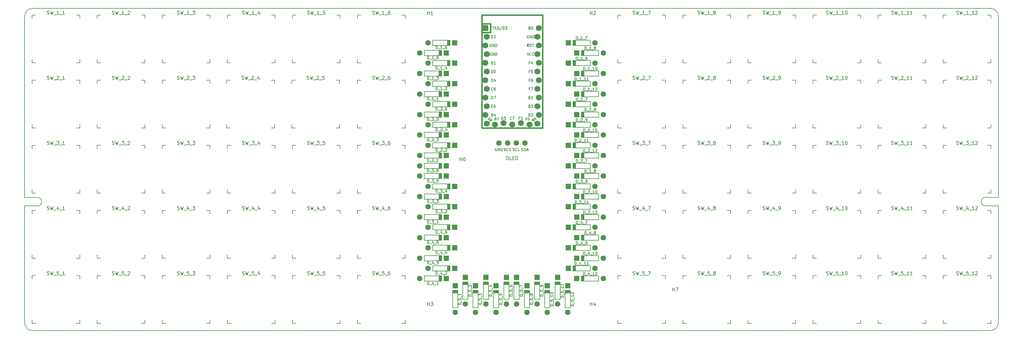
<source format=gbr>
%TF.GenerationSoftware,KiCad,Pcbnew,(6.0.0-rc1-306-g01eebd0b9d)*%
%TF.CreationDate,2022-02-27T11:11:43+00:00*%
%TF.ProjectId,lumberelite,6c756d62-6572-4656-9c69-74652e6b6963,2022.2*%
%TF.SameCoordinates,Original*%
%TF.FileFunction,Legend,Top*%
%TF.FilePolarity,Positive*%
%FSLAX46Y46*%
G04 Gerber Fmt 4.6, Leading zero omitted, Abs format (unit mm)*
G04 Created by KiCad (PCBNEW (6.0.0-rc1-306-g01eebd0b9d)) date 2022-02-27 11:11:43*
%MOMM*%
%LPD*%
G01*
G04 APERTURE LIST*
%ADD10C,0.200000*%
%ADD11C,0.150000*%
%ADD12C,0.381000*%
%ADD13R,1.600000X1.600000*%
%ADD14C,1.600000*%
%ADD15R,1.752600X1.752600*%
%ADD16C,1.752600*%
G04 APERTURE END LIST*
D10*
X50001463Y-107742744D02*
X50001463Y-141942744D01*
X331292663Y-105242744D02*
G75*
G03*
X331292663Y-107742744I0J-1250000D01*
G01*
X50001463Y-141942744D02*
G75*
G03*
X52251463Y-144192744I2250001J1D01*
G01*
X50001463Y-105242744D02*
X50001463Y-52242744D01*
X52251463Y-49992744D02*
G75*
G03*
X50001463Y-52242744I1J-2250001D01*
G01*
X335001463Y-107744744D02*
X335001463Y-141942744D01*
X53710363Y-105242744D02*
X50001463Y-105242744D01*
X53710363Y-107742744D02*
G75*
G03*
X53710363Y-105242744I0J1250000D01*
G01*
X335001463Y-105242744D02*
X335001463Y-52242744D01*
X332751463Y-144192744D02*
X52251463Y-144192744D01*
X332751463Y-49992744D02*
X52251463Y-49992744D01*
X332751463Y-144192744D02*
G75*
G03*
X335001463Y-141942744I-1J2250001D01*
G01*
X53710363Y-107742744D02*
X50001463Y-107742744D01*
X331292663Y-105242744D02*
X335001463Y-105242744D01*
X331292663Y-107744744D02*
X335001463Y-107744744D01*
X335001463Y-52242744D02*
G75*
G03*
X332751463Y-49992744I-2250001J-1D01*
G01*
X190254878Y-90821904D02*
X190521545Y-91621904D01*
X190788211Y-90821904D01*
X191512021Y-91545714D02*
X191473925Y-91583809D01*
X191359640Y-91621904D01*
X191283449Y-91621904D01*
X191169164Y-91583809D01*
X191092973Y-91507619D01*
X191054878Y-91431428D01*
X191016783Y-91279047D01*
X191016783Y-91164761D01*
X191054878Y-91012380D01*
X191092973Y-90936190D01*
X191169164Y-90860000D01*
X191283449Y-90821904D01*
X191359640Y-90821904D01*
X191473925Y-90860000D01*
X191512021Y-90898095D01*
X192312021Y-91545714D02*
X192273925Y-91583809D01*
X192159640Y-91621904D01*
X192083449Y-91621904D01*
X191969164Y-91583809D01*
X191892973Y-91507619D01*
X191854878Y-91431428D01*
X191816783Y-91279047D01*
X191816783Y-91164761D01*
X191854878Y-91012380D01*
X191892973Y-90936190D01*
X191969164Y-90860000D01*
X192083449Y-90821904D01*
X192159640Y-90821904D01*
X192273925Y-90860000D01*
X192312021Y-90898095D01*
X192909164Y-91583809D02*
X193023449Y-91621904D01*
X193213925Y-91621904D01*
X193290116Y-91583809D01*
X193328211Y-91545714D01*
X193366306Y-91469523D01*
X193366306Y-91393333D01*
X193328211Y-91317142D01*
X193290116Y-91279047D01*
X193213925Y-91240952D01*
X193061545Y-91202857D01*
X192985354Y-91164761D01*
X192947259Y-91126666D01*
X192909164Y-91050476D01*
X192909164Y-90974285D01*
X192947259Y-90898095D01*
X192985354Y-90860000D01*
X193061545Y-90821904D01*
X193252021Y-90821904D01*
X193366306Y-90860000D01*
X194166306Y-91545714D02*
X194128211Y-91583809D01*
X194013925Y-91621904D01*
X193937735Y-91621904D01*
X193823449Y-91583809D01*
X193747259Y-91507619D01*
X193709164Y-91431428D01*
X193671068Y-91279047D01*
X193671068Y-91164761D01*
X193709164Y-91012380D01*
X193747259Y-90936190D01*
X193823449Y-90860000D01*
X193937735Y-90821904D01*
X194013925Y-90821904D01*
X194128211Y-90860000D01*
X194166306Y-90898095D01*
X194890116Y-91621904D02*
X194509164Y-91621904D01*
X194509164Y-90821904D01*
X188172021Y-90860000D02*
X188095830Y-90821904D01*
X187981545Y-90821904D01*
X187867259Y-90860000D01*
X187791068Y-90936190D01*
X187752973Y-91012380D01*
X187714878Y-91164761D01*
X187714878Y-91279047D01*
X187752973Y-91431428D01*
X187791068Y-91507619D01*
X187867259Y-91583809D01*
X187981545Y-91621904D01*
X188057735Y-91621904D01*
X188172021Y-91583809D01*
X188210116Y-91545714D01*
X188210116Y-91279047D01*
X188057735Y-91279047D01*
X188552973Y-91621904D02*
X188552973Y-90821904D01*
X189010116Y-91621904D01*
X189010116Y-90821904D01*
X189391068Y-91621904D02*
X189391068Y-90821904D01*
X189581545Y-90821904D01*
X189695830Y-90860000D01*
X189772021Y-90936190D01*
X189810116Y-91012380D01*
X189848211Y-91164761D01*
X189848211Y-91279047D01*
X189810116Y-91431428D01*
X189772021Y-91507619D01*
X189695830Y-91583809D01*
X189581545Y-91621904D01*
X189391068Y-91621904D01*
X195430116Y-91583809D02*
X195544402Y-91621904D01*
X195734878Y-91621904D01*
X195811068Y-91583809D01*
X195849164Y-91545714D01*
X195887259Y-91469523D01*
X195887259Y-91393333D01*
X195849164Y-91317142D01*
X195811068Y-91279047D01*
X195734878Y-91240952D01*
X195582497Y-91202857D01*
X195506306Y-91164761D01*
X195468211Y-91126666D01*
X195430116Y-91050476D01*
X195430116Y-90974285D01*
X195468211Y-90898095D01*
X195506306Y-90860000D01*
X195582497Y-90821904D01*
X195772973Y-90821904D01*
X195887259Y-90860000D01*
X196230116Y-91621904D02*
X196230116Y-90821904D01*
X196420592Y-90821904D01*
X196534878Y-90860000D01*
X196611068Y-90936190D01*
X196649164Y-91012380D01*
X196687259Y-91164761D01*
X196687259Y-91279047D01*
X196649164Y-91431428D01*
X196611068Y-91507619D01*
X196534878Y-91583809D01*
X196420592Y-91621904D01*
X196230116Y-91621904D01*
X196992021Y-91393333D02*
X197372973Y-91393333D01*
X196915830Y-91621904D02*
X197182497Y-90821904D01*
X197449164Y-91621904D01*
D11*
%TO.C,SW_1_12*%
X322802380Y-51659761D02*
X322945238Y-51707380D01*
X323183333Y-51707380D01*
X323278571Y-51659761D01*
X323326190Y-51612142D01*
X323373809Y-51516904D01*
X323373809Y-51421666D01*
X323326190Y-51326428D01*
X323278571Y-51278809D01*
X323183333Y-51231190D01*
X322992857Y-51183571D01*
X322897619Y-51135952D01*
X322850000Y-51088333D01*
X322802380Y-50993095D01*
X322802380Y-50897857D01*
X322850000Y-50802619D01*
X322897619Y-50755000D01*
X322992857Y-50707380D01*
X323230952Y-50707380D01*
X323373809Y-50755000D01*
X323707142Y-50707380D02*
X323945238Y-51707380D01*
X324135714Y-50993095D01*
X324326190Y-51707380D01*
X324564285Y-50707380D01*
X324707142Y-51802619D02*
X325469047Y-51802619D01*
X326230952Y-51707380D02*
X325659523Y-51707380D01*
X325945238Y-51707380D02*
X325945238Y-50707380D01*
X325850000Y-50850238D01*
X325754761Y-50945476D01*
X325659523Y-50993095D01*
X326421428Y-51802619D02*
X327183333Y-51802619D01*
X327945238Y-51707380D02*
X327373809Y-51707380D01*
X327659523Y-51707380D02*
X327659523Y-50707380D01*
X327564285Y-50850238D01*
X327469047Y-50945476D01*
X327373809Y-50993095D01*
X328326190Y-50802619D02*
X328373809Y-50755000D01*
X328469047Y-50707380D01*
X328707142Y-50707380D01*
X328802380Y-50755000D01*
X328850000Y-50802619D01*
X328897619Y-50897857D01*
X328897619Y-50993095D01*
X328850000Y-51135952D01*
X328278571Y-51707380D01*
X328897619Y-51707380D01*
%TO.C,SW_1_9*%
X266128571Y-51659761D02*
X266271428Y-51707380D01*
X266509523Y-51707380D01*
X266604761Y-51659761D01*
X266652380Y-51612142D01*
X266700000Y-51516904D01*
X266700000Y-51421666D01*
X266652380Y-51326428D01*
X266604761Y-51278809D01*
X266509523Y-51231190D01*
X266319047Y-51183571D01*
X266223809Y-51135952D01*
X266176190Y-51088333D01*
X266128571Y-50993095D01*
X266128571Y-50897857D01*
X266176190Y-50802619D01*
X266223809Y-50755000D01*
X266319047Y-50707380D01*
X266557142Y-50707380D01*
X266700000Y-50755000D01*
X267033333Y-50707380D02*
X267271428Y-51707380D01*
X267461904Y-50993095D01*
X267652380Y-51707380D01*
X267890476Y-50707380D01*
X268033333Y-51802619D02*
X268795238Y-51802619D01*
X269557142Y-51707380D02*
X268985714Y-51707380D01*
X269271428Y-51707380D02*
X269271428Y-50707380D01*
X269176190Y-50850238D01*
X269080952Y-50945476D01*
X268985714Y-50993095D01*
X269747619Y-51802619D02*
X270509523Y-51802619D01*
X270795238Y-51707380D02*
X270985714Y-51707380D01*
X271080952Y-51659761D01*
X271128571Y-51612142D01*
X271223809Y-51469285D01*
X271271428Y-51278809D01*
X271271428Y-50897857D01*
X271223809Y-50802619D01*
X271176190Y-50755000D01*
X271080952Y-50707380D01*
X270890476Y-50707380D01*
X270795238Y-50755000D01*
X270747619Y-50802619D01*
X270700000Y-50897857D01*
X270700000Y-51135952D01*
X270747619Y-51231190D01*
X270795238Y-51278809D01*
X270890476Y-51326428D01*
X271080952Y-51326428D01*
X271176190Y-51278809D01*
X271223809Y-51231190D01*
X271271428Y-51135952D01*
%TO.C,SW_2_12*%
X322802380Y-70709761D02*
X322945238Y-70757380D01*
X323183333Y-70757380D01*
X323278571Y-70709761D01*
X323326190Y-70662142D01*
X323373809Y-70566904D01*
X323373809Y-70471666D01*
X323326190Y-70376428D01*
X323278571Y-70328809D01*
X323183333Y-70281190D01*
X322992857Y-70233571D01*
X322897619Y-70185952D01*
X322850000Y-70138333D01*
X322802380Y-70043095D01*
X322802380Y-69947857D01*
X322850000Y-69852619D01*
X322897619Y-69805000D01*
X322992857Y-69757380D01*
X323230952Y-69757380D01*
X323373809Y-69805000D01*
X323707142Y-69757380D02*
X323945238Y-70757380D01*
X324135714Y-70043095D01*
X324326190Y-70757380D01*
X324564285Y-69757380D01*
X324707142Y-70852619D02*
X325469047Y-70852619D01*
X325659523Y-69852619D02*
X325707142Y-69805000D01*
X325802380Y-69757380D01*
X326040476Y-69757380D01*
X326135714Y-69805000D01*
X326183333Y-69852619D01*
X326230952Y-69947857D01*
X326230952Y-70043095D01*
X326183333Y-70185952D01*
X325611904Y-70757380D01*
X326230952Y-70757380D01*
X326421428Y-70852619D02*
X327183333Y-70852619D01*
X327945238Y-70757380D02*
X327373809Y-70757380D01*
X327659523Y-70757380D02*
X327659523Y-69757380D01*
X327564285Y-69900238D01*
X327469047Y-69995476D01*
X327373809Y-70043095D01*
X328326190Y-69852619D02*
X328373809Y-69805000D01*
X328469047Y-69757380D01*
X328707142Y-69757380D01*
X328802380Y-69805000D01*
X328850000Y-69852619D01*
X328897619Y-69947857D01*
X328897619Y-70043095D01*
X328850000Y-70185952D01*
X328278571Y-70757380D01*
X328897619Y-70757380D01*
%TO.C,SW_2_9*%
X266128571Y-70709761D02*
X266271428Y-70757380D01*
X266509523Y-70757380D01*
X266604761Y-70709761D01*
X266652380Y-70662142D01*
X266700000Y-70566904D01*
X266700000Y-70471666D01*
X266652380Y-70376428D01*
X266604761Y-70328809D01*
X266509523Y-70281190D01*
X266319047Y-70233571D01*
X266223809Y-70185952D01*
X266176190Y-70138333D01*
X266128571Y-70043095D01*
X266128571Y-69947857D01*
X266176190Y-69852619D01*
X266223809Y-69805000D01*
X266319047Y-69757380D01*
X266557142Y-69757380D01*
X266700000Y-69805000D01*
X267033333Y-69757380D02*
X267271428Y-70757380D01*
X267461904Y-70043095D01*
X267652380Y-70757380D01*
X267890476Y-69757380D01*
X268033333Y-70852619D02*
X268795238Y-70852619D01*
X268985714Y-69852619D02*
X269033333Y-69805000D01*
X269128571Y-69757380D01*
X269366666Y-69757380D01*
X269461904Y-69805000D01*
X269509523Y-69852619D01*
X269557142Y-69947857D01*
X269557142Y-70043095D01*
X269509523Y-70185952D01*
X268938095Y-70757380D01*
X269557142Y-70757380D01*
X269747619Y-70852619D02*
X270509523Y-70852619D01*
X270795238Y-70757380D02*
X270985714Y-70757380D01*
X271080952Y-70709761D01*
X271128571Y-70662142D01*
X271223809Y-70519285D01*
X271271428Y-70328809D01*
X271271428Y-69947857D01*
X271223809Y-69852619D01*
X271176190Y-69805000D01*
X271080952Y-69757380D01*
X270890476Y-69757380D01*
X270795238Y-69805000D01*
X270747619Y-69852619D01*
X270700000Y-69947857D01*
X270700000Y-70185952D01*
X270747619Y-70281190D01*
X270795238Y-70328809D01*
X270890476Y-70376428D01*
X271080952Y-70376428D01*
X271176190Y-70328809D01*
X271223809Y-70281190D01*
X271271428Y-70185952D01*
%TO.C,SW_3_12*%
X322802380Y-89759761D02*
X322945238Y-89807380D01*
X323183333Y-89807380D01*
X323278571Y-89759761D01*
X323326190Y-89712142D01*
X323373809Y-89616904D01*
X323373809Y-89521666D01*
X323326190Y-89426428D01*
X323278571Y-89378809D01*
X323183333Y-89331190D01*
X322992857Y-89283571D01*
X322897619Y-89235952D01*
X322850000Y-89188333D01*
X322802380Y-89093095D01*
X322802380Y-88997857D01*
X322850000Y-88902619D01*
X322897619Y-88855000D01*
X322992857Y-88807380D01*
X323230952Y-88807380D01*
X323373809Y-88855000D01*
X323707142Y-88807380D02*
X323945238Y-89807380D01*
X324135714Y-89093095D01*
X324326190Y-89807380D01*
X324564285Y-88807380D01*
X324707142Y-89902619D02*
X325469047Y-89902619D01*
X325611904Y-88807380D02*
X326230952Y-88807380D01*
X325897619Y-89188333D01*
X326040476Y-89188333D01*
X326135714Y-89235952D01*
X326183333Y-89283571D01*
X326230952Y-89378809D01*
X326230952Y-89616904D01*
X326183333Y-89712142D01*
X326135714Y-89759761D01*
X326040476Y-89807380D01*
X325754761Y-89807380D01*
X325659523Y-89759761D01*
X325611904Y-89712142D01*
X326421428Y-89902619D02*
X327183333Y-89902619D01*
X327945238Y-89807380D02*
X327373809Y-89807380D01*
X327659523Y-89807380D02*
X327659523Y-88807380D01*
X327564285Y-88950238D01*
X327469047Y-89045476D01*
X327373809Y-89093095D01*
X328326190Y-88902619D02*
X328373809Y-88855000D01*
X328469047Y-88807380D01*
X328707142Y-88807380D01*
X328802380Y-88855000D01*
X328850000Y-88902619D01*
X328897619Y-88997857D01*
X328897619Y-89093095D01*
X328850000Y-89235952D01*
X328278571Y-89807380D01*
X328897619Y-89807380D01*
%TO.C,SW_3_11*%
X303752380Y-89759761D02*
X303895238Y-89807380D01*
X304133333Y-89807380D01*
X304228571Y-89759761D01*
X304276190Y-89712142D01*
X304323809Y-89616904D01*
X304323809Y-89521666D01*
X304276190Y-89426428D01*
X304228571Y-89378809D01*
X304133333Y-89331190D01*
X303942857Y-89283571D01*
X303847619Y-89235952D01*
X303800000Y-89188333D01*
X303752380Y-89093095D01*
X303752380Y-88997857D01*
X303800000Y-88902619D01*
X303847619Y-88855000D01*
X303942857Y-88807380D01*
X304180952Y-88807380D01*
X304323809Y-88855000D01*
X304657142Y-88807380D02*
X304895238Y-89807380D01*
X305085714Y-89093095D01*
X305276190Y-89807380D01*
X305514285Y-88807380D01*
X305657142Y-89902619D02*
X306419047Y-89902619D01*
X306561904Y-88807380D02*
X307180952Y-88807380D01*
X306847619Y-89188333D01*
X306990476Y-89188333D01*
X307085714Y-89235952D01*
X307133333Y-89283571D01*
X307180952Y-89378809D01*
X307180952Y-89616904D01*
X307133333Y-89712142D01*
X307085714Y-89759761D01*
X306990476Y-89807380D01*
X306704761Y-89807380D01*
X306609523Y-89759761D01*
X306561904Y-89712142D01*
X307371428Y-89902619D02*
X308133333Y-89902619D01*
X308895238Y-89807380D02*
X308323809Y-89807380D01*
X308609523Y-89807380D02*
X308609523Y-88807380D01*
X308514285Y-88950238D01*
X308419047Y-89045476D01*
X308323809Y-89093095D01*
X309847619Y-89807380D02*
X309276190Y-89807380D01*
X309561904Y-89807380D02*
X309561904Y-88807380D01*
X309466666Y-88950238D01*
X309371428Y-89045476D01*
X309276190Y-89093095D01*
%TO.C,SW_2_8*%
X247078571Y-70709761D02*
X247221428Y-70757380D01*
X247459523Y-70757380D01*
X247554761Y-70709761D01*
X247602380Y-70662142D01*
X247650000Y-70566904D01*
X247650000Y-70471666D01*
X247602380Y-70376428D01*
X247554761Y-70328809D01*
X247459523Y-70281190D01*
X247269047Y-70233571D01*
X247173809Y-70185952D01*
X247126190Y-70138333D01*
X247078571Y-70043095D01*
X247078571Y-69947857D01*
X247126190Y-69852619D01*
X247173809Y-69805000D01*
X247269047Y-69757380D01*
X247507142Y-69757380D01*
X247650000Y-69805000D01*
X247983333Y-69757380D02*
X248221428Y-70757380D01*
X248411904Y-70043095D01*
X248602380Y-70757380D01*
X248840476Y-69757380D01*
X248983333Y-70852619D02*
X249745238Y-70852619D01*
X249935714Y-69852619D02*
X249983333Y-69805000D01*
X250078571Y-69757380D01*
X250316666Y-69757380D01*
X250411904Y-69805000D01*
X250459523Y-69852619D01*
X250507142Y-69947857D01*
X250507142Y-70043095D01*
X250459523Y-70185952D01*
X249888095Y-70757380D01*
X250507142Y-70757380D01*
X250697619Y-70852619D02*
X251459523Y-70852619D01*
X251840476Y-70185952D02*
X251745238Y-70138333D01*
X251697619Y-70090714D01*
X251650000Y-69995476D01*
X251650000Y-69947857D01*
X251697619Y-69852619D01*
X251745238Y-69805000D01*
X251840476Y-69757380D01*
X252030952Y-69757380D01*
X252126190Y-69805000D01*
X252173809Y-69852619D01*
X252221428Y-69947857D01*
X252221428Y-69995476D01*
X252173809Y-70090714D01*
X252126190Y-70138333D01*
X252030952Y-70185952D01*
X251840476Y-70185952D01*
X251745238Y-70233571D01*
X251697619Y-70281190D01*
X251650000Y-70376428D01*
X251650000Y-70566904D01*
X251697619Y-70662142D01*
X251745238Y-70709761D01*
X251840476Y-70757380D01*
X252030952Y-70757380D01*
X252126190Y-70709761D01*
X252173809Y-70662142D01*
X252221428Y-70566904D01*
X252221428Y-70376428D01*
X252173809Y-70281190D01*
X252126190Y-70233571D01*
X252030952Y-70185952D01*
%TO.C,SW_4_12*%
X322802380Y-108809761D02*
X322945238Y-108857380D01*
X323183333Y-108857380D01*
X323278571Y-108809761D01*
X323326190Y-108762142D01*
X323373809Y-108666904D01*
X323373809Y-108571666D01*
X323326190Y-108476428D01*
X323278571Y-108428809D01*
X323183333Y-108381190D01*
X322992857Y-108333571D01*
X322897619Y-108285952D01*
X322850000Y-108238333D01*
X322802380Y-108143095D01*
X322802380Y-108047857D01*
X322850000Y-107952619D01*
X322897619Y-107905000D01*
X322992857Y-107857380D01*
X323230952Y-107857380D01*
X323373809Y-107905000D01*
X323707142Y-107857380D02*
X323945238Y-108857380D01*
X324135714Y-108143095D01*
X324326190Y-108857380D01*
X324564285Y-107857380D01*
X324707142Y-108952619D02*
X325469047Y-108952619D01*
X326135714Y-108190714D02*
X326135714Y-108857380D01*
X325897619Y-107809761D02*
X325659523Y-108524047D01*
X326278571Y-108524047D01*
X326421428Y-108952619D02*
X327183333Y-108952619D01*
X327945238Y-108857380D02*
X327373809Y-108857380D01*
X327659523Y-108857380D02*
X327659523Y-107857380D01*
X327564285Y-108000238D01*
X327469047Y-108095476D01*
X327373809Y-108143095D01*
X328326190Y-107952619D02*
X328373809Y-107905000D01*
X328469047Y-107857380D01*
X328707142Y-107857380D01*
X328802380Y-107905000D01*
X328850000Y-107952619D01*
X328897619Y-108047857D01*
X328897619Y-108143095D01*
X328850000Y-108285952D01*
X328278571Y-108857380D01*
X328897619Y-108857380D01*
%TO.C,SW_5_12*%
X322802380Y-127859761D02*
X322945238Y-127907380D01*
X323183333Y-127907380D01*
X323278571Y-127859761D01*
X323326190Y-127812142D01*
X323373809Y-127716904D01*
X323373809Y-127621666D01*
X323326190Y-127526428D01*
X323278571Y-127478809D01*
X323183333Y-127431190D01*
X322992857Y-127383571D01*
X322897619Y-127335952D01*
X322850000Y-127288333D01*
X322802380Y-127193095D01*
X322802380Y-127097857D01*
X322850000Y-127002619D01*
X322897619Y-126955000D01*
X322992857Y-126907380D01*
X323230952Y-126907380D01*
X323373809Y-126955000D01*
X323707142Y-126907380D02*
X323945238Y-127907380D01*
X324135714Y-127193095D01*
X324326190Y-127907380D01*
X324564285Y-126907380D01*
X324707142Y-128002619D02*
X325469047Y-128002619D01*
X326183333Y-126907380D02*
X325707142Y-126907380D01*
X325659523Y-127383571D01*
X325707142Y-127335952D01*
X325802380Y-127288333D01*
X326040476Y-127288333D01*
X326135714Y-127335952D01*
X326183333Y-127383571D01*
X326230952Y-127478809D01*
X326230952Y-127716904D01*
X326183333Y-127812142D01*
X326135714Y-127859761D01*
X326040476Y-127907380D01*
X325802380Y-127907380D01*
X325707142Y-127859761D01*
X325659523Y-127812142D01*
X326421428Y-128002619D02*
X327183333Y-128002619D01*
X327945238Y-127907380D02*
X327373809Y-127907380D01*
X327659523Y-127907380D02*
X327659523Y-126907380D01*
X327564285Y-127050238D01*
X327469047Y-127145476D01*
X327373809Y-127193095D01*
X328326190Y-127002619D02*
X328373809Y-126955000D01*
X328469047Y-126907380D01*
X328707142Y-126907380D01*
X328802380Y-126955000D01*
X328850000Y-127002619D01*
X328897619Y-127097857D01*
X328897619Y-127193095D01*
X328850000Y-127335952D01*
X328278571Y-127907380D01*
X328897619Y-127907380D01*
%TO.C,SW_4_10*%
X284702380Y-108809761D02*
X284845238Y-108857380D01*
X285083333Y-108857380D01*
X285178571Y-108809761D01*
X285226190Y-108762142D01*
X285273809Y-108666904D01*
X285273809Y-108571666D01*
X285226190Y-108476428D01*
X285178571Y-108428809D01*
X285083333Y-108381190D01*
X284892857Y-108333571D01*
X284797619Y-108285952D01*
X284750000Y-108238333D01*
X284702380Y-108143095D01*
X284702380Y-108047857D01*
X284750000Y-107952619D01*
X284797619Y-107905000D01*
X284892857Y-107857380D01*
X285130952Y-107857380D01*
X285273809Y-107905000D01*
X285607142Y-107857380D02*
X285845238Y-108857380D01*
X286035714Y-108143095D01*
X286226190Y-108857380D01*
X286464285Y-107857380D01*
X286607142Y-108952619D02*
X287369047Y-108952619D01*
X288035714Y-108190714D02*
X288035714Y-108857380D01*
X287797619Y-107809761D02*
X287559523Y-108524047D01*
X288178571Y-108524047D01*
X288321428Y-108952619D02*
X289083333Y-108952619D01*
X289845238Y-108857380D02*
X289273809Y-108857380D01*
X289559523Y-108857380D02*
X289559523Y-107857380D01*
X289464285Y-108000238D01*
X289369047Y-108095476D01*
X289273809Y-108143095D01*
X290464285Y-107857380D02*
X290559523Y-107857380D01*
X290654761Y-107905000D01*
X290702380Y-107952619D01*
X290750000Y-108047857D01*
X290797619Y-108238333D01*
X290797619Y-108476428D01*
X290750000Y-108666904D01*
X290702380Y-108762142D01*
X290654761Y-108809761D01*
X290559523Y-108857380D01*
X290464285Y-108857380D01*
X290369047Y-108809761D01*
X290321428Y-108762142D01*
X290273809Y-108666904D01*
X290226190Y-108476428D01*
X290226190Y-108238333D01*
X290273809Y-108047857D01*
X290321428Y-107952619D01*
X290369047Y-107905000D01*
X290464285Y-107857380D01*
%TO.C,SW_4_9*%
X266128571Y-108809761D02*
X266271428Y-108857380D01*
X266509523Y-108857380D01*
X266604761Y-108809761D01*
X266652380Y-108762142D01*
X266700000Y-108666904D01*
X266700000Y-108571666D01*
X266652380Y-108476428D01*
X266604761Y-108428809D01*
X266509523Y-108381190D01*
X266319047Y-108333571D01*
X266223809Y-108285952D01*
X266176190Y-108238333D01*
X266128571Y-108143095D01*
X266128571Y-108047857D01*
X266176190Y-107952619D01*
X266223809Y-107905000D01*
X266319047Y-107857380D01*
X266557142Y-107857380D01*
X266700000Y-107905000D01*
X267033333Y-107857380D02*
X267271428Y-108857380D01*
X267461904Y-108143095D01*
X267652380Y-108857380D01*
X267890476Y-107857380D01*
X268033333Y-108952619D02*
X268795238Y-108952619D01*
X269461904Y-108190714D02*
X269461904Y-108857380D01*
X269223809Y-107809761D02*
X268985714Y-108524047D01*
X269604761Y-108524047D01*
X269747619Y-108952619D02*
X270509523Y-108952619D01*
X270795238Y-108857380D02*
X270985714Y-108857380D01*
X271080952Y-108809761D01*
X271128571Y-108762142D01*
X271223809Y-108619285D01*
X271271428Y-108428809D01*
X271271428Y-108047857D01*
X271223809Y-107952619D01*
X271176190Y-107905000D01*
X271080952Y-107857380D01*
X270890476Y-107857380D01*
X270795238Y-107905000D01*
X270747619Y-107952619D01*
X270700000Y-108047857D01*
X270700000Y-108285952D01*
X270747619Y-108381190D01*
X270795238Y-108428809D01*
X270890476Y-108476428D01*
X271080952Y-108476428D01*
X271176190Y-108428809D01*
X271223809Y-108381190D01*
X271271428Y-108285952D01*
%TO.C,SW_5_2*%
X75628571Y-127859761D02*
X75771428Y-127907380D01*
X76009523Y-127907380D01*
X76104761Y-127859761D01*
X76152380Y-127812142D01*
X76200000Y-127716904D01*
X76200000Y-127621666D01*
X76152380Y-127526428D01*
X76104761Y-127478809D01*
X76009523Y-127431190D01*
X75819047Y-127383571D01*
X75723809Y-127335952D01*
X75676190Y-127288333D01*
X75628571Y-127193095D01*
X75628571Y-127097857D01*
X75676190Y-127002619D01*
X75723809Y-126955000D01*
X75819047Y-126907380D01*
X76057142Y-126907380D01*
X76200000Y-126955000D01*
X76533333Y-126907380D02*
X76771428Y-127907380D01*
X76961904Y-127193095D01*
X77152380Y-127907380D01*
X77390476Y-126907380D01*
X77533333Y-128002619D02*
X78295238Y-128002619D01*
X79009523Y-126907380D02*
X78533333Y-126907380D01*
X78485714Y-127383571D01*
X78533333Y-127335952D01*
X78628571Y-127288333D01*
X78866666Y-127288333D01*
X78961904Y-127335952D01*
X79009523Y-127383571D01*
X79057142Y-127478809D01*
X79057142Y-127716904D01*
X79009523Y-127812142D01*
X78961904Y-127859761D01*
X78866666Y-127907380D01*
X78628571Y-127907380D01*
X78533333Y-127859761D01*
X78485714Y-127812142D01*
X79247619Y-128002619D02*
X80009523Y-128002619D01*
X80200000Y-127002619D02*
X80247619Y-126955000D01*
X80342857Y-126907380D01*
X80580952Y-126907380D01*
X80676190Y-126955000D01*
X80723809Y-127002619D01*
X80771428Y-127097857D01*
X80771428Y-127193095D01*
X80723809Y-127335952D01*
X80152380Y-127907380D01*
X80771428Y-127907380D01*
%TO.C,SW_5_4*%
X113728571Y-127859761D02*
X113871428Y-127907380D01*
X114109523Y-127907380D01*
X114204761Y-127859761D01*
X114252380Y-127812142D01*
X114300000Y-127716904D01*
X114300000Y-127621666D01*
X114252380Y-127526428D01*
X114204761Y-127478809D01*
X114109523Y-127431190D01*
X113919047Y-127383571D01*
X113823809Y-127335952D01*
X113776190Y-127288333D01*
X113728571Y-127193095D01*
X113728571Y-127097857D01*
X113776190Y-127002619D01*
X113823809Y-126955000D01*
X113919047Y-126907380D01*
X114157142Y-126907380D01*
X114300000Y-126955000D01*
X114633333Y-126907380D02*
X114871428Y-127907380D01*
X115061904Y-127193095D01*
X115252380Y-127907380D01*
X115490476Y-126907380D01*
X115633333Y-128002619D02*
X116395238Y-128002619D01*
X117109523Y-126907380D02*
X116633333Y-126907380D01*
X116585714Y-127383571D01*
X116633333Y-127335952D01*
X116728571Y-127288333D01*
X116966666Y-127288333D01*
X117061904Y-127335952D01*
X117109523Y-127383571D01*
X117157142Y-127478809D01*
X117157142Y-127716904D01*
X117109523Y-127812142D01*
X117061904Y-127859761D01*
X116966666Y-127907380D01*
X116728571Y-127907380D01*
X116633333Y-127859761D01*
X116585714Y-127812142D01*
X117347619Y-128002619D02*
X118109523Y-128002619D01*
X118776190Y-127240714D02*
X118776190Y-127907380D01*
X118538095Y-126859761D02*
X118300000Y-127574047D01*
X118919047Y-127574047D01*
%TO.C,SW_5_5*%
X132778571Y-127859761D02*
X132921428Y-127907380D01*
X133159523Y-127907380D01*
X133254761Y-127859761D01*
X133302380Y-127812142D01*
X133350000Y-127716904D01*
X133350000Y-127621666D01*
X133302380Y-127526428D01*
X133254761Y-127478809D01*
X133159523Y-127431190D01*
X132969047Y-127383571D01*
X132873809Y-127335952D01*
X132826190Y-127288333D01*
X132778571Y-127193095D01*
X132778571Y-127097857D01*
X132826190Y-127002619D01*
X132873809Y-126955000D01*
X132969047Y-126907380D01*
X133207142Y-126907380D01*
X133350000Y-126955000D01*
X133683333Y-126907380D02*
X133921428Y-127907380D01*
X134111904Y-127193095D01*
X134302380Y-127907380D01*
X134540476Y-126907380D01*
X134683333Y-128002619D02*
X135445238Y-128002619D01*
X136159523Y-126907380D02*
X135683333Y-126907380D01*
X135635714Y-127383571D01*
X135683333Y-127335952D01*
X135778571Y-127288333D01*
X136016666Y-127288333D01*
X136111904Y-127335952D01*
X136159523Y-127383571D01*
X136207142Y-127478809D01*
X136207142Y-127716904D01*
X136159523Y-127812142D01*
X136111904Y-127859761D01*
X136016666Y-127907380D01*
X135778571Y-127907380D01*
X135683333Y-127859761D01*
X135635714Y-127812142D01*
X136397619Y-128002619D02*
X137159523Y-128002619D01*
X137873809Y-126907380D02*
X137397619Y-126907380D01*
X137350000Y-127383571D01*
X137397619Y-127335952D01*
X137492857Y-127288333D01*
X137730952Y-127288333D01*
X137826190Y-127335952D01*
X137873809Y-127383571D01*
X137921428Y-127478809D01*
X137921428Y-127716904D01*
X137873809Y-127812142D01*
X137826190Y-127859761D01*
X137730952Y-127907380D01*
X137492857Y-127907380D01*
X137397619Y-127859761D01*
X137350000Y-127812142D01*
%TO.C,SW_5_9*%
X266128571Y-127859761D02*
X266271428Y-127907380D01*
X266509523Y-127907380D01*
X266604761Y-127859761D01*
X266652380Y-127812142D01*
X266700000Y-127716904D01*
X266700000Y-127621666D01*
X266652380Y-127526428D01*
X266604761Y-127478809D01*
X266509523Y-127431190D01*
X266319047Y-127383571D01*
X266223809Y-127335952D01*
X266176190Y-127288333D01*
X266128571Y-127193095D01*
X266128571Y-127097857D01*
X266176190Y-127002619D01*
X266223809Y-126955000D01*
X266319047Y-126907380D01*
X266557142Y-126907380D01*
X266700000Y-126955000D01*
X267033333Y-126907380D02*
X267271428Y-127907380D01*
X267461904Y-127193095D01*
X267652380Y-127907380D01*
X267890476Y-126907380D01*
X268033333Y-128002619D02*
X268795238Y-128002619D01*
X269509523Y-126907380D02*
X269033333Y-126907380D01*
X268985714Y-127383571D01*
X269033333Y-127335952D01*
X269128571Y-127288333D01*
X269366666Y-127288333D01*
X269461904Y-127335952D01*
X269509523Y-127383571D01*
X269557142Y-127478809D01*
X269557142Y-127716904D01*
X269509523Y-127812142D01*
X269461904Y-127859761D01*
X269366666Y-127907380D01*
X269128571Y-127907380D01*
X269033333Y-127859761D01*
X268985714Y-127812142D01*
X269747619Y-128002619D02*
X270509523Y-128002619D01*
X270795238Y-127907380D02*
X270985714Y-127907380D01*
X271080952Y-127859761D01*
X271128571Y-127812142D01*
X271223809Y-127669285D01*
X271271428Y-127478809D01*
X271271428Y-127097857D01*
X271223809Y-127002619D01*
X271176190Y-126955000D01*
X271080952Y-126907380D01*
X270890476Y-126907380D01*
X270795238Y-126955000D01*
X270747619Y-127002619D01*
X270700000Y-127097857D01*
X270700000Y-127335952D01*
X270747619Y-127431190D01*
X270795238Y-127478809D01*
X270890476Y-127526428D01*
X271080952Y-127526428D01*
X271176190Y-127478809D01*
X271223809Y-127431190D01*
X271271428Y-127335952D01*
%TO.C,D_2_6*%
X170393647Y-79761904D02*
X170393647Y-78961904D01*
X170584123Y-78961904D01*
X170698409Y-79000000D01*
X170774600Y-79076190D01*
X170812695Y-79152380D01*
X170850790Y-79304761D01*
X170850790Y-79419047D01*
X170812695Y-79571428D01*
X170774600Y-79647619D01*
X170698409Y-79723809D01*
X170584123Y-79761904D01*
X170393647Y-79761904D01*
X171003171Y-79838095D02*
X171612695Y-79838095D01*
X171765076Y-79038095D02*
X171803171Y-79000000D01*
X171879361Y-78961904D01*
X172069838Y-78961904D01*
X172146028Y-79000000D01*
X172184123Y-79038095D01*
X172222219Y-79114285D01*
X172222219Y-79190476D01*
X172184123Y-79304761D01*
X171726980Y-79761904D01*
X172222219Y-79761904D01*
X172374600Y-79838095D02*
X172984123Y-79838095D01*
X173517457Y-78961904D02*
X173365076Y-78961904D01*
X173288885Y-79000000D01*
X173250790Y-79038095D01*
X173174600Y-79152380D01*
X173136504Y-79304761D01*
X173136504Y-79609523D01*
X173174600Y-79685714D01*
X173212695Y-79723809D01*
X173288885Y-79761904D01*
X173441266Y-79761904D01*
X173517457Y-79723809D01*
X173555552Y-79685714D01*
X173593647Y-79609523D01*
X173593647Y-79419047D01*
X173555552Y-79342857D01*
X173517457Y-79304761D01*
X173441266Y-79266666D01*
X173288885Y-79266666D01*
X173212695Y-79304761D01*
X173174600Y-79342857D01*
X173136504Y-79419047D01*
%TO.C,D_4_6*%
X170393647Y-115761904D02*
X170393647Y-114961904D01*
X170584123Y-114961904D01*
X170698409Y-115000000D01*
X170774600Y-115076190D01*
X170812695Y-115152380D01*
X170850790Y-115304761D01*
X170850790Y-115419047D01*
X170812695Y-115571428D01*
X170774600Y-115647619D01*
X170698409Y-115723809D01*
X170584123Y-115761904D01*
X170393647Y-115761904D01*
X171003171Y-115838095D02*
X171612695Y-115838095D01*
X172146028Y-115228571D02*
X172146028Y-115761904D01*
X171955552Y-114923809D02*
X171765076Y-115495238D01*
X172260314Y-115495238D01*
X172374600Y-115838095D02*
X172984123Y-115838095D01*
X173517457Y-114961904D02*
X173365076Y-114961904D01*
X173288885Y-115000000D01*
X173250790Y-115038095D01*
X173174600Y-115152380D01*
X173136504Y-115304761D01*
X173136504Y-115609523D01*
X173174600Y-115685714D01*
X173212695Y-115723809D01*
X173288885Y-115761904D01*
X173441266Y-115761904D01*
X173517457Y-115723809D01*
X173555552Y-115685714D01*
X173593647Y-115609523D01*
X173593647Y-115419047D01*
X173555552Y-115342857D01*
X173517457Y-115304761D01*
X173441266Y-115266666D01*
X173288885Y-115266666D01*
X173212695Y-115304761D01*
X173174600Y-115342857D01*
X173136504Y-115419047D01*
%TO.C,D_5_6*%
X192761904Y-134106352D02*
X191961904Y-134106352D01*
X191961904Y-133915876D01*
X192000000Y-133801590D01*
X192076190Y-133725400D01*
X192152380Y-133687304D01*
X192304761Y-133649209D01*
X192419047Y-133649209D01*
X192571428Y-133687304D01*
X192647619Y-133725400D01*
X192723809Y-133801590D01*
X192761904Y-133915876D01*
X192761904Y-134106352D01*
X192838095Y-133496828D02*
X192838095Y-132887304D01*
X191961904Y-132315876D02*
X191961904Y-132696828D01*
X192342857Y-132734923D01*
X192304761Y-132696828D01*
X192266666Y-132620638D01*
X192266666Y-132430161D01*
X192304761Y-132353971D01*
X192342857Y-132315876D01*
X192419047Y-132277780D01*
X192609523Y-132277780D01*
X192685714Y-132315876D01*
X192723809Y-132353971D01*
X192761904Y-132430161D01*
X192761904Y-132620638D01*
X192723809Y-132696828D01*
X192685714Y-132734923D01*
X192838095Y-132125400D02*
X192838095Y-131515876D01*
X191961904Y-130982542D02*
X191961904Y-131134923D01*
X192000000Y-131211114D01*
X192038095Y-131249209D01*
X192152380Y-131325400D01*
X192304761Y-131363495D01*
X192609523Y-131363495D01*
X192685714Y-131325400D01*
X192723809Y-131287304D01*
X192761904Y-131211114D01*
X192761904Y-131058733D01*
X192723809Y-130982542D01*
X192685714Y-130944447D01*
X192609523Y-130906352D01*
X192419047Y-130906352D01*
X192342857Y-130944447D01*
X192304761Y-130982542D01*
X192266666Y-131058733D01*
X192266666Y-131211114D01*
X192304761Y-131287304D01*
X192342857Y-131325400D01*
X192419047Y-131363495D01*
%TO.C,D_5_5*%
X189761904Y-136606352D02*
X188961904Y-136606352D01*
X188961904Y-136415876D01*
X189000000Y-136301590D01*
X189076190Y-136225400D01*
X189152380Y-136187304D01*
X189304761Y-136149209D01*
X189419047Y-136149209D01*
X189571428Y-136187304D01*
X189647619Y-136225400D01*
X189723809Y-136301590D01*
X189761904Y-136415876D01*
X189761904Y-136606352D01*
X189838095Y-135996828D02*
X189838095Y-135387304D01*
X188961904Y-134815876D02*
X188961904Y-135196828D01*
X189342857Y-135234923D01*
X189304761Y-135196828D01*
X189266666Y-135120638D01*
X189266666Y-134930161D01*
X189304761Y-134853971D01*
X189342857Y-134815876D01*
X189419047Y-134777780D01*
X189609523Y-134777780D01*
X189685714Y-134815876D01*
X189723809Y-134853971D01*
X189761904Y-134930161D01*
X189761904Y-135120638D01*
X189723809Y-135196828D01*
X189685714Y-135234923D01*
X189838095Y-134625400D02*
X189838095Y-134015876D01*
X188961904Y-133444447D02*
X188961904Y-133825400D01*
X189342857Y-133863495D01*
X189304761Y-133825400D01*
X189266666Y-133749209D01*
X189266666Y-133558733D01*
X189304761Y-133482542D01*
X189342857Y-133444447D01*
X189419047Y-133406352D01*
X189609523Y-133406352D01*
X189685714Y-133444447D01*
X189723809Y-133482542D01*
X189761904Y-133558733D01*
X189761904Y-133749209D01*
X189723809Y-133825400D01*
X189685714Y-133863495D01*
%TO.C,D_5_4*%
X186761904Y-134106352D02*
X185961904Y-134106352D01*
X185961904Y-133915876D01*
X186000000Y-133801590D01*
X186076190Y-133725400D01*
X186152380Y-133687304D01*
X186304761Y-133649209D01*
X186419047Y-133649209D01*
X186571428Y-133687304D01*
X186647619Y-133725400D01*
X186723809Y-133801590D01*
X186761904Y-133915876D01*
X186761904Y-134106352D01*
X186838095Y-133496828D02*
X186838095Y-132887304D01*
X185961904Y-132315876D02*
X185961904Y-132696828D01*
X186342857Y-132734923D01*
X186304761Y-132696828D01*
X186266666Y-132620638D01*
X186266666Y-132430161D01*
X186304761Y-132353971D01*
X186342857Y-132315876D01*
X186419047Y-132277780D01*
X186609523Y-132277780D01*
X186685714Y-132315876D01*
X186723809Y-132353971D01*
X186761904Y-132430161D01*
X186761904Y-132620638D01*
X186723809Y-132696828D01*
X186685714Y-132734923D01*
X186838095Y-132125400D02*
X186838095Y-131515876D01*
X186228571Y-130982542D02*
X186761904Y-130982542D01*
X185923809Y-131173019D02*
X186495238Y-131363495D01*
X186495238Y-130868257D01*
%TO.C,D_5_2*%
X180761904Y-134106352D02*
X179961904Y-134106352D01*
X179961904Y-133915876D01*
X180000000Y-133801590D01*
X180076190Y-133725400D01*
X180152380Y-133687304D01*
X180304761Y-133649209D01*
X180419047Y-133649209D01*
X180571428Y-133687304D01*
X180647619Y-133725400D01*
X180723809Y-133801590D01*
X180761904Y-133915876D01*
X180761904Y-134106352D01*
X180838095Y-133496828D02*
X180838095Y-132887304D01*
X179961904Y-132315876D02*
X179961904Y-132696828D01*
X180342857Y-132734923D01*
X180304761Y-132696828D01*
X180266666Y-132620638D01*
X180266666Y-132430161D01*
X180304761Y-132353971D01*
X180342857Y-132315876D01*
X180419047Y-132277780D01*
X180609523Y-132277780D01*
X180685714Y-132315876D01*
X180723809Y-132353971D01*
X180761904Y-132430161D01*
X180761904Y-132620638D01*
X180723809Y-132696828D01*
X180685714Y-132734923D01*
X180838095Y-132125400D02*
X180838095Y-131515876D01*
X180038095Y-131363495D02*
X180000000Y-131325400D01*
X179961904Y-131249209D01*
X179961904Y-131058733D01*
X180000000Y-130982542D01*
X180038095Y-130944447D01*
X180114285Y-130906352D01*
X180190476Y-130906352D01*
X180304761Y-130944447D01*
X180761904Y-131401590D01*
X180761904Y-130906352D01*
%TO.C,D_1_2*%
X170393647Y-73761904D02*
X170393647Y-72961904D01*
X170584123Y-72961904D01*
X170698409Y-73000000D01*
X170774600Y-73076190D01*
X170812695Y-73152380D01*
X170850790Y-73304761D01*
X170850790Y-73419047D01*
X170812695Y-73571428D01*
X170774600Y-73647619D01*
X170698409Y-73723809D01*
X170584123Y-73761904D01*
X170393647Y-73761904D01*
X171003171Y-73838095D02*
X171612695Y-73838095D01*
X172222219Y-73761904D02*
X171765076Y-73761904D01*
X171993647Y-73761904D02*
X171993647Y-72961904D01*
X171917457Y-73076190D01*
X171841266Y-73152380D01*
X171765076Y-73190476D01*
X172374600Y-73838095D02*
X172984123Y-73838095D01*
X173136504Y-73038095D02*
X173174600Y-73000000D01*
X173250790Y-72961904D01*
X173441266Y-72961904D01*
X173517457Y-73000000D01*
X173555552Y-73038095D01*
X173593647Y-73114285D01*
X173593647Y-73190476D01*
X173555552Y-73304761D01*
X173098409Y-73761904D01*
X173593647Y-73761904D01*
%TO.C,H1*%
X167925575Y-51789930D02*
X167925575Y-50789930D01*
X167925575Y-51266121D02*
X168497003Y-51266121D01*
X168497003Y-51789930D02*
X168497003Y-50789930D01*
X169497003Y-51789930D02*
X168925575Y-51789930D01*
X169211289Y-51789930D02*
X169211289Y-50789930D01*
X169116051Y-50932788D01*
X169020813Y-51028026D01*
X168925575Y-51075645D01*
%TO.C,H2*%
X215550615Y-51789930D02*
X215550615Y-50789930D01*
X215550615Y-51266121D02*
X216122043Y-51266121D01*
X216122043Y-51789930D02*
X216122043Y-50789930D01*
X216550615Y-50885169D02*
X216598234Y-50837550D01*
X216693472Y-50789930D01*
X216931567Y-50789930D01*
X217026805Y-50837550D01*
X217074424Y-50885169D01*
X217122043Y-50980407D01*
X217122043Y-51075645D01*
X217074424Y-51218502D01*
X216502996Y-51789930D01*
X217122043Y-51789930D01*
%TO.C,H3*%
X167925575Y-136919689D02*
X167925575Y-135919689D01*
X167925575Y-136395880D02*
X168497003Y-136395880D01*
X168497003Y-136919689D02*
X168497003Y-135919689D01*
X168877956Y-135919689D02*
X169497003Y-135919689D01*
X169163670Y-136300642D01*
X169306527Y-136300642D01*
X169401765Y-136348261D01*
X169449384Y-136395880D01*
X169497003Y-136491118D01*
X169497003Y-136729213D01*
X169449384Y-136824451D01*
X169401765Y-136872070D01*
X169306527Y-136919689D01*
X169020813Y-136919689D01*
X168925575Y-136872070D01*
X168877956Y-136824451D01*
%TO.C,H4*%
X215550615Y-136919689D02*
X215550615Y-135919689D01*
X215550615Y-136395880D02*
X216122043Y-136395880D01*
X216122043Y-136919689D02*
X216122043Y-135919689D01*
X217026805Y-136253023D02*
X217026805Y-136919689D01*
X216788710Y-135872070D02*
X216550615Y-136586356D01*
X217169662Y-136586356D01*
%TO.C,D_5_11*%
X207761904Y-134487304D02*
X206961904Y-134487304D01*
X206961904Y-134296828D01*
X207000000Y-134182542D01*
X207076190Y-134106352D01*
X207152380Y-134068257D01*
X207304761Y-134030161D01*
X207419047Y-134030161D01*
X207571428Y-134068257D01*
X207647619Y-134106352D01*
X207723809Y-134182542D01*
X207761904Y-134296828D01*
X207761904Y-134487304D01*
X207838095Y-133877780D02*
X207838095Y-133268257D01*
X206961904Y-132696828D02*
X206961904Y-133077780D01*
X207342857Y-133115876D01*
X207304761Y-133077780D01*
X207266666Y-133001590D01*
X207266666Y-132811114D01*
X207304761Y-132734923D01*
X207342857Y-132696828D01*
X207419047Y-132658733D01*
X207609523Y-132658733D01*
X207685714Y-132696828D01*
X207723809Y-132734923D01*
X207761904Y-132811114D01*
X207761904Y-133001590D01*
X207723809Y-133077780D01*
X207685714Y-133115876D01*
X207838095Y-132506352D02*
X207838095Y-131896828D01*
X207761904Y-131287304D02*
X207761904Y-131744447D01*
X207761904Y-131515876D02*
X206961904Y-131515876D01*
X207076190Y-131592066D01*
X207152380Y-131668257D01*
X207190476Y-131744447D01*
X207761904Y-130525400D02*
X207761904Y-130982542D01*
X207761904Y-130753971D02*
X206961904Y-130753971D01*
X207076190Y-130830161D01*
X207152380Y-130906352D01*
X207190476Y-130982542D01*
%TO.C,SW_5_8*%
X247078571Y-127859761D02*
X247221428Y-127907380D01*
X247459523Y-127907380D01*
X247554761Y-127859761D01*
X247602380Y-127812142D01*
X247650000Y-127716904D01*
X247650000Y-127621666D01*
X247602380Y-127526428D01*
X247554761Y-127478809D01*
X247459523Y-127431190D01*
X247269047Y-127383571D01*
X247173809Y-127335952D01*
X247126190Y-127288333D01*
X247078571Y-127193095D01*
X247078571Y-127097857D01*
X247126190Y-127002619D01*
X247173809Y-126955000D01*
X247269047Y-126907380D01*
X247507142Y-126907380D01*
X247650000Y-126955000D01*
X247983333Y-126907380D02*
X248221428Y-127907380D01*
X248411904Y-127193095D01*
X248602380Y-127907380D01*
X248840476Y-126907380D01*
X248983333Y-128002619D02*
X249745238Y-128002619D01*
X250459523Y-126907380D02*
X249983333Y-126907380D01*
X249935714Y-127383571D01*
X249983333Y-127335952D01*
X250078571Y-127288333D01*
X250316666Y-127288333D01*
X250411904Y-127335952D01*
X250459523Y-127383571D01*
X250507142Y-127478809D01*
X250507142Y-127716904D01*
X250459523Y-127812142D01*
X250411904Y-127859761D01*
X250316666Y-127907380D01*
X250078571Y-127907380D01*
X249983333Y-127859761D01*
X249935714Y-127812142D01*
X250697619Y-128002619D02*
X251459523Y-128002619D01*
X251840476Y-127335952D02*
X251745238Y-127288333D01*
X251697619Y-127240714D01*
X251650000Y-127145476D01*
X251650000Y-127097857D01*
X251697619Y-127002619D01*
X251745238Y-126955000D01*
X251840476Y-126907380D01*
X252030952Y-126907380D01*
X252126190Y-126955000D01*
X252173809Y-127002619D01*
X252221428Y-127097857D01*
X252221428Y-127145476D01*
X252173809Y-127240714D01*
X252126190Y-127288333D01*
X252030952Y-127335952D01*
X251840476Y-127335952D01*
X251745238Y-127383571D01*
X251697619Y-127431190D01*
X251650000Y-127526428D01*
X251650000Y-127716904D01*
X251697619Y-127812142D01*
X251745238Y-127859761D01*
X251840476Y-127907380D01*
X252030952Y-127907380D01*
X252126190Y-127859761D01*
X252173809Y-127812142D01*
X252221428Y-127716904D01*
X252221428Y-127526428D01*
X252173809Y-127431190D01*
X252126190Y-127383571D01*
X252030952Y-127335952D01*
%TO.C,SW_4_5*%
X132778571Y-108809761D02*
X132921428Y-108857380D01*
X133159523Y-108857380D01*
X133254761Y-108809761D01*
X133302380Y-108762142D01*
X133350000Y-108666904D01*
X133350000Y-108571666D01*
X133302380Y-108476428D01*
X133254761Y-108428809D01*
X133159523Y-108381190D01*
X132969047Y-108333571D01*
X132873809Y-108285952D01*
X132826190Y-108238333D01*
X132778571Y-108143095D01*
X132778571Y-108047857D01*
X132826190Y-107952619D01*
X132873809Y-107905000D01*
X132969047Y-107857380D01*
X133207142Y-107857380D01*
X133350000Y-107905000D01*
X133683333Y-107857380D02*
X133921428Y-108857380D01*
X134111904Y-108143095D01*
X134302380Y-108857380D01*
X134540476Y-107857380D01*
X134683333Y-108952619D02*
X135445238Y-108952619D01*
X136111904Y-108190714D02*
X136111904Y-108857380D01*
X135873809Y-107809761D02*
X135635714Y-108524047D01*
X136254761Y-108524047D01*
X136397619Y-108952619D02*
X137159523Y-108952619D01*
X137873809Y-107857380D02*
X137397619Y-107857380D01*
X137350000Y-108333571D01*
X137397619Y-108285952D01*
X137492857Y-108238333D01*
X137730952Y-108238333D01*
X137826190Y-108285952D01*
X137873809Y-108333571D01*
X137921428Y-108428809D01*
X137921428Y-108666904D01*
X137873809Y-108762142D01*
X137826190Y-108809761D01*
X137730952Y-108857380D01*
X137492857Y-108857380D01*
X137397619Y-108809761D01*
X137350000Y-108762142D01*
%TO.C,SW_4_4*%
X113728571Y-108809761D02*
X113871428Y-108857380D01*
X114109523Y-108857380D01*
X114204761Y-108809761D01*
X114252380Y-108762142D01*
X114300000Y-108666904D01*
X114300000Y-108571666D01*
X114252380Y-108476428D01*
X114204761Y-108428809D01*
X114109523Y-108381190D01*
X113919047Y-108333571D01*
X113823809Y-108285952D01*
X113776190Y-108238333D01*
X113728571Y-108143095D01*
X113728571Y-108047857D01*
X113776190Y-107952619D01*
X113823809Y-107905000D01*
X113919047Y-107857380D01*
X114157142Y-107857380D01*
X114300000Y-107905000D01*
X114633333Y-107857380D02*
X114871428Y-108857380D01*
X115061904Y-108143095D01*
X115252380Y-108857380D01*
X115490476Y-107857380D01*
X115633333Y-108952619D02*
X116395238Y-108952619D01*
X117061904Y-108190714D02*
X117061904Y-108857380D01*
X116823809Y-107809761D02*
X116585714Y-108524047D01*
X117204761Y-108524047D01*
X117347619Y-108952619D02*
X118109523Y-108952619D01*
X118776190Y-108190714D02*
X118776190Y-108857380D01*
X118538095Y-107809761D02*
X118300000Y-108524047D01*
X118919047Y-108524047D01*
%TO.C,SW_4_3*%
X94678571Y-108809761D02*
X94821428Y-108857380D01*
X95059523Y-108857380D01*
X95154761Y-108809761D01*
X95202380Y-108762142D01*
X95250000Y-108666904D01*
X95250000Y-108571666D01*
X95202380Y-108476428D01*
X95154761Y-108428809D01*
X95059523Y-108381190D01*
X94869047Y-108333571D01*
X94773809Y-108285952D01*
X94726190Y-108238333D01*
X94678571Y-108143095D01*
X94678571Y-108047857D01*
X94726190Y-107952619D01*
X94773809Y-107905000D01*
X94869047Y-107857380D01*
X95107142Y-107857380D01*
X95250000Y-107905000D01*
X95583333Y-107857380D02*
X95821428Y-108857380D01*
X96011904Y-108143095D01*
X96202380Y-108857380D01*
X96440476Y-107857380D01*
X96583333Y-108952619D02*
X97345238Y-108952619D01*
X98011904Y-108190714D02*
X98011904Y-108857380D01*
X97773809Y-107809761D02*
X97535714Y-108524047D01*
X98154761Y-108524047D01*
X98297619Y-108952619D02*
X99059523Y-108952619D01*
X99202380Y-107857380D02*
X99821428Y-107857380D01*
X99488095Y-108238333D01*
X99630952Y-108238333D01*
X99726190Y-108285952D01*
X99773809Y-108333571D01*
X99821428Y-108428809D01*
X99821428Y-108666904D01*
X99773809Y-108762142D01*
X99726190Y-108809761D01*
X99630952Y-108857380D01*
X99345238Y-108857380D01*
X99250000Y-108809761D01*
X99202380Y-108762142D01*
%TO.C,SW_5_1*%
X56578571Y-127859761D02*
X56721428Y-127907380D01*
X56959523Y-127907380D01*
X57054761Y-127859761D01*
X57102380Y-127812142D01*
X57150000Y-127716904D01*
X57150000Y-127621666D01*
X57102380Y-127526428D01*
X57054761Y-127478809D01*
X56959523Y-127431190D01*
X56769047Y-127383571D01*
X56673809Y-127335952D01*
X56626190Y-127288333D01*
X56578571Y-127193095D01*
X56578571Y-127097857D01*
X56626190Y-127002619D01*
X56673809Y-126955000D01*
X56769047Y-126907380D01*
X57007142Y-126907380D01*
X57150000Y-126955000D01*
X57483333Y-126907380D02*
X57721428Y-127907380D01*
X57911904Y-127193095D01*
X58102380Y-127907380D01*
X58340476Y-126907380D01*
X58483333Y-128002619D02*
X59245238Y-128002619D01*
X59959523Y-126907380D02*
X59483333Y-126907380D01*
X59435714Y-127383571D01*
X59483333Y-127335952D01*
X59578571Y-127288333D01*
X59816666Y-127288333D01*
X59911904Y-127335952D01*
X59959523Y-127383571D01*
X60007142Y-127478809D01*
X60007142Y-127716904D01*
X59959523Y-127812142D01*
X59911904Y-127859761D01*
X59816666Y-127907380D01*
X59578571Y-127907380D01*
X59483333Y-127859761D01*
X59435714Y-127812142D01*
X60197619Y-128002619D02*
X60959523Y-128002619D01*
X61721428Y-127907380D02*
X61150000Y-127907380D01*
X61435714Y-127907380D02*
X61435714Y-126907380D01*
X61340476Y-127050238D01*
X61245238Y-127145476D01*
X61150000Y-127193095D01*
%TO.C,D_4_2*%
X170393647Y-127761904D02*
X170393647Y-126961904D01*
X170584123Y-126961904D01*
X170698409Y-127000000D01*
X170774600Y-127076190D01*
X170812695Y-127152380D01*
X170850790Y-127304761D01*
X170850790Y-127419047D01*
X170812695Y-127571428D01*
X170774600Y-127647619D01*
X170698409Y-127723809D01*
X170584123Y-127761904D01*
X170393647Y-127761904D01*
X171003171Y-127838095D02*
X171612695Y-127838095D01*
X172146028Y-127228571D02*
X172146028Y-127761904D01*
X171955552Y-126923809D02*
X171765076Y-127495238D01*
X172260314Y-127495238D01*
X172374600Y-127838095D02*
X172984123Y-127838095D01*
X173136504Y-127038095D02*
X173174600Y-127000000D01*
X173250790Y-126961904D01*
X173441266Y-126961904D01*
X173517457Y-127000000D01*
X173555552Y-127038095D01*
X173593647Y-127114285D01*
X173593647Y-127190476D01*
X173555552Y-127304761D01*
X173098409Y-127761904D01*
X173593647Y-127761904D01*
%TO.C,D_4_4*%
X170393647Y-121761904D02*
X170393647Y-120961904D01*
X170584123Y-120961904D01*
X170698409Y-121000000D01*
X170774600Y-121076190D01*
X170812695Y-121152380D01*
X170850790Y-121304761D01*
X170850790Y-121419047D01*
X170812695Y-121571428D01*
X170774600Y-121647619D01*
X170698409Y-121723809D01*
X170584123Y-121761904D01*
X170393647Y-121761904D01*
X171003171Y-121838095D02*
X171612695Y-121838095D01*
X172146028Y-121228571D02*
X172146028Y-121761904D01*
X171955552Y-120923809D02*
X171765076Y-121495238D01*
X172260314Y-121495238D01*
X172374600Y-121838095D02*
X172984123Y-121838095D01*
X173517457Y-121228571D02*
X173517457Y-121761904D01*
X173326980Y-120923809D02*
X173136504Y-121495238D01*
X173631742Y-121495238D01*
%TO.C,D_3_1*%
X167893647Y-112761904D02*
X167893647Y-111961904D01*
X168084123Y-111961904D01*
X168198409Y-112000000D01*
X168274600Y-112076190D01*
X168312695Y-112152380D01*
X168350790Y-112304761D01*
X168350790Y-112419047D01*
X168312695Y-112571428D01*
X168274600Y-112647619D01*
X168198409Y-112723809D01*
X168084123Y-112761904D01*
X167893647Y-112761904D01*
X168503171Y-112838095D02*
X169112695Y-112838095D01*
X169226980Y-111961904D02*
X169722219Y-111961904D01*
X169455552Y-112266666D01*
X169569838Y-112266666D01*
X169646028Y-112304761D01*
X169684123Y-112342857D01*
X169722219Y-112419047D01*
X169722219Y-112609523D01*
X169684123Y-112685714D01*
X169646028Y-112723809D01*
X169569838Y-112761904D01*
X169341266Y-112761904D01*
X169265076Y-112723809D01*
X169226980Y-112685714D01*
X169874600Y-112838095D02*
X170484123Y-112838095D01*
X171093647Y-112761904D02*
X170636504Y-112761904D01*
X170865076Y-112761904D02*
X170865076Y-111961904D01*
X170788885Y-112076190D01*
X170712695Y-112152380D01*
X170636504Y-112190476D01*
%TO.C,D_3_2*%
X170393647Y-109761904D02*
X170393647Y-108961904D01*
X170584123Y-108961904D01*
X170698409Y-109000000D01*
X170774600Y-109076190D01*
X170812695Y-109152380D01*
X170850790Y-109304761D01*
X170850790Y-109419047D01*
X170812695Y-109571428D01*
X170774600Y-109647619D01*
X170698409Y-109723809D01*
X170584123Y-109761904D01*
X170393647Y-109761904D01*
X171003171Y-109838095D02*
X171612695Y-109838095D01*
X171726980Y-108961904D02*
X172222219Y-108961904D01*
X171955552Y-109266666D01*
X172069838Y-109266666D01*
X172146028Y-109304761D01*
X172184123Y-109342857D01*
X172222219Y-109419047D01*
X172222219Y-109609523D01*
X172184123Y-109685714D01*
X172146028Y-109723809D01*
X172069838Y-109761904D01*
X171841266Y-109761904D01*
X171765076Y-109723809D01*
X171726980Y-109685714D01*
X172374600Y-109838095D02*
X172984123Y-109838095D01*
X173136504Y-109038095D02*
X173174600Y-109000000D01*
X173250790Y-108961904D01*
X173441266Y-108961904D01*
X173517457Y-109000000D01*
X173555552Y-109038095D01*
X173593647Y-109114285D01*
X173593647Y-109190476D01*
X173555552Y-109304761D01*
X173098409Y-109761904D01*
X173593647Y-109761904D01*
%TO.C,D_3_3*%
X167893647Y-106761904D02*
X167893647Y-105961904D01*
X168084123Y-105961904D01*
X168198409Y-106000000D01*
X168274600Y-106076190D01*
X168312695Y-106152380D01*
X168350790Y-106304761D01*
X168350790Y-106419047D01*
X168312695Y-106571428D01*
X168274600Y-106647619D01*
X168198409Y-106723809D01*
X168084123Y-106761904D01*
X167893647Y-106761904D01*
X168503171Y-106838095D02*
X169112695Y-106838095D01*
X169226980Y-105961904D02*
X169722219Y-105961904D01*
X169455552Y-106266666D01*
X169569838Y-106266666D01*
X169646028Y-106304761D01*
X169684123Y-106342857D01*
X169722219Y-106419047D01*
X169722219Y-106609523D01*
X169684123Y-106685714D01*
X169646028Y-106723809D01*
X169569838Y-106761904D01*
X169341266Y-106761904D01*
X169265076Y-106723809D01*
X169226980Y-106685714D01*
X169874600Y-106838095D02*
X170484123Y-106838095D01*
X170598409Y-105961904D02*
X171093647Y-105961904D01*
X170826980Y-106266666D01*
X170941266Y-106266666D01*
X171017457Y-106304761D01*
X171055552Y-106342857D01*
X171093647Y-106419047D01*
X171093647Y-106609523D01*
X171055552Y-106685714D01*
X171017457Y-106723809D01*
X170941266Y-106761904D01*
X170712695Y-106761904D01*
X170636504Y-106723809D01*
X170598409Y-106685714D01*
%TO.C,D_4_5*%
X167893647Y-118761904D02*
X167893647Y-117961904D01*
X168084123Y-117961904D01*
X168198409Y-118000000D01*
X168274600Y-118076190D01*
X168312695Y-118152380D01*
X168350790Y-118304761D01*
X168350790Y-118419047D01*
X168312695Y-118571428D01*
X168274600Y-118647619D01*
X168198409Y-118723809D01*
X168084123Y-118761904D01*
X167893647Y-118761904D01*
X168503171Y-118838095D02*
X169112695Y-118838095D01*
X169646028Y-118228571D02*
X169646028Y-118761904D01*
X169455552Y-117923809D02*
X169265076Y-118495238D01*
X169760314Y-118495238D01*
X169874600Y-118838095D02*
X170484123Y-118838095D01*
X171055552Y-117961904D02*
X170674600Y-117961904D01*
X170636504Y-118342857D01*
X170674600Y-118304761D01*
X170750790Y-118266666D01*
X170941266Y-118266666D01*
X171017457Y-118304761D01*
X171055552Y-118342857D01*
X171093647Y-118419047D01*
X171093647Y-118609523D01*
X171055552Y-118685714D01*
X171017457Y-118723809D01*
X170941266Y-118761904D01*
X170750790Y-118761904D01*
X170674600Y-118723809D01*
X170636504Y-118685714D01*
%TO.C,D_2_1*%
X167893647Y-94761904D02*
X167893647Y-93961904D01*
X168084123Y-93961904D01*
X168198409Y-94000000D01*
X168274600Y-94076190D01*
X168312695Y-94152380D01*
X168350790Y-94304761D01*
X168350790Y-94419047D01*
X168312695Y-94571428D01*
X168274600Y-94647619D01*
X168198409Y-94723809D01*
X168084123Y-94761904D01*
X167893647Y-94761904D01*
X168503171Y-94838095D02*
X169112695Y-94838095D01*
X169265076Y-94038095D02*
X169303171Y-94000000D01*
X169379361Y-93961904D01*
X169569838Y-93961904D01*
X169646028Y-94000000D01*
X169684123Y-94038095D01*
X169722219Y-94114285D01*
X169722219Y-94190476D01*
X169684123Y-94304761D01*
X169226980Y-94761904D01*
X169722219Y-94761904D01*
X169874600Y-94838095D02*
X170484123Y-94838095D01*
X171093647Y-94761904D02*
X170636504Y-94761904D01*
X170865076Y-94761904D02*
X170865076Y-93961904D01*
X170788885Y-94076190D01*
X170712695Y-94152380D01*
X170636504Y-94190476D01*
%TO.C,D_3_5*%
X167893647Y-100761904D02*
X167893647Y-99961904D01*
X168084123Y-99961904D01*
X168198409Y-100000000D01*
X168274600Y-100076190D01*
X168312695Y-100152380D01*
X168350790Y-100304761D01*
X168350790Y-100419047D01*
X168312695Y-100571428D01*
X168274600Y-100647619D01*
X168198409Y-100723809D01*
X168084123Y-100761904D01*
X167893647Y-100761904D01*
X168503171Y-100838095D02*
X169112695Y-100838095D01*
X169226980Y-99961904D02*
X169722219Y-99961904D01*
X169455552Y-100266666D01*
X169569838Y-100266666D01*
X169646028Y-100304761D01*
X169684123Y-100342857D01*
X169722219Y-100419047D01*
X169722219Y-100609523D01*
X169684123Y-100685714D01*
X169646028Y-100723809D01*
X169569838Y-100761904D01*
X169341266Y-100761904D01*
X169265076Y-100723809D01*
X169226980Y-100685714D01*
X169874600Y-100838095D02*
X170484123Y-100838095D01*
X171055552Y-99961904D02*
X170674600Y-99961904D01*
X170636504Y-100342857D01*
X170674600Y-100304761D01*
X170750790Y-100266666D01*
X170941266Y-100266666D01*
X171017457Y-100304761D01*
X171055552Y-100342857D01*
X171093647Y-100419047D01*
X171093647Y-100609523D01*
X171055552Y-100685714D01*
X171017457Y-100723809D01*
X170941266Y-100761904D01*
X170750790Y-100761904D01*
X170674600Y-100723809D01*
X170636504Y-100685714D01*
%TO.C,D_2_3*%
X167893647Y-88761904D02*
X167893647Y-87961904D01*
X168084123Y-87961904D01*
X168198409Y-88000000D01*
X168274600Y-88076190D01*
X168312695Y-88152380D01*
X168350790Y-88304761D01*
X168350790Y-88419047D01*
X168312695Y-88571428D01*
X168274600Y-88647619D01*
X168198409Y-88723809D01*
X168084123Y-88761904D01*
X167893647Y-88761904D01*
X168503171Y-88838095D02*
X169112695Y-88838095D01*
X169265076Y-88038095D02*
X169303171Y-88000000D01*
X169379361Y-87961904D01*
X169569838Y-87961904D01*
X169646028Y-88000000D01*
X169684123Y-88038095D01*
X169722219Y-88114285D01*
X169722219Y-88190476D01*
X169684123Y-88304761D01*
X169226980Y-88761904D01*
X169722219Y-88761904D01*
X169874600Y-88838095D02*
X170484123Y-88838095D01*
X170598409Y-87961904D02*
X171093647Y-87961904D01*
X170826980Y-88266666D01*
X170941266Y-88266666D01*
X171017457Y-88304761D01*
X171055552Y-88342857D01*
X171093647Y-88419047D01*
X171093647Y-88609523D01*
X171055552Y-88685714D01*
X171017457Y-88723809D01*
X170941266Y-88761904D01*
X170712695Y-88761904D01*
X170636504Y-88723809D01*
X170598409Y-88685714D01*
%TO.C,D_2_4*%
X170393647Y-85761904D02*
X170393647Y-84961904D01*
X170584123Y-84961904D01*
X170698409Y-85000000D01*
X170774600Y-85076190D01*
X170812695Y-85152380D01*
X170850790Y-85304761D01*
X170850790Y-85419047D01*
X170812695Y-85571428D01*
X170774600Y-85647619D01*
X170698409Y-85723809D01*
X170584123Y-85761904D01*
X170393647Y-85761904D01*
X171003171Y-85838095D02*
X171612695Y-85838095D01*
X171765076Y-85038095D02*
X171803171Y-85000000D01*
X171879361Y-84961904D01*
X172069838Y-84961904D01*
X172146028Y-85000000D01*
X172184123Y-85038095D01*
X172222219Y-85114285D01*
X172222219Y-85190476D01*
X172184123Y-85304761D01*
X171726980Y-85761904D01*
X172222219Y-85761904D01*
X172374600Y-85838095D02*
X172984123Y-85838095D01*
X173517457Y-85228571D02*
X173517457Y-85761904D01*
X173326980Y-84923809D02*
X173136504Y-85495238D01*
X173631742Y-85495238D01*
%TO.C,D_2_5*%
X167893647Y-82761904D02*
X167893647Y-81961904D01*
X168084123Y-81961904D01*
X168198409Y-82000000D01*
X168274600Y-82076190D01*
X168312695Y-82152380D01*
X168350790Y-82304761D01*
X168350790Y-82419047D01*
X168312695Y-82571428D01*
X168274600Y-82647619D01*
X168198409Y-82723809D01*
X168084123Y-82761904D01*
X167893647Y-82761904D01*
X168503171Y-82838095D02*
X169112695Y-82838095D01*
X169265076Y-82038095D02*
X169303171Y-82000000D01*
X169379361Y-81961904D01*
X169569838Y-81961904D01*
X169646028Y-82000000D01*
X169684123Y-82038095D01*
X169722219Y-82114285D01*
X169722219Y-82190476D01*
X169684123Y-82304761D01*
X169226980Y-82761904D01*
X169722219Y-82761904D01*
X169874600Y-82838095D02*
X170484123Y-82838095D01*
X171055552Y-81961904D02*
X170674600Y-81961904D01*
X170636504Y-82342857D01*
X170674600Y-82304761D01*
X170750790Y-82266666D01*
X170941266Y-82266666D01*
X171017457Y-82304761D01*
X171055552Y-82342857D01*
X171093647Y-82419047D01*
X171093647Y-82609523D01*
X171055552Y-82685714D01*
X171017457Y-82723809D01*
X170941266Y-82761904D01*
X170750790Y-82761904D01*
X170674600Y-82723809D01*
X170636504Y-82685714D01*
%TO.C,D_1_11*%
X211063495Y-70961904D02*
X211063495Y-70161904D01*
X211253971Y-70161904D01*
X211368257Y-70200000D01*
X211444447Y-70276190D01*
X211482542Y-70352380D01*
X211520638Y-70504761D01*
X211520638Y-70619047D01*
X211482542Y-70771428D01*
X211444447Y-70847619D01*
X211368257Y-70923809D01*
X211253971Y-70961904D01*
X211063495Y-70961904D01*
X211673019Y-71038095D02*
X212282542Y-71038095D01*
X212892066Y-70961904D02*
X212434923Y-70961904D01*
X212663495Y-70961904D02*
X212663495Y-70161904D01*
X212587304Y-70276190D01*
X212511114Y-70352380D01*
X212434923Y-70390476D01*
X213044447Y-71038095D02*
X213653971Y-71038095D01*
X214263495Y-70961904D02*
X213806352Y-70961904D01*
X214034923Y-70961904D02*
X214034923Y-70161904D01*
X213958733Y-70276190D01*
X213882542Y-70352380D01*
X213806352Y-70390476D01*
X215025400Y-70961904D02*
X214568257Y-70961904D01*
X214796828Y-70961904D02*
X214796828Y-70161904D01*
X214720638Y-70276190D01*
X214644447Y-70352380D01*
X214568257Y-70390476D01*
%TO.C,D_1_3*%
X167893647Y-70761904D02*
X167893647Y-69961904D01*
X168084123Y-69961904D01*
X168198409Y-70000000D01*
X168274600Y-70076190D01*
X168312695Y-70152380D01*
X168350790Y-70304761D01*
X168350790Y-70419047D01*
X168312695Y-70571428D01*
X168274600Y-70647619D01*
X168198409Y-70723809D01*
X168084123Y-70761904D01*
X167893647Y-70761904D01*
X168503171Y-70838095D02*
X169112695Y-70838095D01*
X169722219Y-70761904D02*
X169265076Y-70761904D01*
X169493647Y-70761904D02*
X169493647Y-69961904D01*
X169417457Y-70076190D01*
X169341266Y-70152380D01*
X169265076Y-70190476D01*
X169874600Y-70838095D02*
X170484123Y-70838095D01*
X170598409Y-69961904D02*
X171093647Y-69961904D01*
X170826980Y-70266666D01*
X170941266Y-70266666D01*
X171017457Y-70304761D01*
X171055552Y-70342857D01*
X171093647Y-70419047D01*
X171093647Y-70609523D01*
X171055552Y-70685714D01*
X171017457Y-70723809D01*
X170941266Y-70761904D01*
X170712695Y-70761904D01*
X170636504Y-70723809D01*
X170598409Y-70685714D01*
%TO.C,SW_3_6*%
X151828571Y-89759761D02*
X151971428Y-89807380D01*
X152209523Y-89807380D01*
X152304761Y-89759761D01*
X152352380Y-89712142D01*
X152400000Y-89616904D01*
X152400000Y-89521666D01*
X152352380Y-89426428D01*
X152304761Y-89378809D01*
X152209523Y-89331190D01*
X152019047Y-89283571D01*
X151923809Y-89235952D01*
X151876190Y-89188333D01*
X151828571Y-89093095D01*
X151828571Y-88997857D01*
X151876190Y-88902619D01*
X151923809Y-88855000D01*
X152019047Y-88807380D01*
X152257142Y-88807380D01*
X152400000Y-88855000D01*
X152733333Y-88807380D02*
X152971428Y-89807380D01*
X153161904Y-89093095D01*
X153352380Y-89807380D01*
X153590476Y-88807380D01*
X153733333Y-89902619D02*
X154495238Y-89902619D01*
X154638095Y-88807380D02*
X155257142Y-88807380D01*
X154923809Y-89188333D01*
X155066666Y-89188333D01*
X155161904Y-89235952D01*
X155209523Y-89283571D01*
X155257142Y-89378809D01*
X155257142Y-89616904D01*
X155209523Y-89712142D01*
X155161904Y-89759761D01*
X155066666Y-89807380D01*
X154780952Y-89807380D01*
X154685714Y-89759761D01*
X154638095Y-89712142D01*
X155447619Y-89902619D02*
X156209523Y-89902619D01*
X156876190Y-88807380D02*
X156685714Y-88807380D01*
X156590476Y-88855000D01*
X156542857Y-88902619D01*
X156447619Y-89045476D01*
X156400000Y-89235952D01*
X156400000Y-89616904D01*
X156447619Y-89712142D01*
X156495238Y-89759761D01*
X156590476Y-89807380D01*
X156780952Y-89807380D01*
X156876190Y-89759761D01*
X156923809Y-89712142D01*
X156971428Y-89616904D01*
X156971428Y-89378809D01*
X156923809Y-89283571D01*
X156876190Y-89235952D01*
X156780952Y-89188333D01*
X156590476Y-89188333D01*
X156495238Y-89235952D01*
X156447619Y-89283571D01*
X156400000Y-89378809D01*
%TO.C,SW_2_5*%
X132628571Y-70709761D02*
X132771428Y-70757380D01*
X133009523Y-70757380D01*
X133104761Y-70709761D01*
X133152380Y-70662142D01*
X133200000Y-70566904D01*
X133200000Y-70471666D01*
X133152380Y-70376428D01*
X133104761Y-70328809D01*
X133009523Y-70281190D01*
X132819047Y-70233571D01*
X132723809Y-70185952D01*
X132676190Y-70138333D01*
X132628571Y-70043095D01*
X132628571Y-69947857D01*
X132676190Y-69852619D01*
X132723809Y-69805000D01*
X132819047Y-69757380D01*
X133057142Y-69757380D01*
X133200000Y-69805000D01*
X133533333Y-69757380D02*
X133771428Y-70757380D01*
X133961904Y-70043095D01*
X134152380Y-70757380D01*
X134390476Y-69757380D01*
X134533333Y-70852619D02*
X135295238Y-70852619D01*
X135485714Y-69852619D02*
X135533333Y-69805000D01*
X135628571Y-69757380D01*
X135866666Y-69757380D01*
X135961904Y-69805000D01*
X136009523Y-69852619D01*
X136057142Y-69947857D01*
X136057142Y-70043095D01*
X136009523Y-70185952D01*
X135438095Y-70757380D01*
X136057142Y-70757380D01*
X136247619Y-70852619D02*
X137009523Y-70852619D01*
X137723809Y-69757380D02*
X137247619Y-69757380D01*
X137200000Y-70233571D01*
X137247619Y-70185952D01*
X137342857Y-70138333D01*
X137580952Y-70138333D01*
X137676190Y-70185952D01*
X137723809Y-70233571D01*
X137771428Y-70328809D01*
X137771428Y-70566904D01*
X137723809Y-70662142D01*
X137676190Y-70709761D01*
X137580952Y-70757380D01*
X137342857Y-70757380D01*
X137247619Y-70709761D01*
X137200000Y-70662142D01*
%TO.C,SW_3_3*%
X94678571Y-89759761D02*
X94821428Y-89807380D01*
X95059523Y-89807380D01*
X95154761Y-89759761D01*
X95202380Y-89712142D01*
X95250000Y-89616904D01*
X95250000Y-89521666D01*
X95202380Y-89426428D01*
X95154761Y-89378809D01*
X95059523Y-89331190D01*
X94869047Y-89283571D01*
X94773809Y-89235952D01*
X94726190Y-89188333D01*
X94678571Y-89093095D01*
X94678571Y-88997857D01*
X94726190Y-88902619D01*
X94773809Y-88855000D01*
X94869047Y-88807380D01*
X95107142Y-88807380D01*
X95250000Y-88855000D01*
X95583333Y-88807380D02*
X95821428Y-89807380D01*
X96011904Y-89093095D01*
X96202380Y-89807380D01*
X96440476Y-88807380D01*
X96583333Y-89902619D02*
X97345238Y-89902619D01*
X97488095Y-88807380D02*
X98107142Y-88807380D01*
X97773809Y-89188333D01*
X97916666Y-89188333D01*
X98011904Y-89235952D01*
X98059523Y-89283571D01*
X98107142Y-89378809D01*
X98107142Y-89616904D01*
X98059523Y-89712142D01*
X98011904Y-89759761D01*
X97916666Y-89807380D01*
X97630952Y-89807380D01*
X97535714Y-89759761D01*
X97488095Y-89712142D01*
X98297619Y-89902619D02*
X99059523Y-89902619D01*
X99202380Y-88807380D02*
X99821428Y-88807380D01*
X99488095Y-89188333D01*
X99630952Y-89188333D01*
X99726190Y-89235952D01*
X99773809Y-89283571D01*
X99821428Y-89378809D01*
X99821428Y-89616904D01*
X99773809Y-89712142D01*
X99726190Y-89759761D01*
X99630952Y-89807380D01*
X99345238Y-89807380D01*
X99250000Y-89759761D01*
X99202380Y-89712142D01*
%TO.C,SW_3_2*%
X75628571Y-89759761D02*
X75771428Y-89807380D01*
X76009523Y-89807380D01*
X76104761Y-89759761D01*
X76152380Y-89712142D01*
X76200000Y-89616904D01*
X76200000Y-89521666D01*
X76152380Y-89426428D01*
X76104761Y-89378809D01*
X76009523Y-89331190D01*
X75819047Y-89283571D01*
X75723809Y-89235952D01*
X75676190Y-89188333D01*
X75628571Y-89093095D01*
X75628571Y-88997857D01*
X75676190Y-88902619D01*
X75723809Y-88855000D01*
X75819047Y-88807380D01*
X76057142Y-88807380D01*
X76200000Y-88855000D01*
X76533333Y-88807380D02*
X76771428Y-89807380D01*
X76961904Y-89093095D01*
X77152380Y-89807380D01*
X77390476Y-88807380D01*
X77533333Y-89902619D02*
X78295238Y-89902619D01*
X78438095Y-88807380D02*
X79057142Y-88807380D01*
X78723809Y-89188333D01*
X78866666Y-89188333D01*
X78961904Y-89235952D01*
X79009523Y-89283571D01*
X79057142Y-89378809D01*
X79057142Y-89616904D01*
X79009523Y-89712142D01*
X78961904Y-89759761D01*
X78866666Y-89807380D01*
X78580952Y-89807380D01*
X78485714Y-89759761D01*
X78438095Y-89712142D01*
X79247619Y-89902619D02*
X80009523Y-89902619D01*
X80200000Y-88902619D02*
X80247619Y-88855000D01*
X80342857Y-88807380D01*
X80580952Y-88807380D01*
X80676190Y-88855000D01*
X80723809Y-88902619D01*
X80771428Y-88997857D01*
X80771428Y-89093095D01*
X80723809Y-89235952D01*
X80152380Y-89807380D01*
X80771428Y-89807380D01*
%TO.C,SW_3_1*%
X56578571Y-89759761D02*
X56721428Y-89807380D01*
X56959523Y-89807380D01*
X57054761Y-89759761D01*
X57102380Y-89712142D01*
X57150000Y-89616904D01*
X57150000Y-89521666D01*
X57102380Y-89426428D01*
X57054761Y-89378809D01*
X56959523Y-89331190D01*
X56769047Y-89283571D01*
X56673809Y-89235952D01*
X56626190Y-89188333D01*
X56578571Y-89093095D01*
X56578571Y-88997857D01*
X56626190Y-88902619D01*
X56673809Y-88855000D01*
X56769047Y-88807380D01*
X57007142Y-88807380D01*
X57150000Y-88855000D01*
X57483333Y-88807380D02*
X57721428Y-89807380D01*
X57911904Y-89093095D01*
X58102380Y-89807380D01*
X58340476Y-88807380D01*
X58483333Y-89902619D02*
X59245238Y-89902619D01*
X59388095Y-88807380D02*
X60007142Y-88807380D01*
X59673809Y-89188333D01*
X59816666Y-89188333D01*
X59911904Y-89235952D01*
X59959523Y-89283571D01*
X60007142Y-89378809D01*
X60007142Y-89616904D01*
X59959523Y-89712142D01*
X59911904Y-89759761D01*
X59816666Y-89807380D01*
X59530952Y-89807380D01*
X59435714Y-89759761D01*
X59388095Y-89712142D01*
X60197619Y-89902619D02*
X60959523Y-89902619D01*
X61721428Y-89807380D02*
X61150000Y-89807380D01*
X61435714Y-89807380D02*
X61435714Y-88807380D01*
X61340476Y-88950238D01*
X61245238Y-89045476D01*
X61150000Y-89093095D01*
%TO.C,SW_1_6*%
X151828571Y-51659761D02*
X151971428Y-51707380D01*
X152209523Y-51707380D01*
X152304761Y-51659761D01*
X152352380Y-51612142D01*
X152400000Y-51516904D01*
X152400000Y-51421666D01*
X152352380Y-51326428D01*
X152304761Y-51278809D01*
X152209523Y-51231190D01*
X152019047Y-51183571D01*
X151923809Y-51135952D01*
X151876190Y-51088333D01*
X151828571Y-50993095D01*
X151828571Y-50897857D01*
X151876190Y-50802619D01*
X151923809Y-50755000D01*
X152019047Y-50707380D01*
X152257142Y-50707380D01*
X152400000Y-50755000D01*
X152733333Y-50707380D02*
X152971428Y-51707380D01*
X153161904Y-50993095D01*
X153352380Y-51707380D01*
X153590476Y-50707380D01*
X153733333Y-51802619D02*
X154495238Y-51802619D01*
X155257142Y-51707380D02*
X154685714Y-51707380D01*
X154971428Y-51707380D02*
X154971428Y-50707380D01*
X154876190Y-50850238D01*
X154780952Y-50945476D01*
X154685714Y-50993095D01*
X155447619Y-51802619D02*
X156209523Y-51802619D01*
X156876190Y-50707380D02*
X156685714Y-50707380D01*
X156590476Y-50755000D01*
X156542857Y-50802619D01*
X156447619Y-50945476D01*
X156400000Y-51135952D01*
X156400000Y-51516904D01*
X156447619Y-51612142D01*
X156495238Y-51659761D01*
X156590476Y-51707380D01*
X156780952Y-51707380D01*
X156876190Y-51659761D01*
X156923809Y-51612142D01*
X156971428Y-51516904D01*
X156971428Y-51278809D01*
X156923809Y-51183571D01*
X156876190Y-51135952D01*
X156780952Y-51088333D01*
X156590476Y-51088333D01*
X156495238Y-51135952D01*
X156447619Y-51183571D01*
X156400000Y-51278809D01*
%TO.C,SW_1_4*%
X113728571Y-51659761D02*
X113871428Y-51707380D01*
X114109523Y-51707380D01*
X114204761Y-51659761D01*
X114252380Y-51612142D01*
X114300000Y-51516904D01*
X114300000Y-51421666D01*
X114252380Y-51326428D01*
X114204761Y-51278809D01*
X114109523Y-51231190D01*
X113919047Y-51183571D01*
X113823809Y-51135952D01*
X113776190Y-51088333D01*
X113728571Y-50993095D01*
X113728571Y-50897857D01*
X113776190Y-50802619D01*
X113823809Y-50755000D01*
X113919047Y-50707380D01*
X114157142Y-50707380D01*
X114300000Y-50755000D01*
X114633333Y-50707380D02*
X114871428Y-51707380D01*
X115061904Y-50993095D01*
X115252380Y-51707380D01*
X115490476Y-50707380D01*
X115633333Y-51802619D02*
X116395238Y-51802619D01*
X117157142Y-51707380D02*
X116585714Y-51707380D01*
X116871428Y-51707380D02*
X116871428Y-50707380D01*
X116776190Y-50850238D01*
X116680952Y-50945476D01*
X116585714Y-50993095D01*
X117347619Y-51802619D02*
X118109523Y-51802619D01*
X118776190Y-51040714D02*
X118776190Y-51707380D01*
X118538095Y-50659761D02*
X118300000Y-51374047D01*
X118919047Y-51374047D01*
%TO.C,SW_1_3*%
X94678571Y-51659761D02*
X94821428Y-51707380D01*
X95059523Y-51707380D01*
X95154761Y-51659761D01*
X95202380Y-51612142D01*
X95250000Y-51516904D01*
X95250000Y-51421666D01*
X95202380Y-51326428D01*
X95154761Y-51278809D01*
X95059523Y-51231190D01*
X94869047Y-51183571D01*
X94773809Y-51135952D01*
X94726190Y-51088333D01*
X94678571Y-50993095D01*
X94678571Y-50897857D01*
X94726190Y-50802619D01*
X94773809Y-50755000D01*
X94869047Y-50707380D01*
X95107142Y-50707380D01*
X95250000Y-50755000D01*
X95583333Y-50707380D02*
X95821428Y-51707380D01*
X96011904Y-50993095D01*
X96202380Y-51707380D01*
X96440476Y-50707380D01*
X96583333Y-51802619D02*
X97345238Y-51802619D01*
X98107142Y-51707380D02*
X97535714Y-51707380D01*
X97821428Y-51707380D02*
X97821428Y-50707380D01*
X97726190Y-50850238D01*
X97630952Y-50945476D01*
X97535714Y-50993095D01*
X98297619Y-51802619D02*
X99059523Y-51802619D01*
X99202380Y-50707380D02*
X99821428Y-50707380D01*
X99488095Y-51088333D01*
X99630952Y-51088333D01*
X99726190Y-51135952D01*
X99773809Y-51183571D01*
X99821428Y-51278809D01*
X99821428Y-51516904D01*
X99773809Y-51612142D01*
X99726190Y-51659761D01*
X99630952Y-51707380D01*
X99345238Y-51707380D01*
X99250000Y-51659761D01*
X99202380Y-51612142D01*
%TO.C,D_1_10*%
X213563495Y-67961904D02*
X213563495Y-67161904D01*
X213753971Y-67161904D01*
X213868257Y-67200000D01*
X213944447Y-67276190D01*
X213982542Y-67352380D01*
X214020638Y-67504761D01*
X214020638Y-67619047D01*
X213982542Y-67771428D01*
X213944447Y-67847619D01*
X213868257Y-67923809D01*
X213753971Y-67961904D01*
X213563495Y-67961904D01*
X214173019Y-68038095D02*
X214782542Y-68038095D01*
X215392066Y-67961904D02*
X214934923Y-67961904D01*
X215163495Y-67961904D02*
X215163495Y-67161904D01*
X215087304Y-67276190D01*
X215011114Y-67352380D01*
X214934923Y-67390476D01*
X215544447Y-68038095D02*
X216153971Y-68038095D01*
X216763495Y-67961904D02*
X216306352Y-67961904D01*
X216534923Y-67961904D02*
X216534923Y-67161904D01*
X216458733Y-67276190D01*
X216382542Y-67352380D01*
X216306352Y-67390476D01*
X217258733Y-67161904D02*
X217334923Y-67161904D01*
X217411114Y-67200000D01*
X217449209Y-67238095D01*
X217487304Y-67314285D01*
X217525400Y-67466666D01*
X217525400Y-67657142D01*
X217487304Y-67809523D01*
X217449209Y-67885714D01*
X217411114Y-67923809D01*
X217334923Y-67961904D01*
X217258733Y-67961904D01*
X217182542Y-67923809D01*
X217144447Y-67885714D01*
X217106352Y-67809523D01*
X217068257Y-67657142D01*
X217068257Y-67466666D01*
X217106352Y-67314285D01*
X217144447Y-67238095D01*
X217182542Y-67200000D01*
X217258733Y-67161904D01*
%TO.C,SW_1_11*%
X303752380Y-51659761D02*
X303895238Y-51707380D01*
X304133333Y-51707380D01*
X304228571Y-51659761D01*
X304276190Y-51612142D01*
X304323809Y-51516904D01*
X304323809Y-51421666D01*
X304276190Y-51326428D01*
X304228571Y-51278809D01*
X304133333Y-51231190D01*
X303942857Y-51183571D01*
X303847619Y-51135952D01*
X303800000Y-51088333D01*
X303752380Y-50993095D01*
X303752380Y-50897857D01*
X303800000Y-50802619D01*
X303847619Y-50755000D01*
X303942857Y-50707380D01*
X304180952Y-50707380D01*
X304323809Y-50755000D01*
X304657142Y-50707380D02*
X304895238Y-51707380D01*
X305085714Y-50993095D01*
X305276190Y-51707380D01*
X305514285Y-50707380D01*
X305657142Y-51802619D02*
X306419047Y-51802619D01*
X307180952Y-51707380D02*
X306609523Y-51707380D01*
X306895238Y-51707380D02*
X306895238Y-50707380D01*
X306800000Y-50850238D01*
X306704761Y-50945476D01*
X306609523Y-50993095D01*
X307371428Y-51802619D02*
X308133333Y-51802619D01*
X308895238Y-51707380D02*
X308323809Y-51707380D01*
X308609523Y-51707380D02*
X308609523Y-50707380D01*
X308514285Y-50850238D01*
X308419047Y-50945476D01*
X308323809Y-50993095D01*
X309847619Y-51707380D02*
X309276190Y-51707380D01*
X309561904Y-51707380D02*
X309561904Y-50707380D01*
X309466666Y-50850238D01*
X309371428Y-50945476D01*
X309276190Y-50993095D01*
%TO.C,D_1_5*%
X167893647Y-64761904D02*
X167893647Y-63961904D01*
X168084123Y-63961904D01*
X168198409Y-64000000D01*
X168274600Y-64076190D01*
X168312695Y-64152380D01*
X168350790Y-64304761D01*
X168350790Y-64419047D01*
X168312695Y-64571428D01*
X168274600Y-64647619D01*
X168198409Y-64723809D01*
X168084123Y-64761904D01*
X167893647Y-64761904D01*
X168503171Y-64838095D02*
X169112695Y-64838095D01*
X169722219Y-64761904D02*
X169265076Y-64761904D01*
X169493647Y-64761904D02*
X169493647Y-63961904D01*
X169417457Y-64076190D01*
X169341266Y-64152380D01*
X169265076Y-64190476D01*
X169874600Y-64838095D02*
X170484123Y-64838095D01*
X171055552Y-63961904D02*
X170674600Y-63961904D01*
X170636504Y-64342857D01*
X170674600Y-64304761D01*
X170750790Y-64266666D01*
X170941266Y-64266666D01*
X171017457Y-64304761D01*
X171055552Y-64342857D01*
X171093647Y-64419047D01*
X171093647Y-64609523D01*
X171055552Y-64685714D01*
X171017457Y-64723809D01*
X170941266Y-64761904D01*
X170750790Y-64761904D01*
X170674600Y-64723809D01*
X170636504Y-64685714D01*
%TO.C,SW_2_3*%
X94678571Y-70709761D02*
X94821428Y-70757380D01*
X95059523Y-70757380D01*
X95154761Y-70709761D01*
X95202380Y-70662142D01*
X95250000Y-70566904D01*
X95250000Y-70471666D01*
X95202380Y-70376428D01*
X95154761Y-70328809D01*
X95059523Y-70281190D01*
X94869047Y-70233571D01*
X94773809Y-70185952D01*
X94726190Y-70138333D01*
X94678571Y-70043095D01*
X94678571Y-69947857D01*
X94726190Y-69852619D01*
X94773809Y-69805000D01*
X94869047Y-69757380D01*
X95107142Y-69757380D01*
X95250000Y-69805000D01*
X95583333Y-69757380D02*
X95821428Y-70757380D01*
X96011904Y-70043095D01*
X96202380Y-70757380D01*
X96440476Y-69757380D01*
X96583333Y-70852619D02*
X97345238Y-70852619D01*
X97535714Y-69852619D02*
X97583333Y-69805000D01*
X97678571Y-69757380D01*
X97916666Y-69757380D01*
X98011904Y-69805000D01*
X98059523Y-69852619D01*
X98107142Y-69947857D01*
X98107142Y-70043095D01*
X98059523Y-70185952D01*
X97488095Y-70757380D01*
X98107142Y-70757380D01*
X98297619Y-70852619D02*
X99059523Y-70852619D01*
X99202380Y-69757380D02*
X99821428Y-69757380D01*
X99488095Y-70138333D01*
X99630952Y-70138333D01*
X99726190Y-70185952D01*
X99773809Y-70233571D01*
X99821428Y-70328809D01*
X99821428Y-70566904D01*
X99773809Y-70662142D01*
X99726190Y-70709761D01*
X99630952Y-70757380D01*
X99345238Y-70757380D01*
X99250000Y-70709761D01*
X99202380Y-70662142D01*
%TO.C,SW_2_4*%
X113578571Y-70709761D02*
X113721428Y-70757380D01*
X113959523Y-70757380D01*
X114054761Y-70709761D01*
X114102380Y-70662142D01*
X114150000Y-70566904D01*
X114150000Y-70471666D01*
X114102380Y-70376428D01*
X114054761Y-70328809D01*
X113959523Y-70281190D01*
X113769047Y-70233571D01*
X113673809Y-70185952D01*
X113626190Y-70138333D01*
X113578571Y-70043095D01*
X113578571Y-69947857D01*
X113626190Y-69852619D01*
X113673809Y-69805000D01*
X113769047Y-69757380D01*
X114007142Y-69757380D01*
X114150000Y-69805000D01*
X114483333Y-69757380D02*
X114721428Y-70757380D01*
X114911904Y-70043095D01*
X115102380Y-70757380D01*
X115340476Y-69757380D01*
X115483333Y-70852619D02*
X116245238Y-70852619D01*
X116435714Y-69852619D02*
X116483333Y-69805000D01*
X116578571Y-69757380D01*
X116816666Y-69757380D01*
X116911904Y-69805000D01*
X116959523Y-69852619D01*
X117007142Y-69947857D01*
X117007142Y-70043095D01*
X116959523Y-70185952D01*
X116388095Y-70757380D01*
X117007142Y-70757380D01*
X117197619Y-70852619D02*
X117959523Y-70852619D01*
X118626190Y-70090714D02*
X118626190Y-70757380D01*
X118388095Y-69709761D02*
X118150000Y-70424047D01*
X118769047Y-70424047D01*
%TO.C,SW_2_6*%
X151828571Y-70709761D02*
X151971428Y-70757380D01*
X152209523Y-70757380D01*
X152304761Y-70709761D01*
X152352380Y-70662142D01*
X152400000Y-70566904D01*
X152400000Y-70471666D01*
X152352380Y-70376428D01*
X152304761Y-70328809D01*
X152209523Y-70281190D01*
X152019047Y-70233571D01*
X151923809Y-70185952D01*
X151876190Y-70138333D01*
X151828571Y-70043095D01*
X151828571Y-69947857D01*
X151876190Y-69852619D01*
X151923809Y-69805000D01*
X152019047Y-69757380D01*
X152257142Y-69757380D01*
X152400000Y-69805000D01*
X152733333Y-69757380D02*
X152971428Y-70757380D01*
X153161904Y-70043095D01*
X153352380Y-70757380D01*
X153590476Y-69757380D01*
X153733333Y-70852619D02*
X154495238Y-70852619D01*
X154685714Y-69852619D02*
X154733333Y-69805000D01*
X154828571Y-69757380D01*
X155066666Y-69757380D01*
X155161904Y-69805000D01*
X155209523Y-69852619D01*
X155257142Y-69947857D01*
X155257142Y-70043095D01*
X155209523Y-70185952D01*
X154638095Y-70757380D01*
X155257142Y-70757380D01*
X155447619Y-70852619D02*
X156209523Y-70852619D01*
X156876190Y-69757380D02*
X156685714Y-69757380D01*
X156590476Y-69805000D01*
X156542857Y-69852619D01*
X156447619Y-69995476D01*
X156400000Y-70185952D01*
X156400000Y-70566904D01*
X156447619Y-70662142D01*
X156495238Y-70709761D01*
X156590476Y-70757380D01*
X156780952Y-70757380D01*
X156876190Y-70709761D01*
X156923809Y-70662142D01*
X156971428Y-70566904D01*
X156971428Y-70328809D01*
X156923809Y-70233571D01*
X156876190Y-70185952D01*
X156780952Y-70138333D01*
X156590476Y-70138333D01*
X156495238Y-70185952D01*
X156447619Y-70233571D01*
X156400000Y-70328809D01*
%TO.C,SW_4_1*%
X56578571Y-108809761D02*
X56721428Y-108857380D01*
X56959523Y-108857380D01*
X57054761Y-108809761D01*
X57102380Y-108762142D01*
X57150000Y-108666904D01*
X57150000Y-108571666D01*
X57102380Y-108476428D01*
X57054761Y-108428809D01*
X56959523Y-108381190D01*
X56769047Y-108333571D01*
X56673809Y-108285952D01*
X56626190Y-108238333D01*
X56578571Y-108143095D01*
X56578571Y-108047857D01*
X56626190Y-107952619D01*
X56673809Y-107905000D01*
X56769047Y-107857380D01*
X57007142Y-107857380D01*
X57150000Y-107905000D01*
X57483333Y-107857380D02*
X57721428Y-108857380D01*
X57911904Y-108143095D01*
X58102380Y-108857380D01*
X58340476Y-107857380D01*
X58483333Y-108952619D02*
X59245238Y-108952619D01*
X59911904Y-108190714D02*
X59911904Y-108857380D01*
X59673809Y-107809761D02*
X59435714Y-108524047D01*
X60054761Y-108524047D01*
X60197619Y-108952619D02*
X60959523Y-108952619D01*
X61721428Y-108857380D02*
X61150000Y-108857380D01*
X61435714Y-108857380D02*
X61435714Y-107857380D01*
X61340476Y-108000238D01*
X61245238Y-108095476D01*
X61150000Y-108143095D01*
%TO.C,SW_4_2*%
X75628571Y-108809761D02*
X75771428Y-108857380D01*
X76009523Y-108857380D01*
X76104761Y-108809761D01*
X76152380Y-108762142D01*
X76200000Y-108666904D01*
X76200000Y-108571666D01*
X76152380Y-108476428D01*
X76104761Y-108428809D01*
X76009523Y-108381190D01*
X75819047Y-108333571D01*
X75723809Y-108285952D01*
X75676190Y-108238333D01*
X75628571Y-108143095D01*
X75628571Y-108047857D01*
X75676190Y-107952619D01*
X75723809Y-107905000D01*
X75819047Y-107857380D01*
X76057142Y-107857380D01*
X76200000Y-107905000D01*
X76533333Y-107857380D02*
X76771428Y-108857380D01*
X76961904Y-108143095D01*
X77152380Y-108857380D01*
X77390476Y-107857380D01*
X77533333Y-108952619D02*
X78295238Y-108952619D01*
X78961904Y-108190714D02*
X78961904Y-108857380D01*
X78723809Y-107809761D02*
X78485714Y-108524047D01*
X79104761Y-108524047D01*
X79247619Y-108952619D02*
X80009523Y-108952619D01*
X80200000Y-107952619D02*
X80247619Y-107905000D01*
X80342857Y-107857380D01*
X80580952Y-107857380D01*
X80676190Y-107905000D01*
X80723809Y-107952619D01*
X80771428Y-108047857D01*
X80771428Y-108143095D01*
X80723809Y-108285952D01*
X80152380Y-108857380D01*
X80771428Y-108857380D01*
%TO.C,SW_5_11*%
X303752380Y-127859761D02*
X303895238Y-127907380D01*
X304133333Y-127907380D01*
X304228571Y-127859761D01*
X304276190Y-127812142D01*
X304323809Y-127716904D01*
X304323809Y-127621666D01*
X304276190Y-127526428D01*
X304228571Y-127478809D01*
X304133333Y-127431190D01*
X303942857Y-127383571D01*
X303847619Y-127335952D01*
X303800000Y-127288333D01*
X303752380Y-127193095D01*
X303752380Y-127097857D01*
X303800000Y-127002619D01*
X303847619Y-126955000D01*
X303942857Y-126907380D01*
X304180952Y-126907380D01*
X304323809Y-126955000D01*
X304657142Y-126907380D02*
X304895238Y-127907380D01*
X305085714Y-127193095D01*
X305276190Y-127907380D01*
X305514285Y-126907380D01*
X305657142Y-128002619D02*
X306419047Y-128002619D01*
X307133333Y-126907380D02*
X306657142Y-126907380D01*
X306609523Y-127383571D01*
X306657142Y-127335952D01*
X306752380Y-127288333D01*
X306990476Y-127288333D01*
X307085714Y-127335952D01*
X307133333Y-127383571D01*
X307180952Y-127478809D01*
X307180952Y-127716904D01*
X307133333Y-127812142D01*
X307085714Y-127859761D01*
X306990476Y-127907380D01*
X306752380Y-127907380D01*
X306657142Y-127859761D01*
X306609523Y-127812142D01*
X307371428Y-128002619D02*
X308133333Y-128002619D01*
X308895238Y-127907380D02*
X308323809Y-127907380D01*
X308609523Y-127907380D02*
X308609523Y-126907380D01*
X308514285Y-127050238D01*
X308419047Y-127145476D01*
X308323809Y-127193095D01*
X309847619Y-127907380D02*
X309276190Y-127907380D01*
X309561904Y-127907380D02*
X309561904Y-126907380D01*
X309466666Y-127050238D01*
X309371428Y-127145476D01*
X309276190Y-127193095D01*
%TO.C,SW_3_8*%
X247078571Y-89759761D02*
X247221428Y-89807380D01*
X247459523Y-89807380D01*
X247554761Y-89759761D01*
X247602380Y-89712142D01*
X247650000Y-89616904D01*
X247650000Y-89521666D01*
X247602380Y-89426428D01*
X247554761Y-89378809D01*
X247459523Y-89331190D01*
X247269047Y-89283571D01*
X247173809Y-89235952D01*
X247126190Y-89188333D01*
X247078571Y-89093095D01*
X247078571Y-88997857D01*
X247126190Y-88902619D01*
X247173809Y-88855000D01*
X247269047Y-88807380D01*
X247507142Y-88807380D01*
X247650000Y-88855000D01*
X247983333Y-88807380D02*
X248221428Y-89807380D01*
X248411904Y-89093095D01*
X248602380Y-89807380D01*
X248840476Y-88807380D01*
X248983333Y-89902619D02*
X249745238Y-89902619D01*
X249888095Y-88807380D02*
X250507142Y-88807380D01*
X250173809Y-89188333D01*
X250316666Y-89188333D01*
X250411904Y-89235952D01*
X250459523Y-89283571D01*
X250507142Y-89378809D01*
X250507142Y-89616904D01*
X250459523Y-89712142D01*
X250411904Y-89759761D01*
X250316666Y-89807380D01*
X250030952Y-89807380D01*
X249935714Y-89759761D01*
X249888095Y-89712142D01*
X250697619Y-89902619D02*
X251459523Y-89902619D01*
X251840476Y-89235952D02*
X251745238Y-89188333D01*
X251697619Y-89140714D01*
X251650000Y-89045476D01*
X251650000Y-88997857D01*
X251697619Y-88902619D01*
X251745238Y-88855000D01*
X251840476Y-88807380D01*
X252030952Y-88807380D01*
X252126190Y-88855000D01*
X252173809Y-88902619D01*
X252221428Y-88997857D01*
X252221428Y-89045476D01*
X252173809Y-89140714D01*
X252126190Y-89188333D01*
X252030952Y-89235952D01*
X251840476Y-89235952D01*
X251745238Y-89283571D01*
X251697619Y-89331190D01*
X251650000Y-89426428D01*
X251650000Y-89616904D01*
X251697619Y-89712142D01*
X251745238Y-89759761D01*
X251840476Y-89807380D01*
X252030952Y-89807380D01*
X252126190Y-89759761D01*
X252173809Y-89712142D01*
X252221428Y-89616904D01*
X252221428Y-89426428D01*
X252173809Y-89331190D01*
X252126190Y-89283571D01*
X252030952Y-89235952D01*
%TO.C,SW_3_9*%
X266128571Y-89759761D02*
X266271428Y-89807380D01*
X266509523Y-89807380D01*
X266604761Y-89759761D01*
X266652380Y-89712142D01*
X266700000Y-89616904D01*
X266700000Y-89521666D01*
X266652380Y-89426428D01*
X266604761Y-89378809D01*
X266509523Y-89331190D01*
X266319047Y-89283571D01*
X266223809Y-89235952D01*
X266176190Y-89188333D01*
X266128571Y-89093095D01*
X266128571Y-88997857D01*
X266176190Y-88902619D01*
X266223809Y-88855000D01*
X266319047Y-88807380D01*
X266557142Y-88807380D01*
X266700000Y-88855000D01*
X267033333Y-88807380D02*
X267271428Y-89807380D01*
X267461904Y-89093095D01*
X267652380Y-89807380D01*
X267890476Y-88807380D01*
X268033333Y-89902619D02*
X268795238Y-89902619D01*
X268938095Y-88807380D02*
X269557142Y-88807380D01*
X269223809Y-89188333D01*
X269366666Y-89188333D01*
X269461904Y-89235952D01*
X269509523Y-89283571D01*
X269557142Y-89378809D01*
X269557142Y-89616904D01*
X269509523Y-89712142D01*
X269461904Y-89759761D01*
X269366666Y-89807380D01*
X269080952Y-89807380D01*
X268985714Y-89759761D01*
X268938095Y-89712142D01*
X269747619Y-89902619D02*
X270509523Y-89902619D01*
X270795238Y-89807380D02*
X270985714Y-89807380D01*
X271080952Y-89759761D01*
X271128571Y-89712142D01*
X271223809Y-89569285D01*
X271271428Y-89378809D01*
X271271428Y-88997857D01*
X271223809Y-88902619D01*
X271176190Y-88855000D01*
X271080952Y-88807380D01*
X270890476Y-88807380D01*
X270795238Y-88855000D01*
X270747619Y-88902619D01*
X270700000Y-88997857D01*
X270700000Y-89235952D01*
X270747619Y-89331190D01*
X270795238Y-89378809D01*
X270890476Y-89426428D01*
X271080952Y-89426428D01*
X271176190Y-89378809D01*
X271223809Y-89331190D01*
X271271428Y-89235952D01*
%TO.C,SW_4_11*%
X303752380Y-108809761D02*
X303895238Y-108857380D01*
X304133333Y-108857380D01*
X304228571Y-108809761D01*
X304276190Y-108762142D01*
X304323809Y-108666904D01*
X304323809Y-108571666D01*
X304276190Y-108476428D01*
X304228571Y-108428809D01*
X304133333Y-108381190D01*
X303942857Y-108333571D01*
X303847619Y-108285952D01*
X303800000Y-108238333D01*
X303752380Y-108143095D01*
X303752380Y-108047857D01*
X303800000Y-107952619D01*
X303847619Y-107905000D01*
X303942857Y-107857380D01*
X304180952Y-107857380D01*
X304323809Y-107905000D01*
X304657142Y-107857380D02*
X304895238Y-108857380D01*
X305085714Y-108143095D01*
X305276190Y-108857380D01*
X305514285Y-107857380D01*
X305657142Y-108952619D02*
X306419047Y-108952619D01*
X307085714Y-108190714D02*
X307085714Y-108857380D01*
X306847619Y-107809761D02*
X306609523Y-108524047D01*
X307228571Y-108524047D01*
X307371428Y-108952619D02*
X308133333Y-108952619D01*
X308895238Y-108857380D02*
X308323809Y-108857380D01*
X308609523Y-108857380D02*
X308609523Y-107857380D01*
X308514285Y-108000238D01*
X308419047Y-108095476D01*
X308323809Y-108143095D01*
X309847619Y-108857380D02*
X309276190Y-108857380D01*
X309561904Y-108857380D02*
X309561904Y-107857380D01*
X309466666Y-108000238D01*
X309371428Y-108095476D01*
X309276190Y-108143095D01*
%TO.C,D_5_10*%
X204761904Y-136987304D02*
X203961904Y-136987304D01*
X203961904Y-136796828D01*
X204000000Y-136682542D01*
X204076190Y-136606352D01*
X204152380Y-136568257D01*
X204304761Y-136530161D01*
X204419047Y-136530161D01*
X204571428Y-136568257D01*
X204647619Y-136606352D01*
X204723809Y-136682542D01*
X204761904Y-136796828D01*
X204761904Y-136987304D01*
X204838095Y-136377780D02*
X204838095Y-135768257D01*
X203961904Y-135196828D02*
X203961904Y-135577780D01*
X204342857Y-135615876D01*
X204304761Y-135577780D01*
X204266666Y-135501590D01*
X204266666Y-135311114D01*
X204304761Y-135234923D01*
X204342857Y-135196828D01*
X204419047Y-135158733D01*
X204609523Y-135158733D01*
X204685714Y-135196828D01*
X204723809Y-135234923D01*
X204761904Y-135311114D01*
X204761904Y-135501590D01*
X204723809Y-135577780D01*
X204685714Y-135615876D01*
X204838095Y-135006352D02*
X204838095Y-134396828D01*
X204761904Y-133787304D02*
X204761904Y-134244447D01*
X204761904Y-134015876D02*
X203961904Y-134015876D01*
X204076190Y-134092066D01*
X204152380Y-134168257D01*
X204190476Y-134244447D01*
X203961904Y-133292066D02*
X203961904Y-133215876D01*
X204000000Y-133139685D01*
X204038095Y-133101590D01*
X204114285Y-133063495D01*
X204266666Y-133025400D01*
X204457142Y-133025400D01*
X204609523Y-133063495D01*
X204685714Y-133101590D01*
X204723809Y-133139685D01*
X204761904Y-133215876D01*
X204761904Y-133292066D01*
X204723809Y-133368257D01*
X204685714Y-133406352D01*
X204609523Y-133444447D01*
X204457142Y-133482542D01*
X204266666Y-133482542D01*
X204114285Y-133444447D01*
X204038095Y-133406352D01*
X204000000Y-133368257D01*
X203961904Y-133292066D01*
%TO.C,SW_5_3*%
X94678571Y-127859761D02*
X94821428Y-127907380D01*
X95059523Y-127907380D01*
X95154761Y-127859761D01*
X95202380Y-127812142D01*
X95250000Y-127716904D01*
X95250000Y-127621666D01*
X95202380Y-127526428D01*
X95154761Y-127478809D01*
X95059523Y-127431190D01*
X94869047Y-127383571D01*
X94773809Y-127335952D01*
X94726190Y-127288333D01*
X94678571Y-127193095D01*
X94678571Y-127097857D01*
X94726190Y-127002619D01*
X94773809Y-126955000D01*
X94869047Y-126907380D01*
X95107142Y-126907380D01*
X95250000Y-126955000D01*
X95583333Y-126907380D02*
X95821428Y-127907380D01*
X96011904Y-127193095D01*
X96202380Y-127907380D01*
X96440476Y-126907380D01*
X96583333Y-128002619D02*
X97345238Y-128002619D01*
X98059523Y-126907380D02*
X97583333Y-126907380D01*
X97535714Y-127383571D01*
X97583333Y-127335952D01*
X97678571Y-127288333D01*
X97916666Y-127288333D01*
X98011904Y-127335952D01*
X98059523Y-127383571D01*
X98107142Y-127478809D01*
X98107142Y-127716904D01*
X98059523Y-127812142D01*
X98011904Y-127859761D01*
X97916666Y-127907380D01*
X97678571Y-127907380D01*
X97583333Y-127859761D01*
X97535714Y-127812142D01*
X98297619Y-128002619D02*
X99059523Y-128002619D01*
X99202380Y-126907380D02*
X99821428Y-126907380D01*
X99488095Y-127288333D01*
X99630952Y-127288333D01*
X99726190Y-127335952D01*
X99773809Y-127383571D01*
X99821428Y-127478809D01*
X99821428Y-127716904D01*
X99773809Y-127812142D01*
X99726190Y-127859761D01*
X99630952Y-127907380D01*
X99345238Y-127907380D01*
X99250000Y-127859761D01*
X99202380Y-127812142D01*
%TO.C,SW_2_1*%
X56578571Y-70709761D02*
X56721428Y-70757380D01*
X56959523Y-70757380D01*
X57054761Y-70709761D01*
X57102380Y-70662142D01*
X57150000Y-70566904D01*
X57150000Y-70471666D01*
X57102380Y-70376428D01*
X57054761Y-70328809D01*
X56959523Y-70281190D01*
X56769047Y-70233571D01*
X56673809Y-70185952D01*
X56626190Y-70138333D01*
X56578571Y-70043095D01*
X56578571Y-69947857D01*
X56626190Y-69852619D01*
X56673809Y-69805000D01*
X56769047Y-69757380D01*
X57007142Y-69757380D01*
X57150000Y-69805000D01*
X57483333Y-69757380D02*
X57721428Y-70757380D01*
X57911904Y-70043095D01*
X58102380Y-70757380D01*
X58340476Y-69757380D01*
X58483333Y-70852619D02*
X59245238Y-70852619D01*
X59435714Y-69852619D02*
X59483333Y-69805000D01*
X59578571Y-69757380D01*
X59816666Y-69757380D01*
X59911904Y-69805000D01*
X59959523Y-69852619D01*
X60007142Y-69947857D01*
X60007142Y-70043095D01*
X59959523Y-70185952D01*
X59388095Y-70757380D01*
X60007142Y-70757380D01*
X60197619Y-70852619D02*
X60959523Y-70852619D01*
X61721428Y-70757380D02*
X61150000Y-70757380D01*
X61435714Y-70757380D02*
X61435714Y-69757380D01*
X61340476Y-69900238D01*
X61245238Y-69995476D01*
X61150000Y-70043095D01*
%TO.C,SW_4_8*%
X247078571Y-108809761D02*
X247221428Y-108857380D01*
X247459523Y-108857380D01*
X247554761Y-108809761D01*
X247602380Y-108762142D01*
X247650000Y-108666904D01*
X247650000Y-108571666D01*
X247602380Y-108476428D01*
X247554761Y-108428809D01*
X247459523Y-108381190D01*
X247269047Y-108333571D01*
X247173809Y-108285952D01*
X247126190Y-108238333D01*
X247078571Y-108143095D01*
X247078571Y-108047857D01*
X247126190Y-107952619D01*
X247173809Y-107905000D01*
X247269047Y-107857380D01*
X247507142Y-107857380D01*
X247650000Y-107905000D01*
X247983333Y-107857380D02*
X248221428Y-108857380D01*
X248411904Y-108143095D01*
X248602380Y-108857380D01*
X248840476Y-107857380D01*
X248983333Y-108952619D02*
X249745238Y-108952619D01*
X250411904Y-108190714D02*
X250411904Y-108857380D01*
X250173809Y-107809761D02*
X249935714Y-108524047D01*
X250554761Y-108524047D01*
X250697619Y-108952619D02*
X251459523Y-108952619D01*
X251840476Y-108285952D02*
X251745238Y-108238333D01*
X251697619Y-108190714D01*
X251650000Y-108095476D01*
X251650000Y-108047857D01*
X251697619Y-107952619D01*
X251745238Y-107905000D01*
X251840476Y-107857380D01*
X252030952Y-107857380D01*
X252126190Y-107905000D01*
X252173809Y-107952619D01*
X252221428Y-108047857D01*
X252221428Y-108095476D01*
X252173809Y-108190714D01*
X252126190Y-108238333D01*
X252030952Y-108285952D01*
X251840476Y-108285952D01*
X251745238Y-108333571D01*
X251697619Y-108381190D01*
X251650000Y-108476428D01*
X251650000Y-108666904D01*
X251697619Y-108762142D01*
X251745238Y-108809761D01*
X251840476Y-108857380D01*
X252030952Y-108857380D01*
X252126190Y-108809761D01*
X252173809Y-108762142D01*
X252221428Y-108666904D01*
X252221428Y-108476428D01*
X252173809Y-108381190D01*
X252126190Y-108333571D01*
X252030952Y-108285952D01*
%TO.C,SW_1_5*%
X132778571Y-51659761D02*
X132921428Y-51707380D01*
X133159523Y-51707380D01*
X133254761Y-51659761D01*
X133302380Y-51612142D01*
X133350000Y-51516904D01*
X133350000Y-51421666D01*
X133302380Y-51326428D01*
X133254761Y-51278809D01*
X133159523Y-51231190D01*
X132969047Y-51183571D01*
X132873809Y-51135952D01*
X132826190Y-51088333D01*
X132778571Y-50993095D01*
X132778571Y-50897857D01*
X132826190Y-50802619D01*
X132873809Y-50755000D01*
X132969047Y-50707380D01*
X133207142Y-50707380D01*
X133350000Y-50755000D01*
X133683333Y-50707380D02*
X133921428Y-51707380D01*
X134111904Y-50993095D01*
X134302380Y-51707380D01*
X134540476Y-50707380D01*
X134683333Y-51802619D02*
X135445238Y-51802619D01*
X136207142Y-51707380D02*
X135635714Y-51707380D01*
X135921428Y-51707380D02*
X135921428Y-50707380D01*
X135826190Y-50850238D01*
X135730952Y-50945476D01*
X135635714Y-50993095D01*
X136397619Y-51802619D02*
X137159523Y-51802619D01*
X137873809Y-50707380D02*
X137397619Y-50707380D01*
X137350000Y-51183571D01*
X137397619Y-51135952D01*
X137492857Y-51088333D01*
X137730952Y-51088333D01*
X137826190Y-51135952D01*
X137873809Y-51183571D01*
X137921428Y-51278809D01*
X137921428Y-51516904D01*
X137873809Y-51612142D01*
X137826190Y-51659761D01*
X137730952Y-51707380D01*
X137492857Y-51707380D01*
X137397619Y-51659761D01*
X137350000Y-51612142D01*
%TO.C,SW_1_10*%
X284702380Y-51659761D02*
X284845238Y-51707380D01*
X285083333Y-51707380D01*
X285178571Y-51659761D01*
X285226190Y-51612142D01*
X285273809Y-51516904D01*
X285273809Y-51421666D01*
X285226190Y-51326428D01*
X285178571Y-51278809D01*
X285083333Y-51231190D01*
X284892857Y-51183571D01*
X284797619Y-51135952D01*
X284750000Y-51088333D01*
X284702380Y-50993095D01*
X284702380Y-50897857D01*
X284750000Y-50802619D01*
X284797619Y-50755000D01*
X284892857Y-50707380D01*
X285130952Y-50707380D01*
X285273809Y-50755000D01*
X285607142Y-50707380D02*
X285845238Y-51707380D01*
X286035714Y-50993095D01*
X286226190Y-51707380D01*
X286464285Y-50707380D01*
X286607142Y-51802619D02*
X287369047Y-51802619D01*
X288130952Y-51707380D02*
X287559523Y-51707380D01*
X287845238Y-51707380D02*
X287845238Y-50707380D01*
X287750000Y-50850238D01*
X287654761Y-50945476D01*
X287559523Y-50993095D01*
X288321428Y-51802619D02*
X289083333Y-51802619D01*
X289845238Y-51707380D02*
X289273809Y-51707380D01*
X289559523Y-51707380D02*
X289559523Y-50707380D01*
X289464285Y-50850238D01*
X289369047Y-50945476D01*
X289273809Y-50993095D01*
X290464285Y-50707380D02*
X290559523Y-50707380D01*
X290654761Y-50755000D01*
X290702380Y-50802619D01*
X290750000Y-50897857D01*
X290797619Y-51088333D01*
X290797619Y-51326428D01*
X290750000Y-51516904D01*
X290702380Y-51612142D01*
X290654761Y-51659761D01*
X290559523Y-51707380D01*
X290464285Y-51707380D01*
X290369047Y-51659761D01*
X290321428Y-51612142D01*
X290273809Y-51516904D01*
X290226190Y-51326428D01*
X290226190Y-51088333D01*
X290273809Y-50897857D01*
X290321428Y-50802619D01*
X290369047Y-50755000D01*
X290464285Y-50707380D01*
%TO.C,SW_2_11*%
X303752380Y-70709761D02*
X303895238Y-70757380D01*
X304133333Y-70757380D01*
X304228571Y-70709761D01*
X304276190Y-70662142D01*
X304323809Y-70566904D01*
X304323809Y-70471666D01*
X304276190Y-70376428D01*
X304228571Y-70328809D01*
X304133333Y-70281190D01*
X303942857Y-70233571D01*
X303847619Y-70185952D01*
X303800000Y-70138333D01*
X303752380Y-70043095D01*
X303752380Y-69947857D01*
X303800000Y-69852619D01*
X303847619Y-69805000D01*
X303942857Y-69757380D01*
X304180952Y-69757380D01*
X304323809Y-69805000D01*
X304657142Y-69757380D02*
X304895238Y-70757380D01*
X305085714Y-70043095D01*
X305276190Y-70757380D01*
X305514285Y-69757380D01*
X305657142Y-70852619D02*
X306419047Y-70852619D01*
X306609523Y-69852619D02*
X306657142Y-69805000D01*
X306752380Y-69757380D01*
X306990476Y-69757380D01*
X307085714Y-69805000D01*
X307133333Y-69852619D01*
X307180952Y-69947857D01*
X307180952Y-70043095D01*
X307133333Y-70185952D01*
X306561904Y-70757380D01*
X307180952Y-70757380D01*
X307371428Y-70852619D02*
X308133333Y-70852619D01*
X308895238Y-70757380D02*
X308323809Y-70757380D01*
X308609523Y-70757380D02*
X308609523Y-69757380D01*
X308514285Y-69900238D01*
X308419047Y-69995476D01*
X308323809Y-70043095D01*
X309847619Y-70757380D02*
X309276190Y-70757380D01*
X309561904Y-70757380D02*
X309561904Y-69757380D01*
X309466666Y-69900238D01*
X309371428Y-69995476D01*
X309276190Y-70043095D01*
%TO.C,SW_4_6*%
X151828571Y-108809761D02*
X151971428Y-108857380D01*
X152209523Y-108857380D01*
X152304761Y-108809761D01*
X152352380Y-108762142D01*
X152400000Y-108666904D01*
X152400000Y-108571666D01*
X152352380Y-108476428D01*
X152304761Y-108428809D01*
X152209523Y-108381190D01*
X152019047Y-108333571D01*
X151923809Y-108285952D01*
X151876190Y-108238333D01*
X151828571Y-108143095D01*
X151828571Y-108047857D01*
X151876190Y-107952619D01*
X151923809Y-107905000D01*
X152019047Y-107857380D01*
X152257142Y-107857380D01*
X152400000Y-107905000D01*
X152733333Y-107857380D02*
X152971428Y-108857380D01*
X153161904Y-108143095D01*
X153352380Y-108857380D01*
X153590476Y-107857380D01*
X153733333Y-108952619D02*
X154495238Y-108952619D01*
X155161904Y-108190714D02*
X155161904Y-108857380D01*
X154923809Y-107809761D02*
X154685714Y-108524047D01*
X155304761Y-108524047D01*
X155447619Y-108952619D02*
X156209523Y-108952619D01*
X156876190Y-107857380D02*
X156685714Y-107857380D01*
X156590476Y-107905000D01*
X156542857Y-107952619D01*
X156447619Y-108095476D01*
X156400000Y-108285952D01*
X156400000Y-108666904D01*
X156447619Y-108762142D01*
X156495238Y-108809761D01*
X156590476Y-108857380D01*
X156780952Y-108857380D01*
X156876190Y-108809761D01*
X156923809Y-108762142D01*
X156971428Y-108666904D01*
X156971428Y-108428809D01*
X156923809Y-108333571D01*
X156876190Y-108285952D01*
X156780952Y-108238333D01*
X156590476Y-108238333D01*
X156495238Y-108285952D01*
X156447619Y-108333571D01*
X156400000Y-108428809D01*
%TO.C,D_5_1*%
X177761904Y-136606352D02*
X176961904Y-136606352D01*
X176961904Y-136415876D01*
X177000000Y-136301590D01*
X177076190Y-136225400D01*
X177152380Y-136187304D01*
X177304761Y-136149209D01*
X177419047Y-136149209D01*
X177571428Y-136187304D01*
X177647619Y-136225400D01*
X177723809Y-136301590D01*
X177761904Y-136415876D01*
X177761904Y-136606352D01*
X177838095Y-135996828D02*
X177838095Y-135387304D01*
X176961904Y-134815876D02*
X176961904Y-135196828D01*
X177342857Y-135234923D01*
X177304761Y-135196828D01*
X177266666Y-135120638D01*
X177266666Y-134930161D01*
X177304761Y-134853971D01*
X177342857Y-134815876D01*
X177419047Y-134777780D01*
X177609523Y-134777780D01*
X177685714Y-134815876D01*
X177723809Y-134853971D01*
X177761904Y-134930161D01*
X177761904Y-135120638D01*
X177723809Y-135196828D01*
X177685714Y-135234923D01*
X177838095Y-134625400D02*
X177838095Y-134015876D01*
X177761904Y-133406352D02*
X177761904Y-133863495D01*
X177761904Y-133634923D02*
X176961904Y-133634923D01*
X177076190Y-133711114D01*
X177152380Y-133787304D01*
X177190476Y-133863495D01*
%TO.C,SW_2_7*%
X228028571Y-70709761D02*
X228171428Y-70757380D01*
X228409523Y-70757380D01*
X228504761Y-70709761D01*
X228552380Y-70662142D01*
X228600000Y-70566904D01*
X228600000Y-70471666D01*
X228552380Y-70376428D01*
X228504761Y-70328809D01*
X228409523Y-70281190D01*
X228219047Y-70233571D01*
X228123809Y-70185952D01*
X228076190Y-70138333D01*
X228028571Y-70043095D01*
X228028571Y-69947857D01*
X228076190Y-69852619D01*
X228123809Y-69805000D01*
X228219047Y-69757380D01*
X228457142Y-69757380D01*
X228600000Y-69805000D01*
X228933333Y-69757380D02*
X229171428Y-70757380D01*
X229361904Y-70043095D01*
X229552380Y-70757380D01*
X229790476Y-69757380D01*
X229933333Y-70852619D02*
X230695238Y-70852619D01*
X230885714Y-69852619D02*
X230933333Y-69805000D01*
X231028571Y-69757380D01*
X231266666Y-69757380D01*
X231361904Y-69805000D01*
X231409523Y-69852619D01*
X231457142Y-69947857D01*
X231457142Y-70043095D01*
X231409523Y-70185952D01*
X230838095Y-70757380D01*
X231457142Y-70757380D01*
X231647619Y-70852619D02*
X232409523Y-70852619D01*
X232552380Y-69757380D02*
X233219047Y-69757380D01*
X232790476Y-70757380D01*
%TO.C,SW_1_7*%
X228028571Y-51659761D02*
X228171428Y-51707380D01*
X228409523Y-51707380D01*
X228504761Y-51659761D01*
X228552380Y-51612142D01*
X228600000Y-51516904D01*
X228600000Y-51421666D01*
X228552380Y-51326428D01*
X228504761Y-51278809D01*
X228409523Y-51231190D01*
X228219047Y-51183571D01*
X228123809Y-51135952D01*
X228076190Y-51088333D01*
X228028571Y-50993095D01*
X228028571Y-50897857D01*
X228076190Y-50802619D01*
X228123809Y-50755000D01*
X228219047Y-50707380D01*
X228457142Y-50707380D01*
X228600000Y-50755000D01*
X228933333Y-50707380D02*
X229171428Y-51707380D01*
X229361904Y-50993095D01*
X229552380Y-51707380D01*
X229790476Y-50707380D01*
X229933333Y-51802619D02*
X230695238Y-51802619D01*
X231457142Y-51707380D02*
X230885714Y-51707380D01*
X231171428Y-51707380D02*
X231171428Y-50707380D01*
X231076190Y-50850238D01*
X230980952Y-50945476D01*
X230885714Y-50993095D01*
X231647619Y-51802619D02*
X232409523Y-51802619D01*
X232552380Y-50707380D02*
X233219047Y-50707380D01*
X232790476Y-51707380D01*
%TO.C,SW_1_8*%
X247078571Y-51659761D02*
X247221428Y-51707380D01*
X247459523Y-51707380D01*
X247554761Y-51659761D01*
X247602380Y-51612142D01*
X247650000Y-51516904D01*
X247650000Y-51421666D01*
X247602380Y-51326428D01*
X247554761Y-51278809D01*
X247459523Y-51231190D01*
X247269047Y-51183571D01*
X247173809Y-51135952D01*
X247126190Y-51088333D01*
X247078571Y-50993095D01*
X247078571Y-50897857D01*
X247126190Y-50802619D01*
X247173809Y-50755000D01*
X247269047Y-50707380D01*
X247507142Y-50707380D01*
X247650000Y-50755000D01*
X247983333Y-50707380D02*
X248221428Y-51707380D01*
X248411904Y-50993095D01*
X248602380Y-51707380D01*
X248840476Y-50707380D01*
X248983333Y-51802619D02*
X249745238Y-51802619D01*
X250507142Y-51707380D02*
X249935714Y-51707380D01*
X250221428Y-51707380D02*
X250221428Y-50707380D01*
X250126190Y-50850238D01*
X250030952Y-50945476D01*
X249935714Y-50993095D01*
X250697619Y-51802619D02*
X251459523Y-51802619D01*
X251840476Y-51135952D02*
X251745238Y-51088333D01*
X251697619Y-51040714D01*
X251650000Y-50945476D01*
X251650000Y-50897857D01*
X251697619Y-50802619D01*
X251745238Y-50755000D01*
X251840476Y-50707380D01*
X252030952Y-50707380D01*
X252126190Y-50755000D01*
X252173809Y-50802619D01*
X252221428Y-50897857D01*
X252221428Y-50945476D01*
X252173809Y-51040714D01*
X252126190Y-51088333D01*
X252030952Y-51135952D01*
X251840476Y-51135952D01*
X251745238Y-51183571D01*
X251697619Y-51231190D01*
X251650000Y-51326428D01*
X251650000Y-51516904D01*
X251697619Y-51612142D01*
X251745238Y-51659761D01*
X251840476Y-51707380D01*
X252030952Y-51707380D01*
X252126190Y-51659761D01*
X252173809Y-51612142D01*
X252221428Y-51516904D01*
X252221428Y-51326428D01*
X252173809Y-51231190D01*
X252126190Y-51183571D01*
X252030952Y-51135952D01*
%TO.C,SW_5_6*%
X151828571Y-127859761D02*
X151971428Y-127907380D01*
X152209523Y-127907380D01*
X152304761Y-127859761D01*
X152352380Y-127812142D01*
X152400000Y-127716904D01*
X152400000Y-127621666D01*
X152352380Y-127526428D01*
X152304761Y-127478809D01*
X152209523Y-127431190D01*
X152019047Y-127383571D01*
X151923809Y-127335952D01*
X151876190Y-127288333D01*
X151828571Y-127193095D01*
X151828571Y-127097857D01*
X151876190Y-127002619D01*
X151923809Y-126955000D01*
X152019047Y-126907380D01*
X152257142Y-126907380D01*
X152400000Y-126955000D01*
X152733333Y-126907380D02*
X152971428Y-127907380D01*
X153161904Y-127193095D01*
X153352380Y-127907380D01*
X153590476Y-126907380D01*
X153733333Y-128002619D02*
X154495238Y-128002619D01*
X155209523Y-126907380D02*
X154733333Y-126907380D01*
X154685714Y-127383571D01*
X154733333Y-127335952D01*
X154828571Y-127288333D01*
X155066666Y-127288333D01*
X155161904Y-127335952D01*
X155209523Y-127383571D01*
X155257142Y-127478809D01*
X155257142Y-127716904D01*
X155209523Y-127812142D01*
X155161904Y-127859761D01*
X155066666Y-127907380D01*
X154828571Y-127907380D01*
X154733333Y-127859761D01*
X154685714Y-127812142D01*
X155447619Y-128002619D02*
X156209523Y-128002619D01*
X156876190Y-126907380D02*
X156685714Y-126907380D01*
X156590476Y-126955000D01*
X156542857Y-127002619D01*
X156447619Y-127145476D01*
X156400000Y-127335952D01*
X156400000Y-127716904D01*
X156447619Y-127812142D01*
X156495238Y-127859761D01*
X156590476Y-127907380D01*
X156780952Y-127907380D01*
X156876190Y-127859761D01*
X156923809Y-127812142D01*
X156971428Y-127716904D01*
X156971428Y-127478809D01*
X156923809Y-127383571D01*
X156876190Y-127335952D01*
X156780952Y-127288333D01*
X156590476Y-127288333D01*
X156495238Y-127335952D01*
X156447619Y-127383571D01*
X156400000Y-127478809D01*
%TO.C,D_3_12*%
X213563495Y-109961904D02*
X213563495Y-109161904D01*
X213753971Y-109161904D01*
X213868257Y-109200000D01*
X213944447Y-109276190D01*
X213982542Y-109352380D01*
X214020638Y-109504761D01*
X214020638Y-109619047D01*
X213982542Y-109771428D01*
X213944447Y-109847619D01*
X213868257Y-109923809D01*
X213753971Y-109961904D01*
X213563495Y-109961904D01*
X214173019Y-110038095D02*
X214782542Y-110038095D01*
X214896828Y-109161904D02*
X215392066Y-109161904D01*
X215125400Y-109466666D01*
X215239685Y-109466666D01*
X215315876Y-109504761D01*
X215353971Y-109542857D01*
X215392066Y-109619047D01*
X215392066Y-109809523D01*
X215353971Y-109885714D01*
X215315876Y-109923809D01*
X215239685Y-109961904D01*
X215011114Y-109961904D01*
X214934923Y-109923809D01*
X214896828Y-109885714D01*
X215544447Y-110038095D02*
X216153971Y-110038095D01*
X216763495Y-109961904D02*
X216306352Y-109961904D01*
X216534923Y-109961904D02*
X216534923Y-109161904D01*
X216458733Y-109276190D01*
X216382542Y-109352380D01*
X216306352Y-109390476D01*
X217068257Y-109238095D02*
X217106352Y-109200000D01*
X217182542Y-109161904D01*
X217373019Y-109161904D01*
X217449209Y-109200000D01*
X217487304Y-109238095D01*
X217525400Y-109314285D01*
X217525400Y-109390476D01*
X217487304Y-109504761D01*
X217030161Y-109961904D01*
X217525400Y-109961904D01*
%TO.C,D_5_12*%
X210761904Y-136987304D02*
X209961904Y-136987304D01*
X209961904Y-136796828D01*
X210000000Y-136682542D01*
X210076190Y-136606352D01*
X210152380Y-136568257D01*
X210304761Y-136530161D01*
X210419047Y-136530161D01*
X210571428Y-136568257D01*
X210647619Y-136606352D01*
X210723809Y-136682542D01*
X210761904Y-136796828D01*
X210761904Y-136987304D01*
X210838095Y-136377780D02*
X210838095Y-135768257D01*
X209961904Y-135196828D02*
X209961904Y-135577780D01*
X210342857Y-135615876D01*
X210304761Y-135577780D01*
X210266666Y-135501590D01*
X210266666Y-135311114D01*
X210304761Y-135234923D01*
X210342857Y-135196828D01*
X210419047Y-135158733D01*
X210609523Y-135158733D01*
X210685714Y-135196828D01*
X210723809Y-135234923D01*
X210761904Y-135311114D01*
X210761904Y-135501590D01*
X210723809Y-135577780D01*
X210685714Y-135615876D01*
X210838095Y-135006352D02*
X210838095Y-134396828D01*
X210761904Y-133787304D02*
X210761904Y-134244447D01*
X210761904Y-134015876D02*
X209961904Y-134015876D01*
X210076190Y-134092066D01*
X210152380Y-134168257D01*
X210190476Y-134244447D01*
X210038095Y-133482542D02*
X210000000Y-133444447D01*
X209961904Y-133368257D01*
X209961904Y-133177780D01*
X210000000Y-133101590D01*
X210038095Y-133063495D01*
X210114285Y-133025400D01*
X210190476Y-133025400D01*
X210304761Y-133063495D01*
X210761904Y-133520638D01*
X210761904Y-133025400D01*
%TO.C,SW_3_7*%
X228028571Y-89759761D02*
X228171428Y-89807380D01*
X228409523Y-89807380D01*
X228504761Y-89759761D01*
X228552380Y-89712142D01*
X228600000Y-89616904D01*
X228600000Y-89521666D01*
X228552380Y-89426428D01*
X228504761Y-89378809D01*
X228409523Y-89331190D01*
X228219047Y-89283571D01*
X228123809Y-89235952D01*
X228076190Y-89188333D01*
X228028571Y-89093095D01*
X228028571Y-88997857D01*
X228076190Y-88902619D01*
X228123809Y-88855000D01*
X228219047Y-88807380D01*
X228457142Y-88807380D01*
X228600000Y-88855000D01*
X228933333Y-88807380D02*
X229171428Y-89807380D01*
X229361904Y-89093095D01*
X229552380Y-89807380D01*
X229790476Y-88807380D01*
X229933333Y-89902619D02*
X230695238Y-89902619D01*
X230838095Y-88807380D02*
X231457142Y-88807380D01*
X231123809Y-89188333D01*
X231266666Y-89188333D01*
X231361904Y-89235952D01*
X231409523Y-89283571D01*
X231457142Y-89378809D01*
X231457142Y-89616904D01*
X231409523Y-89712142D01*
X231361904Y-89759761D01*
X231266666Y-89807380D01*
X230980952Y-89807380D01*
X230885714Y-89759761D01*
X230838095Y-89712142D01*
X231647619Y-89902619D02*
X232409523Y-89902619D01*
X232552380Y-88807380D02*
X233219047Y-88807380D01*
X232790476Y-89807380D01*
%TO.C,SW_5_7*%
X228028571Y-127859761D02*
X228171428Y-127907380D01*
X228409523Y-127907380D01*
X228504761Y-127859761D01*
X228552380Y-127812142D01*
X228600000Y-127716904D01*
X228600000Y-127621666D01*
X228552380Y-127526428D01*
X228504761Y-127478809D01*
X228409523Y-127431190D01*
X228219047Y-127383571D01*
X228123809Y-127335952D01*
X228076190Y-127288333D01*
X228028571Y-127193095D01*
X228028571Y-127097857D01*
X228076190Y-127002619D01*
X228123809Y-126955000D01*
X228219047Y-126907380D01*
X228457142Y-126907380D01*
X228600000Y-126955000D01*
X228933333Y-126907380D02*
X229171428Y-127907380D01*
X229361904Y-127193095D01*
X229552380Y-127907380D01*
X229790476Y-126907380D01*
X229933333Y-128002619D02*
X230695238Y-128002619D01*
X231409523Y-126907380D02*
X230933333Y-126907380D01*
X230885714Y-127383571D01*
X230933333Y-127335952D01*
X231028571Y-127288333D01*
X231266666Y-127288333D01*
X231361904Y-127335952D01*
X231409523Y-127383571D01*
X231457142Y-127478809D01*
X231457142Y-127716904D01*
X231409523Y-127812142D01*
X231361904Y-127859761D01*
X231266666Y-127907380D01*
X231028571Y-127907380D01*
X230933333Y-127859761D01*
X230885714Y-127812142D01*
X231647619Y-128002619D02*
X232409523Y-128002619D01*
X232552380Y-126907380D02*
X233219047Y-126907380D01*
X232790476Y-127907380D01*
%TO.C,SW_4_7*%
X228028571Y-108809761D02*
X228171428Y-108857380D01*
X228409523Y-108857380D01*
X228504761Y-108809761D01*
X228552380Y-108762142D01*
X228600000Y-108666904D01*
X228600000Y-108571666D01*
X228552380Y-108476428D01*
X228504761Y-108428809D01*
X228409523Y-108381190D01*
X228219047Y-108333571D01*
X228123809Y-108285952D01*
X228076190Y-108238333D01*
X228028571Y-108143095D01*
X228028571Y-108047857D01*
X228076190Y-107952619D01*
X228123809Y-107905000D01*
X228219047Y-107857380D01*
X228457142Y-107857380D01*
X228600000Y-107905000D01*
X228933333Y-107857380D02*
X229171428Y-108857380D01*
X229361904Y-108143095D01*
X229552380Y-108857380D01*
X229790476Y-107857380D01*
X229933333Y-108952619D02*
X230695238Y-108952619D01*
X231361904Y-108190714D02*
X231361904Y-108857380D01*
X231123809Y-107809761D02*
X230885714Y-108524047D01*
X231504761Y-108524047D01*
X231647619Y-108952619D02*
X232409523Y-108952619D01*
X232552380Y-107857380D02*
X233219047Y-107857380D01*
X232790476Y-108857380D01*
%TO.C,SW_3_5*%
X132778571Y-89759761D02*
X132921428Y-89807380D01*
X133159523Y-89807380D01*
X133254761Y-89759761D01*
X133302380Y-89712142D01*
X133350000Y-89616904D01*
X133350000Y-89521666D01*
X133302380Y-89426428D01*
X133254761Y-89378809D01*
X133159523Y-89331190D01*
X132969047Y-89283571D01*
X132873809Y-89235952D01*
X132826190Y-89188333D01*
X132778571Y-89093095D01*
X132778571Y-88997857D01*
X132826190Y-88902619D01*
X132873809Y-88855000D01*
X132969047Y-88807380D01*
X133207142Y-88807380D01*
X133350000Y-88855000D01*
X133683333Y-88807380D02*
X133921428Y-89807380D01*
X134111904Y-89093095D01*
X134302380Y-89807380D01*
X134540476Y-88807380D01*
X134683333Y-89902619D02*
X135445238Y-89902619D01*
X135588095Y-88807380D02*
X136207142Y-88807380D01*
X135873809Y-89188333D01*
X136016666Y-89188333D01*
X136111904Y-89235952D01*
X136159523Y-89283571D01*
X136207142Y-89378809D01*
X136207142Y-89616904D01*
X136159523Y-89712142D01*
X136111904Y-89759761D01*
X136016666Y-89807380D01*
X135730952Y-89807380D01*
X135635714Y-89759761D01*
X135588095Y-89712142D01*
X136397619Y-89902619D02*
X137159523Y-89902619D01*
X137873809Y-88807380D02*
X137397619Y-88807380D01*
X137350000Y-89283571D01*
X137397619Y-89235952D01*
X137492857Y-89188333D01*
X137730952Y-89188333D01*
X137826190Y-89235952D01*
X137873809Y-89283571D01*
X137921428Y-89378809D01*
X137921428Y-89616904D01*
X137873809Y-89712142D01*
X137826190Y-89759761D01*
X137730952Y-89807380D01*
X137492857Y-89807380D01*
X137397619Y-89759761D01*
X137350000Y-89712142D01*
%TO.C,SW_2_10*%
X284702380Y-70709761D02*
X284845238Y-70757380D01*
X285083333Y-70757380D01*
X285178571Y-70709761D01*
X285226190Y-70662142D01*
X285273809Y-70566904D01*
X285273809Y-70471666D01*
X285226190Y-70376428D01*
X285178571Y-70328809D01*
X285083333Y-70281190D01*
X284892857Y-70233571D01*
X284797619Y-70185952D01*
X284750000Y-70138333D01*
X284702380Y-70043095D01*
X284702380Y-69947857D01*
X284750000Y-69852619D01*
X284797619Y-69805000D01*
X284892857Y-69757380D01*
X285130952Y-69757380D01*
X285273809Y-69805000D01*
X285607142Y-69757380D02*
X285845238Y-70757380D01*
X286035714Y-70043095D01*
X286226190Y-70757380D01*
X286464285Y-69757380D01*
X286607142Y-70852619D02*
X287369047Y-70852619D01*
X287559523Y-69852619D02*
X287607142Y-69805000D01*
X287702380Y-69757380D01*
X287940476Y-69757380D01*
X288035714Y-69805000D01*
X288083333Y-69852619D01*
X288130952Y-69947857D01*
X288130952Y-70043095D01*
X288083333Y-70185952D01*
X287511904Y-70757380D01*
X288130952Y-70757380D01*
X288321428Y-70852619D02*
X289083333Y-70852619D01*
X289845238Y-70757380D02*
X289273809Y-70757380D01*
X289559523Y-70757380D02*
X289559523Y-69757380D01*
X289464285Y-69900238D01*
X289369047Y-69995476D01*
X289273809Y-70043095D01*
X290464285Y-69757380D02*
X290559523Y-69757380D01*
X290654761Y-69805000D01*
X290702380Y-69852619D01*
X290750000Y-69947857D01*
X290797619Y-70138333D01*
X290797619Y-70376428D01*
X290750000Y-70566904D01*
X290702380Y-70662142D01*
X290654761Y-70709761D01*
X290559523Y-70757380D01*
X290464285Y-70757380D01*
X290369047Y-70709761D01*
X290321428Y-70662142D01*
X290273809Y-70566904D01*
X290226190Y-70376428D01*
X290226190Y-70138333D01*
X290273809Y-69947857D01*
X290321428Y-69852619D01*
X290369047Y-69805000D01*
X290464285Y-69757380D01*
%TO.C,D_1_12*%
X213563495Y-73961904D02*
X213563495Y-73161904D01*
X213753971Y-73161904D01*
X213868257Y-73200000D01*
X213944447Y-73276190D01*
X213982542Y-73352380D01*
X214020638Y-73504761D01*
X214020638Y-73619047D01*
X213982542Y-73771428D01*
X213944447Y-73847619D01*
X213868257Y-73923809D01*
X213753971Y-73961904D01*
X213563495Y-73961904D01*
X214173019Y-74038095D02*
X214782542Y-74038095D01*
X215392066Y-73961904D02*
X214934923Y-73961904D01*
X215163495Y-73961904D02*
X215163495Y-73161904D01*
X215087304Y-73276190D01*
X215011114Y-73352380D01*
X214934923Y-73390476D01*
X215544447Y-74038095D02*
X216153971Y-74038095D01*
X216763495Y-73961904D02*
X216306352Y-73961904D01*
X216534923Y-73961904D02*
X216534923Y-73161904D01*
X216458733Y-73276190D01*
X216382542Y-73352380D01*
X216306352Y-73390476D01*
X217068257Y-73238095D02*
X217106352Y-73200000D01*
X217182542Y-73161904D01*
X217373019Y-73161904D01*
X217449209Y-73200000D01*
X217487304Y-73238095D01*
X217525400Y-73314285D01*
X217525400Y-73390476D01*
X217487304Y-73504761D01*
X217030161Y-73961904D01*
X217525400Y-73961904D01*
%TO.C,D_1_7*%
X211444447Y-58961904D02*
X211444447Y-58161904D01*
X211634923Y-58161904D01*
X211749209Y-58200000D01*
X211825400Y-58276190D01*
X211863495Y-58352380D01*
X211901590Y-58504761D01*
X211901590Y-58619047D01*
X211863495Y-58771428D01*
X211825400Y-58847619D01*
X211749209Y-58923809D01*
X211634923Y-58961904D01*
X211444447Y-58961904D01*
X212053971Y-59038095D02*
X212663495Y-59038095D01*
X213273019Y-58961904D02*
X212815876Y-58961904D01*
X213044447Y-58961904D02*
X213044447Y-58161904D01*
X212968257Y-58276190D01*
X212892066Y-58352380D01*
X212815876Y-58390476D01*
X213425400Y-59038095D02*
X214034923Y-59038095D01*
X214149209Y-58161904D02*
X214682542Y-58161904D01*
X214339685Y-58961904D01*
%TO.C,D_1_8*%
X213944447Y-61961904D02*
X213944447Y-61161904D01*
X214134923Y-61161904D01*
X214249209Y-61200000D01*
X214325400Y-61276190D01*
X214363495Y-61352380D01*
X214401590Y-61504761D01*
X214401590Y-61619047D01*
X214363495Y-61771428D01*
X214325400Y-61847619D01*
X214249209Y-61923809D01*
X214134923Y-61961904D01*
X213944447Y-61961904D01*
X214553971Y-62038095D02*
X215163495Y-62038095D01*
X215773019Y-61961904D02*
X215315876Y-61961904D01*
X215544447Y-61961904D02*
X215544447Y-61161904D01*
X215468257Y-61276190D01*
X215392066Y-61352380D01*
X215315876Y-61390476D01*
X215925400Y-62038095D02*
X216534923Y-62038095D01*
X216839685Y-61504761D02*
X216763495Y-61466666D01*
X216725400Y-61428571D01*
X216687304Y-61352380D01*
X216687304Y-61314285D01*
X216725400Y-61238095D01*
X216763495Y-61200000D01*
X216839685Y-61161904D01*
X216992066Y-61161904D01*
X217068257Y-61200000D01*
X217106352Y-61238095D01*
X217144447Y-61314285D01*
X217144447Y-61352380D01*
X217106352Y-61428571D01*
X217068257Y-61466666D01*
X216992066Y-61504761D01*
X216839685Y-61504761D01*
X216763495Y-61542857D01*
X216725400Y-61580952D01*
X216687304Y-61657142D01*
X216687304Y-61809523D01*
X216725400Y-61885714D01*
X216763495Y-61923809D01*
X216839685Y-61961904D01*
X216992066Y-61961904D01*
X217068257Y-61923809D01*
X217106352Y-61885714D01*
X217144447Y-61809523D01*
X217144447Y-61657142D01*
X217106352Y-61580952D01*
X217068257Y-61542857D01*
X216992066Y-61504761D01*
%TO.C,D_2_7*%
X211444447Y-76961904D02*
X211444447Y-76161904D01*
X211634923Y-76161904D01*
X211749209Y-76200000D01*
X211825400Y-76276190D01*
X211863495Y-76352380D01*
X211901590Y-76504761D01*
X211901590Y-76619047D01*
X211863495Y-76771428D01*
X211825400Y-76847619D01*
X211749209Y-76923809D01*
X211634923Y-76961904D01*
X211444447Y-76961904D01*
X212053971Y-77038095D02*
X212663495Y-77038095D01*
X212815876Y-76238095D02*
X212853971Y-76200000D01*
X212930161Y-76161904D01*
X213120638Y-76161904D01*
X213196828Y-76200000D01*
X213234923Y-76238095D01*
X213273019Y-76314285D01*
X213273019Y-76390476D01*
X213234923Y-76504761D01*
X212777780Y-76961904D01*
X213273019Y-76961904D01*
X213425400Y-77038095D02*
X214034923Y-77038095D01*
X214149209Y-76161904D02*
X214682542Y-76161904D01*
X214339685Y-76961904D01*
%TO.C,D_2_12*%
X213563495Y-91961904D02*
X213563495Y-91161904D01*
X213753971Y-91161904D01*
X213868257Y-91200000D01*
X213944447Y-91276190D01*
X213982542Y-91352380D01*
X214020638Y-91504761D01*
X214020638Y-91619047D01*
X213982542Y-91771428D01*
X213944447Y-91847619D01*
X213868257Y-91923809D01*
X213753971Y-91961904D01*
X213563495Y-91961904D01*
X214173019Y-92038095D02*
X214782542Y-92038095D01*
X214934923Y-91238095D02*
X214973019Y-91200000D01*
X215049209Y-91161904D01*
X215239685Y-91161904D01*
X215315876Y-91200000D01*
X215353971Y-91238095D01*
X215392066Y-91314285D01*
X215392066Y-91390476D01*
X215353971Y-91504761D01*
X214896828Y-91961904D01*
X215392066Y-91961904D01*
X215544447Y-92038095D02*
X216153971Y-92038095D01*
X216763495Y-91961904D02*
X216306352Y-91961904D01*
X216534923Y-91961904D02*
X216534923Y-91161904D01*
X216458733Y-91276190D01*
X216382542Y-91352380D01*
X216306352Y-91390476D01*
X217068257Y-91238095D02*
X217106352Y-91200000D01*
X217182542Y-91161904D01*
X217373019Y-91161904D01*
X217449209Y-91200000D01*
X217487304Y-91238095D01*
X217525400Y-91314285D01*
X217525400Y-91390476D01*
X217487304Y-91504761D01*
X217030161Y-91961904D01*
X217525400Y-91961904D01*
%TO.C,D_2_10*%
X213563495Y-85961904D02*
X213563495Y-85161904D01*
X213753971Y-85161904D01*
X213868257Y-85200000D01*
X213944447Y-85276190D01*
X213982542Y-85352380D01*
X214020638Y-85504761D01*
X214020638Y-85619047D01*
X213982542Y-85771428D01*
X213944447Y-85847619D01*
X213868257Y-85923809D01*
X213753971Y-85961904D01*
X213563495Y-85961904D01*
X214173019Y-86038095D02*
X214782542Y-86038095D01*
X214934923Y-85238095D02*
X214973019Y-85200000D01*
X215049209Y-85161904D01*
X215239685Y-85161904D01*
X215315876Y-85200000D01*
X215353971Y-85238095D01*
X215392066Y-85314285D01*
X215392066Y-85390476D01*
X215353971Y-85504761D01*
X214896828Y-85961904D01*
X215392066Y-85961904D01*
X215544447Y-86038095D02*
X216153971Y-86038095D01*
X216763495Y-85961904D02*
X216306352Y-85961904D01*
X216534923Y-85961904D02*
X216534923Y-85161904D01*
X216458733Y-85276190D01*
X216382542Y-85352380D01*
X216306352Y-85390476D01*
X217258733Y-85161904D02*
X217334923Y-85161904D01*
X217411114Y-85200000D01*
X217449209Y-85238095D01*
X217487304Y-85314285D01*
X217525400Y-85466666D01*
X217525400Y-85657142D01*
X217487304Y-85809523D01*
X217449209Y-85885714D01*
X217411114Y-85923809D01*
X217334923Y-85961904D01*
X217258733Y-85961904D01*
X217182542Y-85923809D01*
X217144447Y-85885714D01*
X217106352Y-85809523D01*
X217068257Y-85657142D01*
X217068257Y-85466666D01*
X217106352Y-85314285D01*
X217144447Y-85238095D01*
X217182542Y-85200000D01*
X217258733Y-85161904D01*
%TO.C,D_2_11*%
X211063495Y-88961904D02*
X211063495Y-88161904D01*
X211253971Y-88161904D01*
X211368257Y-88200000D01*
X211444447Y-88276190D01*
X211482542Y-88352380D01*
X211520638Y-88504761D01*
X211520638Y-88619047D01*
X211482542Y-88771428D01*
X211444447Y-88847619D01*
X211368257Y-88923809D01*
X211253971Y-88961904D01*
X211063495Y-88961904D01*
X211673019Y-89038095D02*
X212282542Y-89038095D01*
X212434923Y-88238095D02*
X212473019Y-88200000D01*
X212549209Y-88161904D01*
X212739685Y-88161904D01*
X212815876Y-88200000D01*
X212853971Y-88238095D01*
X212892066Y-88314285D01*
X212892066Y-88390476D01*
X212853971Y-88504761D01*
X212396828Y-88961904D01*
X212892066Y-88961904D01*
X213044447Y-89038095D02*
X213653971Y-89038095D01*
X214263495Y-88961904D02*
X213806352Y-88961904D01*
X214034923Y-88961904D02*
X214034923Y-88161904D01*
X213958733Y-88276190D01*
X213882542Y-88352380D01*
X213806352Y-88390476D01*
X215025400Y-88961904D02*
X214568257Y-88961904D01*
X214796828Y-88961904D02*
X214796828Y-88161904D01*
X214720638Y-88276190D01*
X214644447Y-88352380D01*
X214568257Y-88390476D01*
%TO.C,D_3_9*%
X211444447Y-100961904D02*
X211444447Y-100161904D01*
X211634923Y-100161904D01*
X211749209Y-100200000D01*
X211825400Y-100276190D01*
X211863495Y-100352380D01*
X211901590Y-100504761D01*
X211901590Y-100619047D01*
X211863495Y-100771428D01*
X211825400Y-100847619D01*
X211749209Y-100923809D01*
X211634923Y-100961904D01*
X211444447Y-100961904D01*
X212053971Y-101038095D02*
X212663495Y-101038095D01*
X212777780Y-100161904D02*
X213273019Y-100161904D01*
X213006352Y-100466666D01*
X213120638Y-100466666D01*
X213196828Y-100504761D01*
X213234923Y-100542857D01*
X213273019Y-100619047D01*
X213273019Y-100809523D01*
X213234923Y-100885714D01*
X213196828Y-100923809D01*
X213120638Y-100961904D01*
X212892066Y-100961904D01*
X212815876Y-100923809D01*
X212777780Y-100885714D01*
X213425400Y-101038095D02*
X214034923Y-101038095D01*
X214263495Y-100961904D02*
X214415876Y-100961904D01*
X214492066Y-100923809D01*
X214530161Y-100885714D01*
X214606352Y-100771428D01*
X214644447Y-100619047D01*
X214644447Y-100314285D01*
X214606352Y-100238095D01*
X214568257Y-100200000D01*
X214492066Y-100161904D01*
X214339685Y-100161904D01*
X214263495Y-100200000D01*
X214225400Y-100238095D01*
X214187304Y-100314285D01*
X214187304Y-100504761D01*
X214225400Y-100580952D01*
X214263495Y-100619047D01*
X214339685Y-100657142D01*
X214492066Y-100657142D01*
X214568257Y-100619047D01*
X214606352Y-100580952D01*
X214644447Y-100504761D01*
%TO.C,D_3_8*%
X213944447Y-97961904D02*
X213944447Y-97161904D01*
X214134923Y-97161904D01*
X214249209Y-97200000D01*
X214325400Y-97276190D01*
X214363495Y-97352380D01*
X214401590Y-97504761D01*
X214401590Y-97619047D01*
X214363495Y-97771428D01*
X214325400Y-97847619D01*
X214249209Y-97923809D01*
X214134923Y-97961904D01*
X213944447Y-97961904D01*
X214553971Y-98038095D02*
X215163495Y-98038095D01*
X215277780Y-97161904D02*
X215773019Y-97161904D01*
X215506352Y-97466666D01*
X215620638Y-97466666D01*
X215696828Y-97504761D01*
X215734923Y-97542857D01*
X215773019Y-97619047D01*
X215773019Y-97809523D01*
X215734923Y-97885714D01*
X215696828Y-97923809D01*
X215620638Y-97961904D01*
X215392066Y-97961904D01*
X215315876Y-97923809D01*
X215277780Y-97885714D01*
X215925400Y-98038095D02*
X216534923Y-98038095D01*
X216839685Y-97504761D02*
X216763495Y-97466666D01*
X216725400Y-97428571D01*
X216687304Y-97352380D01*
X216687304Y-97314285D01*
X216725400Y-97238095D01*
X216763495Y-97200000D01*
X216839685Y-97161904D01*
X216992066Y-97161904D01*
X217068257Y-97200000D01*
X217106352Y-97238095D01*
X217144447Y-97314285D01*
X217144447Y-97352380D01*
X217106352Y-97428571D01*
X217068257Y-97466666D01*
X216992066Y-97504761D01*
X216839685Y-97504761D01*
X216763495Y-97542857D01*
X216725400Y-97580952D01*
X216687304Y-97657142D01*
X216687304Y-97809523D01*
X216725400Y-97885714D01*
X216763495Y-97923809D01*
X216839685Y-97961904D01*
X216992066Y-97961904D01*
X217068257Y-97923809D01*
X217106352Y-97885714D01*
X217144447Y-97809523D01*
X217144447Y-97657142D01*
X217106352Y-97580952D01*
X217068257Y-97542857D01*
X216992066Y-97504761D01*
%TO.C,D_3_7*%
X211444447Y-94961904D02*
X211444447Y-94161904D01*
X211634923Y-94161904D01*
X211749209Y-94200000D01*
X211825400Y-94276190D01*
X211863495Y-94352380D01*
X211901590Y-94504761D01*
X211901590Y-94619047D01*
X211863495Y-94771428D01*
X211825400Y-94847619D01*
X211749209Y-94923809D01*
X211634923Y-94961904D01*
X211444447Y-94961904D01*
X212053971Y-95038095D02*
X212663495Y-95038095D01*
X212777780Y-94161904D02*
X213273019Y-94161904D01*
X213006352Y-94466666D01*
X213120638Y-94466666D01*
X213196828Y-94504761D01*
X213234923Y-94542857D01*
X213273019Y-94619047D01*
X213273019Y-94809523D01*
X213234923Y-94885714D01*
X213196828Y-94923809D01*
X213120638Y-94961904D01*
X212892066Y-94961904D01*
X212815876Y-94923809D01*
X212777780Y-94885714D01*
X213425400Y-95038095D02*
X214034923Y-95038095D01*
X214149209Y-94161904D02*
X214682542Y-94161904D01*
X214339685Y-94961904D01*
%TO.C,D_2_8*%
X213944447Y-79961904D02*
X213944447Y-79161904D01*
X214134923Y-79161904D01*
X214249209Y-79200000D01*
X214325400Y-79276190D01*
X214363495Y-79352380D01*
X214401590Y-79504761D01*
X214401590Y-79619047D01*
X214363495Y-79771428D01*
X214325400Y-79847619D01*
X214249209Y-79923809D01*
X214134923Y-79961904D01*
X213944447Y-79961904D01*
X214553971Y-80038095D02*
X215163495Y-80038095D01*
X215315876Y-79238095D02*
X215353971Y-79200000D01*
X215430161Y-79161904D01*
X215620638Y-79161904D01*
X215696828Y-79200000D01*
X215734923Y-79238095D01*
X215773019Y-79314285D01*
X215773019Y-79390476D01*
X215734923Y-79504761D01*
X215277780Y-79961904D01*
X215773019Y-79961904D01*
X215925400Y-80038095D02*
X216534923Y-80038095D01*
X216839685Y-79504761D02*
X216763495Y-79466666D01*
X216725400Y-79428571D01*
X216687304Y-79352380D01*
X216687304Y-79314285D01*
X216725400Y-79238095D01*
X216763495Y-79200000D01*
X216839685Y-79161904D01*
X216992066Y-79161904D01*
X217068257Y-79200000D01*
X217106352Y-79238095D01*
X217144447Y-79314285D01*
X217144447Y-79352380D01*
X217106352Y-79428571D01*
X217068257Y-79466666D01*
X216992066Y-79504761D01*
X216839685Y-79504761D01*
X216763495Y-79542857D01*
X216725400Y-79580952D01*
X216687304Y-79657142D01*
X216687304Y-79809523D01*
X216725400Y-79885714D01*
X216763495Y-79923809D01*
X216839685Y-79961904D01*
X216992066Y-79961904D01*
X217068257Y-79923809D01*
X217106352Y-79885714D01*
X217144447Y-79809523D01*
X217144447Y-79657142D01*
X217106352Y-79580952D01*
X217068257Y-79542857D01*
X216992066Y-79504761D01*
%TO.C,D_3_11*%
X211063495Y-106961904D02*
X211063495Y-106161904D01*
X211253971Y-106161904D01*
X211368257Y-106200000D01*
X211444447Y-106276190D01*
X211482542Y-106352380D01*
X211520638Y-106504761D01*
X211520638Y-106619047D01*
X211482542Y-106771428D01*
X211444447Y-106847619D01*
X211368257Y-106923809D01*
X211253971Y-106961904D01*
X211063495Y-106961904D01*
X211673019Y-107038095D02*
X212282542Y-107038095D01*
X212396828Y-106161904D02*
X212892066Y-106161904D01*
X212625400Y-106466666D01*
X212739685Y-106466666D01*
X212815876Y-106504761D01*
X212853971Y-106542857D01*
X212892066Y-106619047D01*
X212892066Y-106809523D01*
X212853971Y-106885714D01*
X212815876Y-106923809D01*
X212739685Y-106961904D01*
X212511114Y-106961904D01*
X212434923Y-106923809D01*
X212396828Y-106885714D01*
X213044447Y-107038095D02*
X213653971Y-107038095D01*
X214263495Y-106961904D02*
X213806352Y-106961904D01*
X214034923Y-106961904D02*
X214034923Y-106161904D01*
X213958733Y-106276190D01*
X213882542Y-106352380D01*
X213806352Y-106390476D01*
X215025400Y-106961904D02*
X214568257Y-106961904D01*
X214796828Y-106961904D02*
X214796828Y-106161904D01*
X214720638Y-106276190D01*
X214644447Y-106352380D01*
X214568257Y-106390476D01*
%TO.C,D_3_10*%
X213563495Y-103961904D02*
X213563495Y-103161904D01*
X213753971Y-103161904D01*
X213868257Y-103200000D01*
X213944447Y-103276190D01*
X213982542Y-103352380D01*
X214020638Y-103504761D01*
X214020638Y-103619047D01*
X213982542Y-103771428D01*
X213944447Y-103847619D01*
X213868257Y-103923809D01*
X213753971Y-103961904D01*
X213563495Y-103961904D01*
X214173019Y-104038095D02*
X214782542Y-104038095D01*
X214896828Y-103161904D02*
X215392066Y-103161904D01*
X215125400Y-103466666D01*
X215239685Y-103466666D01*
X215315876Y-103504761D01*
X215353971Y-103542857D01*
X215392066Y-103619047D01*
X215392066Y-103809523D01*
X215353971Y-103885714D01*
X215315876Y-103923809D01*
X215239685Y-103961904D01*
X215011114Y-103961904D01*
X214934923Y-103923809D01*
X214896828Y-103885714D01*
X215544447Y-104038095D02*
X216153971Y-104038095D01*
X216763495Y-103961904D02*
X216306352Y-103961904D01*
X216534923Y-103961904D02*
X216534923Y-103161904D01*
X216458733Y-103276190D01*
X216382542Y-103352380D01*
X216306352Y-103390476D01*
X217258733Y-103161904D02*
X217334923Y-103161904D01*
X217411114Y-103200000D01*
X217449209Y-103238095D01*
X217487304Y-103314285D01*
X217525400Y-103466666D01*
X217525400Y-103657142D01*
X217487304Y-103809523D01*
X217449209Y-103885714D01*
X217411114Y-103923809D01*
X217334923Y-103961904D01*
X217258733Y-103961904D01*
X217182542Y-103923809D01*
X217144447Y-103885714D01*
X217106352Y-103809523D01*
X217068257Y-103657142D01*
X217068257Y-103466666D01*
X217106352Y-103314285D01*
X217144447Y-103238095D01*
X217182542Y-103200000D01*
X217258733Y-103161904D01*
%TO.C,D_4_7*%
X211444447Y-112961904D02*
X211444447Y-112161904D01*
X211634923Y-112161904D01*
X211749209Y-112200000D01*
X211825400Y-112276190D01*
X211863495Y-112352380D01*
X211901590Y-112504761D01*
X211901590Y-112619047D01*
X211863495Y-112771428D01*
X211825400Y-112847619D01*
X211749209Y-112923809D01*
X211634923Y-112961904D01*
X211444447Y-112961904D01*
X212053971Y-113038095D02*
X212663495Y-113038095D01*
X213196828Y-112428571D02*
X213196828Y-112961904D01*
X213006352Y-112123809D02*
X212815876Y-112695238D01*
X213311114Y-112695238D01*
X213425400Y-113038095D02*
X214034923Y-113038095D01*
X214149209Y-112161904D02*
X214682542Y-112161904D01*
X214339685Y-112961904D01*
%TO.C,D_2_9*%
X211444447Y-82961904D02*
X211444447Y-82161904D01*
X211634923Y-82161904D01*
X211749209Y-82200000D01*
X211825400Y-82276190D01*
X211863495Y-82352380D01*
X211901590Y-82504761D01*
X211901590Y-82619047D01*
X211863495Y-82771428D01*
X211825400Y-82847619D01*
X211749209Y-82923809D01*
X211634923Y-82961904D01*
X211444447Y-82961904D01*
X212053971Y-83038095D02*
X212663495Y-83038095D01*
X212815876Y-82238095D02*
X212853971Y-82200000D01*
X212930161Y-82161904D01*
X213120638Y-82161904D01*
X213196828Y-82200000D01*
X213234923Y-82238095D01*
X213273019Y-82314285D01*
X213273019Y-82390476D01*
X213234923Y-82504761D01*
X212777780Y-82961904D01*
X213273019Y-82961904D01*
X213425400Y-83038095D02*
X214034923Y-83038095D01*
X214263495Y-82961904D02*
X214415876Y-82961904D01*
X214492066Y-82923809D01*
X214530161Y-82885714D01*
X214606352Y-82771428D01*
X214644447Y-82619047D01*
X214644447Y-82314285D01*
X214606352Y-82238095D01*
X214568257Y-82200000D01*
X214492066Y-82161904D01*
X214339685Y-82161904D01*
X214263495Y-82200000D01*
X214225400Y-82238095D01*
X214187304Y-82314285D01*
X214187304Y-82504761D01*
X214225400Y-82580952D01*
X214263495Y-82619047D01*
X214339685Y-82657142D01*
X214492066Y-82657142D01*
X214568257Y-82619047D01*
X214606352Y-82580952D01*
X214644447Y-82504761D01*
%TO.C,D_1_9*%
X211444447Y-64961904D02*
X211444447Y-64161904D01*
X211634923Y-64161904D01*
X211749209Y-64200000D01*
X211825400Y-64276190D01*
X211863495Y-64352380D01*
X211901590Y-64504761D01*
X211901590Y-64619047D01*
X211863495Y-64771428D01*
X211825400Y-64847619D01*
X211749209Y-64923809D01*
X211634923Y-64961904D01*
X211444447Y-64961904D01*
X212053971Y-65038095D02*
X212663495Y-65038095D01*
X213273019Y-64961904D02*
X212815876Y-64961904D01*
X213044447Y-64961904D02*
X213044447Y-64161904D01*
X212968257Y-64276190D01*
X212892066Y-64352380D01*
X212815876Y-64390476D01*
X213425400Y-65038095D02*
X214034923Y-65038095D01*
X214263495Y-64961904D02*
X214415876Y-64961904D01*
X214492066Y-64923809D01*
X214530161Y-64885714D01*
X214606352Y-64771428D01*
X214644447Y-64619047D01*
X214644447Y-64314285D01*
X214606352Y-64238095D01*
X214568257Y-64200000D01*
X214492066Y-64161904D01*
X214339685Y-64161904D01*
X214263495Y-64200000D01*
X214225400Y-64238095D01*
X214187304Y-64314285D01*
X214187304Y-64504761D01*
X214225400Y-64580952D01*
X214263495Y-64619047D01*
X214339685Y-64657142D01*
X214492066Y-64657142D01*
X214568257Y-64619047D01*
X214606352Y-64580952D01*
X214644447Y-64504761D01*
%TO.C,D_4_12*%
X213563495Y-127961904D02*
X213563495Y-127161904D01*
X213753971Y-127161904D01*
X213868257Y-127200000D01*
X213944447Y-127276190D01*
X213982542Y-127352380D01*
X214020638Y-127504761D01*
X214020638Y-127619047D01*
X213982542Y-127771428D01*
X213944447Y-127847619D01*
X213868257Y-127923809D01*
X213753971Y-127961904D01*
X213563495Y-127961904D01*
X214173019Y-128038095D02*
X214782542Y-128038095D01*
X215315876Y-127428571D02*
X215315876Y-127961904D01*
X215125400Y-127123809D02*
X214934923Y-127695238D01*
X215430161Y-127695238D01*
X215544447Y-128038095D02*
X216153971Y-128038095D01*
X216763495Y-127961904D02*
X216306352Y-127961904D01*
X216534923Y-127961904D02*
X216534923Y-127161904D01*
X216458733Y-127276190D01*
X216382542Y-127352380D01*
X216306352Y-127390476D01*
X217068257Y-127238095D02*
X217106352Y-127200000D01*
X217182542Y-127161904D01*
X217373019Y-127161904D01*
X217449209Y-127200000D01*
X217487304Y-127238095D01*
X217525400Y-127314285D01*
X217525400Y-127390476D01*
X217487304Y-127504761D01*
X217030161Y-127961904D01*
X217525400Y-127961904D01*
%TO.C,D_4_9*%
X211444447Y-118961904D02*
X211444447Y-118161904D01*
X211634923Y-118161904D01*
X211749209Y-118200000D01*
X211825400Y-118276190D01*
X211863495Y-118352380D01*
X211901590Y-118504761D01*
X211901590Y-118619047D01*
X211863495Y-118771428D01*
X211825400Y-118847619D01*
X211749209Y-118923809D01*
X211634923Y-118961904D01*
X211444447Y-118961904D01*
X212053971Y-119038095D02*
X212663495Y-119038095D01*
X213196828Y-118428571D02*
X213196828Y-118961904D01*
X213006352Y-118123809D02*
X212815876Y-118695238D01*
X213311114Y-118695238D01*
X213425400Y-119038095D02*
X214034923Y-119038095D01*
X214263495Y-118961904D02*
X214415876Y-118961904D01*
X214492066Y-118923809D01*
X214530161Y-118885714D01*
X214606352Y-118771428D01*
X214644447Y-118619047D01*
X214644447Y-118314285D01*
X214606352Y-118238095D01*
X214568257Y-118200000D01*
X214492066Y-118161904D01*
X214339685Y-118161904D01*
X214263495Y-118200000D01*
X214225400Y-118238095D01*
X214187304Y-118314285D01*
X214187304Y-118504761D01*
X214225400Y-118580952D01*
X214263495Y-118619047D01*
X214339685Y-118657142D01*
X214492066Y-118657142D01*
X214568257Y-118619047D01*
X214606352Y-118580952D01*
X214644447Y-118504761D01*
%TO.C,D_5_7*%
X195761904Y-134106352D02*
X194961904Y-134106352D01*
X194961904Y-133915876D01*
X195000000Y-133801590D01*
X195076190Y-133725400D01*
X195152380Y-133687304D01*
X195304761Y-133649209D01*
X195419047Y-133649209D01*
X195571428Y-133687304D01*
X195647619Y-133725400D01*
X195723809Y-133801590D01*
X195761904Y-133915876D01*
X195761904Y-134106352D01*
X195838095Y-133496828D02*
X195838095Y-132887304D01*
X194961904Y-132315876D02*
X194961904Y-132696828D01*
X195342857Y-132734923D01*
X195304761Y-132696828D01*
X195266666Y-132620638D01*
X195266666Y-132430161D01*
X195304761Y-132353971D01*
X195342857Y-132315876D01*
X195419047Y-132277780D01*
X195609523Y-132277780D01*
X195685714Y-132315876D01*
X195723809Y-132353971D01*
X195761904Y-132430161D01*
X195761904Y-132620638D01*
X195723809Y-132696828D01*
X195685714Y-132734923D01*
X195838095Y-132125400D02*
X195838095Y-131515876D01*
X194961904Y-131401590D02*
X194961904Y-130868257D01*
X195761904Y-131211114D01*
%TO.C,D_4_8*%
X213944447Y-115961904D02*
X213944447Y-115161904D01*
X214134923Y-115161904D01*
X214249209Y-115200000D01*
X214325400Y-115276190D01*
X214363495Y-115352380D01*
X214401590Y-115504761D01*
X214401590Y-115619047D01*
X214363495Y-115771428D01*
X214325400Y-115847619D01*
X214249209Y-115923809D01*
X214134923Y-115961904D01*
X213944447Y-115961904D01*
X214553971Y-116038095D02*
X215163495Y-116038095D01*
X215696828Y-115428571D02*
X215696828Y-115961904D01*
X215506352Y-115123809D02*
X215315876Y-115695238D01*
X215811114Y-115695238D01*
X215925400Y-116038095D02*
X216534923Y-116038095D01*
X216839685Y-115504761D02*
X216763495Y-115466666D01*
X216725400Y-115428571D01*
X216687304Y-115352380D01*
X216687304Y-115314285D01*
X216725400Y-115238095D01*
X216763495Y-115200000D01*
X216839685Y-115161904D01*
X216992066Y-115161904D01*
X217068257Y-115200000D01*
X217106352Y-115238095D01*
X217144447Y-115314285D01*
X217144447Y-115352380D01*
X217106352Y-115428571D01*
X217068257Y-115466666D01*
X216992066Y-115504761D01*
X216839685Y-115504761D01*
X216763495Y-115542857D01*
X216725400Y-115580952D01*
X216687304Y-115657142D01*
X216687304Y-115809523D01*
X216725400Y-115885714D01*
X216763495Y-115923809D01*
X216839685Y-115961904D01*
X216992066Y-115961904D01*
X217068257Y-115923809D01*
X217106352Y-115885714D01*
X217144447Y-115809523D01*
X217144447Y-115657142D01*
X217106352Y-115580952D01*
X217068257Y-115542857D01*
X216992066Y-115504761D01*
%TO.C,D_4_10*%
X213563495Y-121961904D02*
X213563495Y-121161904D01*
X213753971Y-121161904D01*
X213868257Y-121200000D01*
X213944447Y-121276190D01*
X213982542Y-121352380D01*
X214020638Y-121504761D01*
X214020638Y-121619047D01*
X213982542Y-121771428D01*
X213944447Y-121847619D01*
X213868257Y-121923809D01*
X213753971Y-121961904D01*
X213563495Y-121961904D01*
X214173019Y-122038095D02*
X214782542Y-122038095D01*
X215315876Y-121428571D02*
X215315876Y-121961904D01*
X215125400Y-121123809D02*
X214934923Y-121695238D01*
X215430161Y-121695238D01*
X215544447Y-122038095D02*
X216153971Y-122038095D01*
X216763495Y-121961904D02*
X216306352Y-121961904D01*
X216534923Y-121961904D02*
X216534923Y-121161904D01*
X216458733Y-121276190D01*
X216382542Y-121352380D01*
X216306352Y-121390476D01*
X217258733Y-121161904D02*
X217334923Y-121161904D01*
X217411114Y-121200000D01*
X217449209Y-121238095D01*
X217487304Y-121314285D01*
X217525400Y-121466666D01*
X217525400Y-121657142D01*
X217487304Y-121809523D01*
X217449209Y-121885714D01*
X217411114Y-121923809D01*
X217334923Y-121961904D01*
X217258733Y-121961904D01*
X217182542Y-121923809D01*
X217144447Y-121885714D01*
X217106352Y-121809523D01*
X217068257Y-121657142D01*
X217068257Y-121466666D01*
X217106352Y-121314285D01*
X217144447Y-121238095D01*
X217182542Y-121200000D01*
X217258733Y-121161904D01*
%TO.C,D_4_11*%
X211063495Y-124961904D02*
X211063495Y-124161904D01*
X211253971Y-124161904D01*
X211368257Y-124200000D01*
X211444447Y-124276190D01*
X211482542Y-124352380D01*
X211520638Y-124504761D01*
X211520638Y-124619047D01*
X211482542Y-124771428D01*
X211444447Y-124847619D01*
X211368257Y-124923809D01*
X211253971Y-124961904D01*
X211063495Y-124961904D01*
X211673019Y-125038095D02*
X212282542Y-125038095D01*
X212815876Y-124428571D02*
X212815876Y-124961904D01*
X212625400Y-124123809D02*
X212434923Y-124695238D01*
X212930161Y-124695238D01*
X213044447Y-125038095D02*
X213653971Y-125038095D01*
X214263495Y-124961904D02*
X213806352Y-124961904D01*
X214034923Y-124961904D02*
X214034923Y-124161904D01*
X213958733Y-124276190D01*
X213882542Y-124352380D01*
X213806352Y-124390476D01*
X215025400Y-124961904D02*
X214568257Y-124961904D01*
X214796828Y-124961904D02*
X214796828Y-124161904D01*
X214720638Y-124276190D01*
X214644447Y-124352380D01*
X214568257Y-124390476D01*
%TO.C,D_5_8*%
X198761904Y-136606352D02*
X197961904Y-136606352D01*
X197961904Y-136415876D01*
X198000000Y-136301590D01*
X198076190Y-136225400D01*
X198152380Y-136187304D01*
X198304761Y-136149209D01*
X198419047Y-136149209D01*
X198571428Y-136187304D01*
X198647619Y-136225400D01*
X198723809Y-136301590D01*
X198761904Y-136415876D01*
X198761904Y-136606352D01*
X198838095Y-135996828D02*
X198838095Y-135387304D01*
X197961904Y-134815876D02*
X197961904Y-135196828D01*
X198342857Y-135234923D01*
X198304761Y-135196828D01*
X198266666Y-135120638D01*
X198266666Y-134930161D01*
X198304761Y-134853971D01*
X198342857Y-134815876D01*
X198419047Y-134777780D01*
X198609523Y-134777780D01*
X198685714Y-134815876D01*
X198723809Y-134853971D01*
X198761904Y-134930161D01*
X198761904Y-135120638D01*
X198723809Y-135196828D01*
X198685714Y-135234923D01*
X198838095Y-134625400D02*
X198838095Y-134015876D01*
X198304761Y-133711114D02*
X198266666Y-133787304D01*
X198228571Y-133825400D01*
X198152380Y-133863495D01*
X198114285Y-133863495D01*
X198038095Y-133825400D01*
X198000000Y-133787304D01*
X197961904Y-133711114D01*
X197961904Y-133558733D01*
X198000000Y-133482542D01*
X198038095Y-133444447D01*
X198114285Y-133406352D01*
X198152380Y-133406352D01*
X198228571Y-133444447D01*
X198266666Y-133482542D01*
X198304761Y-133558733D01*
X198304761Y-133711114D01*
X198342857Y-133787304D01*
X198380952Y-133825400D01*
X198457142Y-133863495D01*
X198609523Y-133863495D01*
X198685714Y-133825400D01*
X198723809Y-133787304D01*
X198761904Y-133711114D01*
X198761904Y-133558733D01*
X198723809Y-133482542D01*
X198685714Y-133444447D01*
X198609523Y-133406352D01*
X198457142Y-133406352D01*
X198380952Y-133444447D01*
X198342857Y-133482542D01*
X198304761Y-133558733D01*
%TO.C,D_5_9*%
X201761904Y-134106352D02*
X200961904Y-134106352D01*
X200961904Y-133915876D01*
X201000000Y-133801590D01*
X201076190Y-133725400D01*
X201152380Y-133687304D01*
X201304761Y-133649209D01*
X201419047Y-133649209D01*
X201571428Y-133687304D01*
X201647619Y-133725400D01*
X201723809Y-133801590D01*
X201761904Y-133915876D01*
X201761904Y-134106352D01*
X201838095Y-133496828D02*
X201838095Y-132887304D01*
X200961904Y-132315876D02*
X200961904Y-132696828D01*
X201342857Y-132734923D01*
X201304761Y-132696828D01*
X201266666Y-132620638D01*
X201266666Y-132430161D01*
X201304761Y-132353971D01*
X201342857Y-132315876D01*
X201419047Y-132277780D01*
X201609523Y-132277780D01*
X201685714Y-132315876D01*
X201723809Y-132353971D01*
X201761904Y-132430161D01*
X201761904Y-132620638D01*
X201723809Y-132696828D01*
X201685714Y-132734923D01*
X201838095Y-132125400D02*
X201838095Y-131515876D01*
X201761904Y-131287304D02*
X201761904Y-131134923D01*
X201723809Y-131058733D01*
X201685714Y-131020638D01*
X201571428Y-130944447D01*
X201419047Y-130906352D01*
X201114285Y-130906352D01*
X201038095Y-130944447D01*
X201000000Y-130982542D01*
X200961904Y-131058733D01*
X200961904Y-131211114D01*
X201000000Y-131287304D01*
X201038095Y-131325400D01*
X201114285Y-131363495D01*
X201304761Y-131363495D01*
X201380952Y-131325400D01*
X201419047Y-131287304D01*
X201457142Y-131211114D01*
X201457142Y-131058733D01*
X201419047Y-130982542D01*
X201380952Y-130944447D01*
X201304761Y-130906352D01*
%TO.C,D_4_1*%
X167893647Y-130761904D02*
X167893647Y-129961904D01*
X168084123Y-129961904D01*
X168198409Y-130000000D01*
X168274600Y-130076190D01*
X168312695Y-130152380D01*
X168350790Y-130304761D01*
X168350790Y-130419047D01*
X168312695Y-130571428D01*
X168274600Y-130647619D01*
X168198409Y-130723809D01*
X168084123Y-130761904D01*
X167893647Y-130761904D01*
X168503171Y-130838095D02*
X169112695Y-130838095D01*
X169646028Y-130228571D02*
X169646028Y-130761904D01*
X169455552Y-129923809D02*
X169265076Y-130495238D01*
X169760314Y-130495238D01*
X169874600Y-130838095D02*
X170484123Y-130838095D01*
X171093647Y-130761904D02*
X170636504Y-130761904D01*
X170865076Y-130761904D02*
X170865076Y-129961904D01*
X170788885Y-130076190D01*
X170712695Y-130152380D01*
X170636504Y-130190476D01*
%TO.C,D_3_4*%
X170393647Y-103761904D02*
X170393647Y-102961904D01*
X170584123Y-102961904D01*
X170698409Y-103000000D01*
X170774600Y-103076190D01*
X170812695Y-103152380D01*
X170850790Y-103304761D01*
X170850790Y-103419047D01*
X170812695Y-103571428D01*
X170774600Y-103647619D01*
X170698409Y-103723809D01*
X170584123Y-103761904D01*
X170393647Y-103761904D01*
X171003171Y-103838095D02*
X171612695Y-103838095D01*
X171726980Y-102961904D02*
X172222219Y-102961904D01*
X171955552Y-103266666D01*
X172069838Y-103266666D01*
X172146028Y-103304761D01*
X172184123Y-103342857D01*
X172222219Y-103419047D01*
X172222219Y-103609523D01*
X172184123Y-103685714D01*
X172146028Y-103723809D01*
X172069838Y-103761904D01*
X171841266Y-103761904D01*
X171765076Y-103723809D01*
X171726980Y-103685714D01*
X172374600Y-103838095D02*
X172984123Y-103838095D01*
X173517457Y-103228571D02*
X173517457Y-103761904D01*
X173326980Y-102923809D02*
X173136504Y-103495238D01*
X173631742Y-103495238D01*
%TO.C,D_3_6*%
X167893647Y-97761904D02*
X167893647Y-96961904D01*
X168084123Y-96961904D01*
X168198409Y-97000000D01*
X168274600Y-97076190D01*
X168312695Y-97152380D01*
X168350790Y-97304761D01*
X168350790Y-97419047D01*
X168312695Y-97571428D01*
X168274600Y-97647619D01*
X168198409Y-97723809D01*
X168084123Y-97761904D01*
X167893647Y-97761904D01*
X168503171Y-97838095D02*
X169112695Y-97838095D01*
X169226980Y-96961904D02*
X169722219Y-96961904D01*
X169455552Y-97266666D01*
X169569838Y-97266666D01*
X169646028Y-97304761D01*
X169684123Y-97342857D01*
X169722219Y-97419047D01*
X169722219Y-97609523D01*
X169684123Y-97685714D01*
X169646028Y-97723809D01*
X169569838Y-97761904D01*
X169341266Y-97761904D01*
X169265076Y-97723809D01*
X169226980Y-97685714D01*
X169874600Y-97838095D02*
X170484123Y-97838095D01*
X171017457Y-96961904D02*
X170865076Y-96961904D01*
X170788885Y-97000000D01*
X170750790Y-97038095D01*
X170674600Y-97152380D01*
X170636504Y-97304761D01*
X170636504Y-97609523D01*
X170674600Y-97685714D01*
X170712695Y-97723809D01*
X170788885Y-97761904D01*
X170941266Y-97761904D01*
X171017457Y-97723809D01*
X171055552Y-97685714D01*
X171093647Y-97609523D01*
X171093647Y-97419047D01*
X171055552Y-97342857D01*
X171017457Y-97304761D01*
X170941266Y-97266666D01*
X170788885Y-97266666D01*
X170712695Y-97304761D01*
X170674600Y-97342857D01*
X170636504Y-97419047D01*
%TO.C,D_1_1*%
X167893647Y-76761904D02*
X167893647Y-75961904D01*
X168084123Y-75961904D01*
X168198409Y-76000000D01*
X168274600Y-76076190D01*
X168312695Y-76152380D01*
X168350790Y-76304761D01*
X168350790Y-76419047D01*
X168312695Y-76571428D01*
X168274600Y-76647619D01*
X168198409Y-76723809D01*
X168084123Y-76761904D01*
X167893647Y-76761904D01*
X168503171Y-76838095D02*
X169112695Y-76838095D01*
X169722219Y-76761904D02*
X169265076Y-76761904D01*
X169493647Y-76761904D02*
X169493647Y-75961904D01*
X169417457Y-76076190D01*
X169341266Y-76152380D01*
X169265076Y-76190476D01*
X169874600Y-76838095D02*
X170484123Y-76838095D01*
X171093647Y-76761904D02*
X170636504Y-76761904D01*
X170865076Y-76761904D02*
X170865076Y-75961904D01*
X170788885Y-76076190D01*
X170712695Y-76152380D01*
X170636504Y-76190476D01*
%TO.C,D_4_3*%
X167893647Y-124761904D02*
X167893647Y-123961904D01*
X168084123Y-123961904D01*
X168198409Y-124000000D01*
X168274600Y-124076190D01*
X168312695Y-124152380D01*
X168350790Y-124304761D01*
X168350790Y-124419047D01*
X168312695Y-124571428D01*
X168274600Y-124647619D01*
X168198409Y-124723809D01*
X168084123Y-124761904D01*
X167893647Y-124761904D01*
X168503171Y-124838095D02*
X169112695Y-124838095D01*
X169646028Y-124228571D02*
X169646028Y-124761904D01*
X169455552Y-123923809D02*
X169265076Y-124495238D01*
X169760314Y-124495238D01*
X169874600Y-124838095D02*
X170484123Y-124838095D01*
X170598409Y-123961904D02*
X171093647Y-123961904D01*
X170826980Y-124266666D01*
X170941266Y-124266666D01*
X171017457Y-124304761D01*
X171055552Y-124342857D01*
X171093647Y-124419047D01*
X171093647Y-124609523D01*
X171055552Y-124685714D01*
X171017457Y-124723809D01*
X170941266Y-124761904D01*
X170712695Y-124761904D01*
X170636504Y-124723809D01*
X170598409Y-124685714D01*
%TO.C,SW_3_10*%
X284702380Y-89759761D02*
X284845238Y-89807380D01*
X285083333Y-89807380D01*
X285178571Y-89759761D01*
X285226190Y-89712142D01*
X285273809Y-89616904D01*
X285273809Y-89521666D01*
X285226190Y-89426428D01*
X285178571Y-89378809D01*
X285083333Y-89331190D01*
X284892857Y-89283571D01*
X284797619Y-89235952D01*
X284750000Y-89188333D01*
X284702380Y-89093095D01*
X284702380Y-88997857D01*
X284750000Y-88902619D01*
X284797619Y-88855000D01*
X284892857Y-88807380D01*
X285130952Y-88807380D01*
X285273809Y-88855000D01*
X285607142Y-88807380D02*
X285845238Y-89807380D01*
X286035714Y-89093095D01*
X286226190Y-89807380D01*
X286464285Y-88807380D01*
X286607142Y-89902619D02*
X287369047Y-89902619D01*
X287511904Y-88807380D02*
X288130952Y-88807380D01*
X287797619Y-89188333D01*
X287940476Y-89188333D01*
X288035714Y-89235952D01*
X288083333Y-89283571D01*
X288130952Y-89378809D01*
X288130952Y-89616904D01*
X288083333Y-89712142D01*
X288035714Y-89759761D01*
X287940476Y-89807380D01*
X287654761Y-89807380D01*
X287559523Y-89759761D01*
X287511904Y-89712142D01*
X288321428Y-89902619D02*
X289083333Y-89902619D01*
X289845238Y-89807380D02*
X289273809Y-89807380D01*
X289559523Y-89807380D02*
X289559523Y-88807380D01*
X289464285Y-88950238D01*
X289369047Y-89045476D01*
X289273809Y-89093095D01*
X290464285Y-88807380D02*
X290559523Y-88807380D01*
X290654761Y-88855000D01*
X290702380Y-88902619D01*
X290750000Y-88997857D01*
X290797619Y-89188333D01*
X290797619Y-89426428D01*
X290750000Y-89616904D01*
X290702380Y-89712142D01*
X290654761Y-89759761D01*
X290559523Y-89807380D01*
X290464285Y-89807380D01*
X290369047Y-89759761D01*
X290321428Y-89712142D01*
X290273809Y-89616904D01*
X290226190Y-89426428D01*
X290226190Y-89188333D01*
X290273809Y-88997857D01*
X290321428Y-88902619D01*
X290369047Y-88855000D01*
X290464285Y-88807380D01*
%TO.C,SW_1_2*%
X75628571Y-51659761D02*
X75771428Y-51707380D01*
X76009523Y-51707380D01*
X76104761Y-51659761D01*
X76152380Y-51612142D01*
X76200000Y-51516904D01*
X76200000Y-51421666D01*
X76152380Y-51326428D01*
X76104761Y-51278809D01*
X76009523Y-51231190D01*
X75819047Y-51183571D01*
X75723809Y-51135952D01*
X75676190Y-51088333D01*
X75628571Y-50993095D01*
X75628571Y-50897857D01*
X75676190Y-50802619D01*
X75723809Y-50755000D01*
X75819047Y-50707380D01*
X76057142Y-50707380D01*
X76200000Y-50755000D01*
X76533333Y-50707380D02*
X76771428Y-51707380D01*
X76961904Y-50993095D01*
X77152380Y-51707380D01*
X77390476Y-50707380D01*
X77533333Y-51802619D02*
X78295238Y-51802619D01*
X79057142Y-51707380D02*
X78485714Y-51707380D01*
X78771428Y-51707380D02*
X78771428Y-50707380D01*
X78676190Y-50850238D01*
X78580952Y-50945476D01*
X78485714Y-50993095D01*
X79247619Y-51802619D02*
X80009523Y-51802619D01*
X80200000Y-50802619D02*
X80247619Y-50755000D01*
X80342857Y-50707380D01*
X80580952Y-50707380D01*
X80676190Y-50755000D01*
X80723809Y-50802619D01*
X80771428Y-50897857D01*
X80771428Y-50993095D01*
X80723809Y-51135952D01*
X80152380Y-51707380D01*
X80771428Y-51707380D01*
%TO.C,SW_5_10*%
X284702380Y-127859761D02*
X284845238Y-127907380D01*
X285083333Y-127907380D01*
X285178571Y-127859761D01*
X285226190Y-127812142D01*
X285273809Y-127716904D01*
X285273809Y-127621666D01*
X285226190Y-127526428D01*
X285178571Y-127478809D01*
X285083333Y-127431190D01*
X284892857Y-127383571D01*
X284797619Y-127335952D01*
X284750000Y-127288333D01*
X284702380Y-127193095D01*
X284702380Y-127097857D01*
X284750000Y-127002619D01*
X284797619Y-126955000D01*
X284892857Y-126907380D01*
X285130952Y-126907380D01*
X285273809Y-126955000D01*
X285607142Y-126907380D02*
X285845238Y-127907380D01*
X286035714Y-127193095D01*
X286226190Y-127907380D01*
X286464285Y-126907380D01*
X286607142Y-128002619D02*
X287369047Y-128002619D01*
X288083333Y-126907380D02*
X287607142Y-126907380D01*
X287559523Y-127383571D01*
X287607142Y-127335952D01*
X287702380Y-127288333D01*
X287940476Y-127288333D01*
X288035714Y-127335952D01*
X288083333Y-127383571D01*
X288130952Y-127478809D01*
X288130952Y-127716904D01*
X288083333Y-127812142D01*
X288035714Y-127859761D01*
X287940476Y-127907380D01*
X287702380Y-127907380D01*
X287607142Y-127859761D01*
X287559523Y-127812142D01*
X288321428Y-128002619D02*
X289083333Y-128002619D01*
X289845238Y-127907380D02*
X289273809Y-127907380D01*
X289559523Y-127907380D02*
X289559523Y-126907380D01*
X289464285Y-127050238D01*
X289369047Y-127145476D01*
X289273809Y-127193095D01*
X290464285Y-126907380D02*
X290559523Y-126907380D01*
X290654761Y-126955000D01*
X290702380Y-127002619D01*
X290750000Y-127097857D01*
X290797619Y-127288333D01*
X290797619Y-127526428D01*
X290750000Y-127716904D01*
X290702380Y-127812142D01*
X290654761Y-127859761D01*
X290559523Y-127907380D01*
X290464285Y-127907380D01*
X290369047Y-127859761D01*
X290321428Y-127812142D01*
X290273809Y-127716904D01*
X290226190Y-127526428D01*
X290226190Y-127288333D01*
X290273809Y-127097857D01*
X290321428Y-127002619D01*
X290369047Y-126955000D01*
X290464285Y-126907380D01*
%TO.C,SW_1_1*%
X56578571Y-51659761D02*
X56721428Y-51707380D01*
X56959523Y-51707380D01*
X57054761Y-51659761D01*
X57102380Y-51612142D01*
X57150000Y-51516904D01*
X57150000Y-51421666D01*
X57102380Y-51326428D01*
X57054761Y-51278809D01*
X56959523Y-51231190D01*
X56769047Y-51183571D01*
X56673809Y-51135952D01*
X56626190Y-51088333D01*
X56578571Y-50993095D01*
X56578571Y-50897857D01*
X56626190Y-50802619D01*
X56673809Y-50755000D01*
X56769047Y-50707380D01*
X57007142Y-50707380D01*
X57150000Y-50755000D01*
X57483333Y-50707380D02*
X57721428Y-51707380D01*
X57911904Y-50993095D01*
X58102380Y-51707380D01*
X58340476Y-50707380D01*
X58483333Y-51802619D02*
X59245238Y-51802619D01*
X60007142Y-51707380D02*
X59435714Y-51707380D01*
X59721428Y-51707380D02*
X59721428Y-50707380D01*
X59626190Y-50850238D01*
X59530952Y-50945476D01*
X59435714Y-50993095D01*
X60197619Y-51802619D02*
X60959523Y-51802619D01*
X61721428Y-51707380D02*
X61150000Y-51707380D01*
X61435714Y-51707380D02*
X61435714Y-50707380D01*
X61340476Y-50850238D01*
X61245238Y-50945476D01*
X61150000Y-50993095D01*
%TO.C,SW_2_2*%
X75628571Y-70709761D02*
X75771428Y-70757380D01*
X76009523Y-70757380D01*
X76104761Y-70709761D01*
X76152380Y-70662142D01*
X76200000Y-70566904D01*
X76200000Y-70471666D01*
X76152380Y-70376428D01*
X76104761Y-70328809D01*
X76009523Y-70281190D01*
X75819047Y-70233571D01*
X75723809Y-70185952D01*
X75676190Y-70138333D01*
X75628571Y-70043095D01*
X75628571Y-69947857D01*
X75676190Y-69852619D01*
X75723809Y-69805000D01*
X75819047Y-69757380D01*
X76057142Y-69757380D01*
X76200000Y-69805000D01*
X76533333Y-69757380D02*
X76771428Y-70757380D01*
X76961904Y-70043095D01*
X77152380Y-70757380D01*
X77390476Y-69757380D01*
X77533333Y-70852619D02*
X78295238Y-70852619D01*
X78485714Y-69852619D02*
X78533333Y-69805000D01*
X78628571Y-69757380D01*
X78866666Y-69757380D01*
X78961904Y-69805000D01*
X79009523Y-69852619D01*
X79057142Y-69947857D01*
X79057142Y-70043095D01*
X79009523Y-70185952D01*
X78438095Y-70757380D01*
X79057142Y-70757380D01*
X79247619Y-70852619D02*
X80009523Y-70852619D01*
X80200000Y-69852619D02*
X80247619Y-69805000D01*
X80342857Y-69757380D01*
X80580952Y-69757380D01*
X80676190Y-69805000D01*
X80723809Y-69852619D01*
X80771428Y-69947857D01*
X80771428Y-70043095D01*
X80723809Y-70185952D01*
X80152380Y-70757380D01*
X80771428Y-70757380D01*
%TO.C,SW_3_4*%
X113728571Y-89759761D02*
X113871428Y-89807380D01*
X114109523Y-89807380D01*
X114204761Y-89759761D01*
X114252380Y-89712142D01*
X114300000Y-89616904D01*
X114300000Y-89521666D01*
X114252380Y-89426428D01*
X114204761Y-89378809D01*
X114109523Y-89331190D01*
X113919047Y-89283571D01*
X113823809Y-89235952D01*
X113776190Y-89188333D01*
X113728571Y-89093095D01*
X113728571Y-88997857D01*
X113776190Y-88902619D01*
X113823809Y-88855000D01*
X113919047Y-88807380D01*
X114157142Y-88807380D01*
X114300000Y-88855000D01*
X114633333Y-88807380D02*
X114871428Y-89807380D01*
X115061904Y-89093095D01*
X115252380Y-89807380D01*
X115490476Y-88807380D01*
X115633333Y-89902619D02*
X116395238Y-89902619D01*
X116538095Y-88807380D02*
X117157142Y-88807380D01*
X116823809Y-89188333D01*
X116966666Y-89188333D01*
X117061904Y-89235952D01*
X117109523Y-89283571D01*
X117157142Y-89378809D01*
X117157142Y-89616904D01*
X117109523Y-89712142D01*
X117061904Y-89759761D01*
X116966666Y-89807380D01*
X116680952Y-89807380D01*
X116585714Y-89759761D01*
X116538095Y-89712142D01*
X117347619Y-89902619D02*
X118109523Y-89902619D01*
X118776190Y-89140714D02*
X118776190Y-89807380D01*
X118538095Y-88759761D02*
X118300000Y-89474047D01*
X118919047Y-89474047D01*
%TO.C,D_1_4*%
X170393647Y-67761904D02*
X170393647Y-66961904D01*
X170584123Y-66961904D01*
X170698409Y-67000000D01*
X170774600Y-67076190D01*
X170812695Y-67152380D01*
X170850790Y-67304761D01*
X170850790Y-67419047D01*
X170812695Y-67571428D01*
X170774600Y-67647619D01*
X170698409Y-67723809D01*
X170584123Y-67761904D01*
X170393647Y-67761904D01*
X171003171Y-67838095D02*
X171612695Y-67838095D01*
X172222219Y-67761904D02*
X171765076Y-67761904D01*
X171993647Y-67761904D02*
X171993647Y-66961904D01*
X171917457Y-67076190D01*
X171841266Y-67152380D01*
X171765076Y-67190476D01*
X172374600Y-67838095D02*
X172984123Y-67838095D01*
X173517457Y-67228571D02*
X173517457Y-67761904D01*
X173326980Y-66923809D02*
X173136504Y-67495238D01*
X173631742Y-67495238D01*
%TO.C,D_5_3*%
X183761904Y-136606352D02*
X182961904Y-136606352D01*
X182961904Y-136415876D01*
X183000000Y-136301590D01*
X183076190Y-136225400D01*
X183152380Y-136187304D01*
X183304761Y-136149209D01*
X183419047Y-136149209D01*
X183571428Y-136187304D01*
X183647619Y-136225400D01*
X183723809Y-136301590D01*
X183761904Y-136415876D01*
X183761904Y-136606352D01*
X183838095Y-135996828D02*
X183838095Y-135387304D01*
X182961904Y-134815876D02*
X182961904Y-135196828D01*
X183342857Y-135234923D01*
X183304761Y-135196828D01*
X183266666Y-135120638D01*
X183266666Y-134930161D01*
X183304761Y-134853971D01*
X183342857Y-134815876D01*
X183419047Y-134777780D01*
X183609523Y-134777780D01*
X183685714Y-134815876D01*
X183723809Y-134853971D01*
X183761904Y-134930161D01*
X183761904Y-135120638D01*
X183723809Y-135196828D01*
X183685714Y-135234923D01*
X183838095Y-134625400D02*
X183838095Y-134015876D01*
X182961904Y-133901590D02*
X182961904Y-133406352D01*
X183266666Y-133673019D01*
X183266666Y-133558733D01*
X183304761Y-133482542D01*
X183342857Y-133444447D01*
X183419047Y-133406352D01*
X183609523Y-133406352D01*
X183685714Y-133444447D01*
X183723809Y-133482542D01*
X183761904Y-133558733D01*
X183761904Y-133787304D01*
X183723809Y-133863495D01*
X183685714Y-133901590D01*
%TO.C,D_2_2*%
X170393647Y-91761904D02*
X170393647Y-90961904D01*
X170584123Y-90961904D01*
X170698409Y-91000000D01*
X170774600Y-91076190D01*
X170812695Y-91152380D01*
X170850790Y-91304761D01*
X170850790Y-91419047D01*
X170812695Y-91571428D01*
X170774600Y-91647619D01*
X170698409Y-91723809D01*
X170584123Y-91761904D01*
X170393647Y-91761904D01*
X171003171Y-91838095D02*
X171612695Y-91838095D01*
X171765076Y-91038095D02*
X171803171Y-91000000D01*
X171879361Y-90961904D01*
X172069838Y-90961904D01*
X172146028Y-91000000D01*
X172184123Y-91038095D01*
X172222219Y-91114285D01*
X172222219Y-91190476D01*
X172184123Y-91304761D01*
X171726980Y-91761904D01*
X172222219Y-91761904D01*
X172374600Y-91838095D02*
X172984123Y-91838095D01*
X173136504Y-91038095D02*
X173174600Y-91000000D01*
X173250790Y-90961904D01*
X173441266Y-90961904D01*
X173517457Y-91000000D01*
X173555552Y-91038095D01*
X173593647Y-91114285D01*
X173593647Y-91190476D01*
X173555552Y-91304761D01*
X173098409Y-91761904D01*
X173593647Y-91761904D01*
%TO.C,D_1_6*%
X170393647Y-61761904D02*
X170393647Y-60961904D01*
X170584123Y-60961904D01*
X170698409Y-61000000D01*
X170774600Y-61076190D01*
X170812695Y-61152380D01*
X170850790Y-61304761D01*
X170850790Y-61419047D01*
X170812695Y-61571428D01*
X170774600Y-61647619D01*
X170698409Y-61723809D01*
X170584123Y-61761904D01*
X170393647Y-61761904D01*
X171003171Y-61838095D02*
X171612695Y-61838095D01*
X172222219Y-61761904D02*
X171765076Y-61761904D01*
X171993647Y-61761904D02*
X171993647Y-60961904D01*
X171917457Y-61076190D01*
X171841266Y-61152380D01*
X171765076Y-61190476D01*
X172374600Y-61838095D02*
X172984123Y-61838095D01*
X173517457Y-60961904D02*
X173365076Y-60961904D01*
X173288885Y-61000000D01*
X173250790Y-61038095D01*
X173174600Y-61152380D01*
X173136504Y-61304761D01*
X173136504Y-61609523D01*
X173174600Y-61685714D01*
X173212695Y-61723809D01*
X173288885Y-61761904D01*
X173441266Y-61761904D01*
X173517457Y-61723809D01*
X173555552Y-61685714D01*
X173593647Y-61609523D01*
X173593647Y-61419047D01*
X173555552Y-61342857D01*
X173517457Y-61304761D01*
X173441266Y-61266666D01*
X173288885Y-61266666D01*
X173212695Y-61304761D01*
X173174600Y-61342857D01*
X173136504Y-61419047D01*
%TO.C,H6*%
X177430098Y-94555874D02*
X177430098Y-93555874D01*
X177430098Y-94032065D02*
X178001526Y-94032065D01*
X178001526Y-94555874D02*
X178001526Y-93555874D01*
X178906288Y-93555874D02*
X178715812Y-93555874D01*
X178620574Y-93603494D01*
X178572955Y-93651113D01*
X178477717Y-93793970D01*
X178430098Y-93984446D01*
X178430098Y-94365398D01*
X178477717Y-94460636D01*
X178525336Y-94508255D01*
X178620574Y-94555874D01*
X178811050Y-94555874D01*
X178906288Y-94508255D01*
X178953907Y-94460636D01*
X179001526Y-94365398D01*
X179001526Y-94127303D01*
X178953907Y-94032065D01*
X178906288Y-93984446D01*
X178811050Y-93936827D01*
X178620574Y-93936827D01*
X178525336Y-93984446D01*
X178477717Y-94032065D01*
X178430098Y-94127303D01*
%TO.C,U2*%
X197525804Y-57900073D02*
X197449613Y-57861977D01*
X197335328Y-57861977D01*
X197221042Y-57900073D01*
X197144851Y-57976263D01*
X197106756Y-58052453D01*
X197068661Y-58204834D01*
X197068661Y-58319120D01*
X197106756Y-58471501D01*
X197144851Y-58547692D01*
X197221042Y-58623882D01*
X197335328Y-58661977D01*
X197411518Y-58661977D01*
X197525804Y-58623882D01*
X197563899Y-58585787D01*
X197563899Y-58319120D01*
X197411518Y-58319120D01*
X197906756Y-58661977D02*
X197906756Y-57861977D01*
X198363899Y-58661977D01*
X198363899Y-57861977D01*
X198744851Y-58661977D02*
X198744851Y-57861977D01*
X198935328Y-57861977D01*
X199049613Y-57900073D01*
X199125804Y-57976263D01*
X199163899Y-58052453D01*
X199201994Y-58204834D01*
X199201994Y-58319120D01*
X199163899Y-58471501D01*
X199125804Y-58547692D01*
X199049613Y-58623882D01*
X198935328Y-58661977D01*
X198744851Y-58661977D01*
X186622851Y-68821977D02*
X186622851Y-68021977D01*
X186813328Y-68021977D01*
X186927613Y-68060073D01*
X187003804Y-68136263D01*
X187041899Y-68212453D01*
X187079994Y-68364834D01*
X187079994Y-68479120D01*
X187041899Y-68631501D01*
X187003804Y-68707692D01*
X186927613Y-68783882D01*
X186813328Y-68821977D01*
X186622851Y-68821977D01*
X187575232Y-68021977D02*
X187651423Y-68021977D01*
X187727613Y-68060073D01*
X187765708Y-68098168D01*
X187803804Y-68174358D01*
X187841899Y-68326739D01*
X187841899Y-68517215D01*
X187803804Y-68669596D01*
X187765708Y-68745787D01*
X187727613Y-68783882D01*
X187651423Y-68821977D01*
X187575232Y-68821977D01*
X187499042Y-68783882D01*
X187460947Y-68745787D01*
X187422851Y-68669596D01*
X187384756Y-68517215D01*
X187384756Y-68326739D01*
X187422851Y-68174358D01*
X187460947Y-68098168D01*
X187499042Y-68060073D01*
X187575232Y-68021977D01*
X186622851Y-76441977D02*
X186622851Y-75641977D01*
X186813328Y-75641977D01*
X186927613Y-75680073D01*
X187003804Y-75756263D01*
X187041899Y-75832453D01*
X187079994Y-75984834D01*
X187079994Y-76099120D01*
X187041899Y-76251501D01*
X187003804Y-76327692D01*
X186927613Y-76403882D01*
X186813328Y-76441977D01*
X186622851Y-76441977D01*
X187346661Y-75641977D02*
X187879994Y-75641977D01*
X187537137Y-76441977D01*
X187890994Y-82280073D02*
X187990994Y-82313406D01*
X188024328Y-82346739D01*
X188057661Y-82413406D01*
X188057661Y-82513406D01*
X188024328Y-82580073D01*
X187990994Y-82613406D01*
X187924328Y-82646739D01*
X187657661Y-82646739D01*
X187657661Y-81946739D01*
X187890994Y-81946739D01*
X187957661Y-81980073D01*
X187990994Y-82013406D01*
X188024328Y-82080073D01*
X188024328Y-82146739D01*
X187990994Y-82213406D01*
X187957661Y-82246739D01*
X187890994Y-82280073D01*
X187657661Y-82280073D01*
X188290994Y-81946739D02*
X188757661Y-81946739D01*
X188457661Y-82646739D01*
X186889518Y-81102930D02*
X187003804Y-81141025D01*
X187041899Y-81179120D01*
X187079994Y-81255311D01*
X187079994Y-81369596D01*
X187041899Y-81445787D01*
X187003804Y-81483882D01*
X186927613Y-81521977D01*
X186622851Y-81521977D01*
X186622851Y-80721977D01*
X186889518Y-80721977D01*
X186965708Y-80760073D01*
X187003804Y-80798168D01*
X187041899Y-80874358D01*
X187041899Y-80950549D01*
X187003804Y-81026739D01*
X186965708Y-81064834D01*
X186889518Y-81102930D01*
X186622851Y-81102930D01*
X187765708Y-80988644D02*
X187765708Y-81521977D01*
X187575232Y-80683882D02*
X187384756Y-81255311D01*
X187879994Y-81255311D01*
X189543851Y-82491977D02*
X189543851Y-81691977D01*
X189734328Y-81691977D01*
X189848613Y-81730073D01*
X189924804Y-81806263D01*
X189962899Y-81882453D01*
X190000994Y-82034834D01*
X190000994Y-82149120D01*
X189962899Y-82301501D01*
X189924804Y-82377692D01*
X189848613Y-82453882D01*
X189734328Y-82491977D01*
X189543851Y-82491977D01*
X190724804Y-81691977D02*
X190343851Y-81691977D01*
X190305756Y-82072930D01*
X190343851Y-82034834D01*
X190420042Y-81996739D01*
X190610518Y-81996739D01*
X190686708Y-82034834D01*
X190724804Y-82072930D01*
X190762899Y-82149120D01*
X190762899Y-82339596D01*
X190724804Y-82415787D01*
X190686708Y-82453882D01*
X190610518Y-82491977D01*
X190420042Y-82491977D01*
X190343851Y-82453882D01*
X190305756Y-82415787D01*
X194947661Y-82072930D02*
X194680994Y-82072930D01*
X194680994Y-82491977D02*
X194680994Y-81691977D01*
X195061947Y-81691977D01*
X195785756Y-82491977D02*
X195328613Y-82491977D01*
X195557185Y-82491977D02*
X195557185Y-81691977D01*
X195480994Y-81806263D01*
X195404804Y-81882453D01*
X195328613Y-81920549D01*
X187079994Y-73825787D02*
X187041899Y-73863882D01*
X186927613Y-73901977D01*
X186851423Y-73901977D01*
X186737137Y-73863882D01*
X186660947Y-73787692D01*
X186622851Y-73711501D01*
X186584756Y-73559120D01*
X186584756Y-73444834D01*
X186622851Y-73292453D01*
X186660947Y-73216263D01*
X186737137Y-73140073D01*
X186851423Y-73101977D01*
X186927613Y-73101977D01*
X187041899Y-73140073D01*
X187079994Y-73178168D01*
X187765708Y-73101977D02*
X187613328Y-73101977D01*
X187537137Y-73140073D01*
X187499042Y-73178168D01*
X187422851Y-73292453D01*
X187384756Y-73444834D01*
X187384756Y-73749596D01*
X187422851Y-73825787D01*
X187460947Y-73863882D01*
X187537137Y-73901977D01*
X187689518Y-73901977D01*
X187765708Y-73863882D01*
X187803804Y-73825787D01*
X187841899Y-73749596D01*
X187841899Y-73559120D01*
X187803804Y-73482930D01*
X187765708Y-73444834D01*
X187689518Y-73406739D01*
X187537137Y-73406739D01*
X187460947Y-73444834D01*
X187422851Y-73482930D01*
X187384756Y-73559120D01*
X197811518Y-76022930D02*
X197925804Y-76061025D01*
X197963899Y-76099120D01*
X198001994Y-76175311D01*
X198001994Y-76289596D01*
X197963899Y-76365787D01*
X197925804Y-76403882D01*
X197849613Y-76441977D01*
X197544851Y-76441977D01*
X197544851Y-75641977D01*
X197811518Y-75641977D01*
X197887708Y-75680073D01*
X197925804Y-75718168D01*
X197963899Y-75794358D01*
X197963899Y-75870549D01*
X197925804Y-75946739D01*
X197887708Y-75984834D01*
X197811518Y-76022930D01*
X197544851Y-76022930D01*
X198763899Y-76441977D02*
X198306756Y-76441977D01*
X198535328Y-76441977D02*
X198535328Y-75641977D01*
X198459137Y-75756263D01*
X198382947Y-75832453D01*
X198306756Y-75870549D01*
X197868661Y-73482930D02*
X197601994Y-73482930D01*
X197601994Y-73901977D02*
X197601994Y-73101977D01*
X197982947Y-73101977D01*
X198211518Y-73101977D02*
X198744851Y-73101977D01*
X198401994Y-73901977D01*
X197868661Y-68402930D02*
X197601994Y-68402930D01*
X197601994Y-68821977D02*
X197601994Y-68021977D01*
X197982947Y-68021977D01*
X198668661Y-68021977D02*
X198287708Y-68021977D01*
X198249613Y-68402930D01*
X198287708Y-68364834D01*
X198363899Y-68326739D01*
X198554375Y-68326739D01*
X198630566Y-68364834D01*
X198668661Y-68402930D01*
X198706756Y-68479120D01*
X198706756Y-68669596D01*
X198668661Y-68745787D01*
X198630566Y-68783882D01*
X198554375Y-68821977D01*
X198363899Y-68821977D01*
X198287708Y-68783882D01*
X198249613Y-68745787D01*
X197811518Y-81102930D02*
X197925804Y-81141025D01*
X197963899Y-81179120D01*
X198001994Y-81255311D01*
X198001994Y-81369596D01*
X197963899Y-81445787D01*
X197925804Y-81483882D01*
X197849613Y-81521977D01*
X197544851Y-81521977D01*
X197544851Y-80721977D01*
X197811518Y-80721977D01*
X197887708Y-80760073D01*
X197925804Y-80798168D01*
X197963899Y-80874358D01*
X197963899Y-80950549D01*
X197925804Y-81026739D01*
X197887708Y-81064834D01*
X197811518Y-81102930D01*
X197544851Y-81102930D01*
X198306756Y-80798168D02*
X198344851Y-80760073D01*
X198421042Y-80721977D01*
X198611518Y-80721977D01*
X198687708Y-80760073D01*
X198725804Y-80798168D01*
X198763899Y-80874358D01*
X198763899Y-80950549D01*
X198725804Y-81064834D01*
X198268661Y-81521977D01*
X198763899Y-81521977D01*
X196940994Y-82280073D02*
X196707661Y-82280073D01*
X196707661Y-82646739D02*
X196707661Y-81946739D01*
X197040994Y-81946739D01*
X197440994Y-81946739D02*
X197507661Y-81946739D01*
X197574328Y-81980073D01*
X197607661Y-82013406D01*
X197640994Y-82080073D01*
X197674328Y-82213406D01*
X197674328Y-82380073D01*
X197640994Y-82513406D01*
X197607661Y-82580073D01*
X197574328Y-82613406D01*
X197507661Y-82646739D01*
X197440994Y-82646739D01*
X197374328Y-82613406D01*
X197340994Y-82580073D01*
X197307661Y-82513406D01*
X197274328Y-82380073D01*
X197274328Y-82213406D01*
X197307661Y-82080073D01*
X197340994Y-82013406D01*
X197374328Y-81980073D01*
X197440994Y-81946739D01*
X197068661Y-62941977D02*
X197335328Y-63741977D01*
X197601994Y-62941977D01*
X198325804Y-63665787D02*
X198287708Y-63703882D01*
X198173423Y-63741977D01*
X198097232Y-63741977D01*
X197982947Y-63703882D01*
X197906756Y-63627692D01*
X197868661Y-63551501D01*
X197830566Y-63399120D01*
X197830566Y-63284834D01*
X197868661Y-63132453D01*
X197906756Y-63056263D01*
X197982947Y-62980073D01*
X198097232Y-62941977D01*
X198173423Y-62941977D01*
X198287708Y-62980073D01*
X198325804Y-63018168D01*
X199125804Y-63665787D02*
X199087708Y-63703882D01*
X198973423Y-63741977D01*
X198897232Y-63741977D01*
X198782947Y-63703882D01*
X198706756Y-63627692D01*
X198668661Y-63551501D01*
X198630566Y-63399120D01*
X198630566Y-63284834D01*
X198668661Y-63132453D01*
X198706756Y-63056263D01*
X198782947Y-62980073D01*
X198897232Y-62941977D01*
X198973423Y-62941977D01*
X199087708Y-62980073D01*
X199125804Y-63018168D01*
X186911979Y-55321977D02*
X187369122Y-55321977D01*
X187140551Y-56121977D02*
X187140551Y-55321977D01*
X187559598Y-55321977D02*
X188092932Y-56121977D01*
X188092932Y-55321977D02*
X187559598Y-56121977D01*
X188550075Y-55321977D02*
X188626265Y-55321977D01*
X188702456Y-55360073D01*
X188740551Y-55398168D01*
X188778646Y-55474358D01*
X188816741Y-55626739D01*
X188816741Y-55817215D01*
X188778646Y-55969596D01*
X188740551Y-56045787D01*
X188702456Y-56083882D01*
X188626265Y-56121977D01*
X188550075Y-56121977D01*
X188473884Y-56083882D01*
X188435789Y-56045787D01*
X188397694Y-55969596D01*
X188359598Y-55817215D01*
X188359598Y-55626739D01*
X188397694Y-55474358D01*
X188435789Y-55398168D01*
X188473884Y-55360073D01*
X188550075Y-55321977D01*
X189731027Y-55283882D02*
X189045313Y-56312453D01*
X189997694Y-56121977D02*
X189997694Y-55321977D01*
X190188170Y-55321977D01*
X190302456Y-55360073D01*
X190378646Y-55436263D01*
X190416741Y-55512453D01*
X190454836Y-55664834D01*
X190454836Y-55779120D01*
X190416741Y-55931501D01*
X190378646Y-56007692D01*
X190302456Y-56083882D01*
X190188170Y-56121977D01*
X189997694Y-56121977D01*
X190721503Y-55321977D02*
X191216741Y-55321977D01*
X190950075Y-55626739D01*
X191064360Y-55626739D01*
X191140551Y-55664834D01*
X191178646Y-55702930D01*
X191216741Y-55779120D01*
X191216741Y-55969596D01*
X191178646Y-56045787D01*
X191140551Y-56083882D01*
X191064360Y-56121977D01*
X190835789Y-56121977D01*
X190759598Y-56083882D01*
X190721503Y-56045787D01*
X186660947Y-78562930D02*
X186927613Y-78562930D01*
X187041899Y-78981977D02*
X186660947Y-78981977D01*
X186660947Y-78181977D01*
X187041899Y-78181977D01*
X187727613Y-78181977D02*
X187575232Y-78181977D01*
X187499042Y-78220073D01*
X187460947Y-78258168D01*
X187384756Y-78372453D01*
X187346661Y-78524834D01*
X187346661Y-78829596D01*
X187384756Y-78905787D01*
X187422851Y-78943882D01*
X187499042Y-78981977D01*
X187651423Y-78981977D01*
X187727613Y-78943882D01*
X187765708Y-78905787D01*
X187803804Y-78829596D01*
X187803804Y-78639120D01*
X187765708Y-78562930D01*
X187727613Y-78524834D01*
X187651423Y-78486739D01*
X187499042Y-78486739D01*
X187422851Y-78524834D01*
X187384756Y-78562930D01*
X187346661Y-78639120D01*
X192540994Y-82415787D02*
X192502899Y-82453882D01*
X192388613Y-82491977D01*
X192312423Y-82491977D01*
X192198137Y-82453882D01*
X192121947Y-82377692D01*
X192083851Y-82301501D01*
X192045756Y-82149120D01*
X192045756Y-82034834D01*
X192083851Y-81882453D01*
X192121947Y-81806263D01*
X192198137Y-81730073D01*
X192312423Y-81691977D01*
X192388613Y-81691977D01*
X192502899Y-81730073D01*
X192540994Y-81768168D01*
X192807661Y-81691977D02*
X193340994Y-81691977D01*
X192998137Y-82491977D01*
X186603804Y-62980073D02*
X186527613Y-62941977D01*
X186413328Y-62941977D01*
X186299042Y-62980073D01*
X186222851Y-63056263D01*
X186184756Y-63132453D01*
X186146661Y-63284834D01*
X186146661Y-63399120D01*
X186184756Y-63551501D01*
X186222851Y-63627692D01*
X186299042Y-63703882D01*
X186413328Y-63741977D01*
X186489518Y-63741977D01*
X186603804Y-63703882D01*
X186641899Y-63665787D01*
X186641899Y-63399120D01*
X186489518Y-63399120D01*
X186984756Y-63741977D02*
X186984756Y-62941977D01*
X187441899Y-63741977D01*
X187441899Y-62941977D01*
X187822851Y-63741977D02*
X187822851Y-62941977D01*
X188013328Y-62941977D01*
X188127613Y-62980073D01*
X188203804Y-63056263D01*
X188241899Y-63132453D01*
X188279994Y-63284834D01*
X188279994Y-63399120D01*
X188241899Y-63551501D01*
X188203804Y-63627692D01*
X188127613Y-63703882D01*
X188013328Y-63741977D01*
X187822851Y-63741977D01*
X197868661Y-65862930D02*
X197601994Y-65862930D01*
X197601994Y-66281977D02*
X197601994Y-65481977D01*
X197982947Y-65481977D01*
X198630566Y-65748644D02*
X198630566Y-66281977D01*
X198440089Y-65443882D02*
X198249613Y-66015311D01*
X198744851Y-66015311D01*
X197811518Y-55702930D02*
X197925804Y-55741025D01*
X197963899Y-55779120D01*
X198001994Y-55855311D01*
X198001994Y-55969596D01*
X197963899Y-56045787D01*
X197925804Y-56083882D01*
X197849613Y-56121977D01*
X197544851Y-56121977D01*
X197544851Y-55321977D01*
X197811518Y-55321977D01*
X197887708Y-55360073D01*
X197925804Y-55398168D01*
X197963899Y-55474358D01*
X197963899Y-55550549D01*
X197925804Y-55626739D01*
X197887708Y-55664834D01*
X197811518Y-55702930D01*
X197544851Y-55702930D01*
X198497232Y-55321977D02*
X198573423Y-55321977D01*
X198649613Y-55360073D01*
X198687708Y-55398168D01*
X198725804Y-55474358D01*
X198763899Y-55626739D01*
X198763899Y-55817215D01*
X198725804Y-55969596D01*
X198687708Y-56045787D01*
X198649613Y-56083882D01*
X198573423Y-56121977D01*
X198497232Y-56121977D01*
X198421042Y-56083882D01*
X198382947Y-56045787D01*
X198344851Y-55969596D01*
X198306756Y-55817215D01*
X198306756Y-55626739D01*
X198344851Y-55474358D01*
X198382947Y-55398168D01*
X198421042Y-55360073D01*
X198497232Y-55321977D01*
X197874114Y-61133882D02*
X197988400Y-61171977D01*
X198178876Y-61171977D01*
X198255067Y-61133882D01*
X198293162Y-61095787D01*
X198331257Y-61019596D01*
X198331257Y-60943406D01*
X198293162Y-60867215D01*
X198255067Y-60829120D01*
X198178876Y-60791025D01*
X198026495Y-60752930D01*
X197950305Y-60714834D01*
X197912209Y-60676739D01*
X197874114Y-60600549D01*
X197874114Y-60524358D01*
X197912209Y-60448168D01*
X197950305Y-60410073D01*
X198026495Y-60371977D01*
X198216971Y-60371977D01*
X198331257Y-60410073D01*
X198559828Y-60371977D02*
X199016971Y-60371977D01*
X198788400Y-61171977D02*
X198788400Y-60371977D01*
X186439319Y-82665775D02*
X186392179Y-82571494D01*
X186392179Y-82524353D01*
X186415749Y-82453643D01*
X186486460Y-82382932D01*
X186557170Y-82359362D01*
X186604311Y-82359362D01*
X186675021Y-82382932D01*
X186863583Y-82571494D01*
X186368608Y-83066469D01*
X186203617Y-82901477D01*
X186180047Y-82830766D01*
X186180047Y-82783626D01*
X186203617Y-82712915D01*
X186250757Y-82665775D01*
X186321468Y-82642205D01*
X186368608Y-82642205D01*
X186439319Y-82665775D01*
X186604311Y-82830766D01*
X185637931Y-82335792D02*
X185873634Y-82571494D01*
X186132906Y-82359362D01*
X186085766Y-82359362D01*
X186015055Y-82335792D01*
X185897204Y-82217940D01*
X185873634Y-82147230D01*
X185873634Y-82100089D01*
X185897204Y-82029379D01*
X186015055Y-81911528D01*
X186085766Y-81887957D01*
X186132906Y-81887957D01*
X186203617Y-81911528D01*
X186321468Y-82029379D01*
X186345038Y-82100089D01*
X186345038Y-82147230D01*
X197868661Y-70942930D02*
X197601994Y-70942930D01*
X197601994Y-71361977D02*
X197601994Y-70561977D01*
X197982947Y-70561977D01*
X198630566Y-70561977D02*
X198478185Y-70561977D01*
X198401994Y-70600073D01*
X198363899Y-70638168D01*
X198287708Y-70752453D01*
X198249613Y-70904834D01*
X198249613Y-71209596D01*
X198287708Y-71285787D01*
X198325804Y-71323882D01*
X198401994Y-71361977D01*
X198554375Y-71361977D01*
X198630566Y-71323882D01*
X198668661Y-71285787D01*
X198706756Y-71209596D01*
X198706756Y-71019120D01*
X198668661Y-70942930D01*
X198630566Y-70904834D01*
X198554375Y-70866739D01*
X198401994Y-70866739D01*
X198325804Y-70904834D01*
X198287708Y-70942930D01*
X198249613Y-71019120D01*
X198838625Y-82595064D02*
X198932906Y-82547924D01*
X198980047Y-82547924D01*
X199050757Y-82571494D01*
X199121468Y-82642205D01*
X199145038Y-82712915D01*
X199145038Y-82760056D01*
X199121468Y-82830766D01*
X198932906Y-83019328D01*
X198437931Y-82524353D01*
X198602923Y-82359362D01*
X198673634Y-82335792D01*
X198720774Y-82335792D01*
X198791485Y-82359362D01*
X198838625Y-82406502D01*
X198862195Y-82477213D01*
X198862195Y-82524353D01*
X198838625Y-82595064D01*
X198673634Y-82760056D01*
X199145038Y-81817247D02*
X199050757Y-81911528D01*
X199027187Y-81982238D01*
X199027187Y-82029379D01*
X199050757Y-82147230D01*
X199121468Y-82265081D01*
X199310030Y-82453643D01*
X199380740Y-82477213D01*
X199427881Y-82477213D01*
X199498592Y-82453643D01*
X199592872Y-82359362D01*
X199616443Y-82288651D01*
X199616443Y-82241511D01*
X199592872Y-82170800D01*
X199475021Y-82052949D01*
X199404311Y-82029379D01*
X199357170Y-82029379D01*
X199286460Y-82052949D01*
X199192179Y-82147230D01*
X199168608Y-82217940D01*
X199168608Y-82265081D01*
X199192179Y-82335792D01*
X186622851Y-71361977D02*
X186622851Y-70561977D01*
X186813328Y-70561977D01*
X186927613Y-70600073D01*
X187003804Y-70676263D01*
X187041899Y-70752453D01*
X187079994Y-70904834D01*
X187079994Y-71019120D01*
X187041899Y-71171501D01*
X187003804Y-71247692D01*
X186927613Y-71323882D01*
X186813328Y-71361977D01*
X186622851Y-71361977D01*
X187765708Y-70828644D02*
X187765708Y-71361977D01*
X187575232Y-70523882D02*
X187384756Y-71095311D01*
X187879994Y-71095311D01*
X186622851Y-66281977D02*
X186622851Y-65481977D01*
X186813328Y-65481977D01*
X186927613Y-65520073D01*
X187003804Y-65596263D01*
X187041899Y-65672453D01*
X187079994Y-65824834D01*
X187079994Y-65939120D01*
X187041899Y-66091501D01*
X187003804Y-66167692D01*
X186927613Y-66243882D01*
X186813328Y-66281977D01*
X186622851Y-66281977D01*
X187841899Y-66281977D02*
X187384756Y-66281977D01*
X187613328Y-66281977D02*
X187613328Y-65481977D01*
X187537137Y-65596263D01*
X187460947Y-65672453D01*
X187384756Y-65710549D01*
X186603804Y-60440073D02*
X186527613Y-60401977D01*
X186413328Y-60401977D01*
X186299042Y-60440073D01*
X186222851Y-60516263D01*
X186184756Y-60592453D01*
X186146661Y-60744834D01*
X186146661Y-60859120D01*
X186184756Y-61011501D01*
X186222851Y-61087692D01*
X186299042Y-61163882D01*
X186413328Y-61201977D01*
X186489518Y-61201977D01*
X186603804Y-61163882D01*
X186641899Y-61125787D01*
X186641899Y-60859120D01*
X186489518Y-60859120D01*
X186984756Y-61201977D02*
X186984756Y-60401977D01*
X187441899Y-61201977D01*
X187441899Y-60401977D01*
X187822851Y-61201977D02*
X187822851Y-60401977D01*
X188013328Y-60401977D01*
X188127613Y-60440073D01*
X188203804Y-60516263D01*
X188241899Y-60592453D01*
X188279994Y-60744834D01*
X188279994Y-60859120D01*
X188241899Y-61011501D01*
X188203804Y-61087692D01*
X188127613Y-61163882D01*
X188013328Y-61201977D01*
X187822851Y-61201977D01*
X186622851Y-58661977D02*
X186622851Y-57861977D01*
X186813328Y-57861977D01*
X186927613Y-57900073D01*
X187003804Y-57976263D01*
X187041899Y-58052453D01*
X187079994Y-58204834D01*
X187079994Y-58319120D01*
X187041899Y-58471501D01*
X187003804Y-58547692D01*
X186927613Y-58623882D01*
X186813328Y-58661977D01*
X186622851Y-58661977D01*
X187384756Y-57938168D02*
X187422851Y-57900073D01*
X187499042Y-57861977D01*
X187689518Y-57861977D01*
X187765708Y-57900073D01*
X187803804Y-57938168D01*
X187841899Y-58014358D01*
X187841899Y-58090549D01*
X187803804Y-58204834D01*
X187346661Y-58661977D01*
X187841899Y-58661977D01*
X197811518Y-78562930D02*
X197925804Y-78601025D01*
X197963899Y-78639120D01*
X198001994Y-78715311D01*
X198001994Y-78829596D01*
X197963899Y-78905787D01*
X197925804Y-78943882D01*
X197849613Y-78981977D01*
X197544851Y-78981977D01*
X197544851Y-78181977D01*
X197811518Y-78181977D01*
X197887708Y-78220073D01*
X197925804Y-78258168D01*
X197963899Y-78334358D01*
X197963899Y-78410549D01*
X197925804Y-78486739D01*
X197887708Y-78524834D01*
X197811518Y-78562930D01*
X197544851Y-78562930D01*
X198268661Y-78181977D02*
X198763899Y-78181977D01*
X198497232Y-78486739D01*
X198611518Y-78486739D01*
X198687708Y-78524834D01*
X198725804Y-78562930D01*
X198763899Y-78639120D01*
X198763899Y-78829596D01*
X198725804Y-78905787D01*
X198687708Y-78943882D01*
X198611518Y-78981977D01*
X198382947Y-78981977D01*
X198306756Y-78943882D01*
X198268661Y-78905787D01*
%TO.C,H7*%
X239661028Y-132638112D02*
X239661028Y-131638112D01*
X239661028Y-132114303D02*
X240232456Y-132114303D01*
X240232456Y-132638112D02*
X240232456Y-131638112D01*
X240613409Y-131638112D02*
X241280075Y-131638112D01*
X240851504Y-132638112D01*
%TO.C,OLED1*%
X191200671Y-93252380D02*
X191391147Y-93252380D01*
X191486385Y-93300000D01*
X191581623Y-93395238D01*
X191629242Y-93585714D01*
X191629242Y-93919047D01*
X191581623Y-94109523D01*
X191486385Y-94204761D01*
X191391147Y-94252380D01*
X191200671Y-94252380D01*
X191105432Y-94204761D01*
X191010194Y-94109523D01*
X190962575Y-93919047D01*
X190962575Y-93585714D01*
X191010194Y-93395238D01*
X191105432Y-93300000D01*
X191200671Y-93252380D01*
X192534004Y-94252380D02*
X192057813Y-94252380D01*
X192057813Y-93252380D01*
X192867337Y-93728571D02*
X193200671Y-93728571D01*
X193343528Y-94252380D02*
X192867337Y-94252380D01*
X192867337Y-93252380D01*
X193343528Y-93252380D01*
X193772099Y-94252380D02*
X193772099Y-93252380D01*
X194010194Y-93252380D01*
X194153052Y-93300000D01*
X194248290Y-93395238D01*
X194295909Y-93490476D01*
X194343528Y-93680952D01*
X194343528Y-93823809D01*
X194295909Y-94014285D01*
X194248290Y-94109523D01*
X194153052Y-94204761D01*
X194010194Y-94252380D01*
X193772099Y-94252380D01*
%TO.C,SW_1_12*%
X318850000Y-51875000D02*
X319850000Y-51875000D01*
X318850000Y-65875000D02*
X318850000Y-64875000D01*
X332850000Y-65875000D02*
X331850000Y-65875000D01*
X331850000Y-51875000D02*
X332850000Y-51875000D01*
X319850000Y-65875000D02*
X318850000Y-65875000D01*
X332850000Y-51875000D02*
X332850000Y-52875000D01*
X318850000Y-52875000D02*
X318850000Y-51875000D01*
X332850000Y-64875000D02*
X332850000Y-65875000D01*
%TO.C,SW_1_9*%
X262700000Y-65875000D02*
X261700000Y-65875000D01*
X274700000Y-51875000D02*
X275700000Y-51875000D01*
X261700000Y-52875000D02*
X261700000Y-51875000D01*
X275700000Y-65875000D02*
X274700000Y-65875000D01*
X275700000Y-51875000D02*
X275700000Y-52875000D01*
X275700000Y-64875000D02*
X275700000Y-65875000D01*
X261700000Y-51875000D02*
X262700000Y-51875000D01*
X261700000Y-65875000D02*
X261700000Y-64875000D01*
%TO.C,SW_2_12*%
X318850000Y-70925000D02*
X319850000Y-70925000D01*
X331850000Y-70925000D02*
X332850000Y-70925000D01*
X332850000Y-70925000D02*
X332850000Y-71925000D01*
X332850000Y-83925000D02*
X332850000Y-84925000D01*
X318850000Y-84925000D02*
X318850000Y-83925000D01*
X318850000Y-71925000D02*
X318850000Y-70925000D01*
X319850000Y-84925000D02*
X318850000Y-84925000D01*
X332850000Y-84925000D02*
X331850000Y-84925000D01*
%TO.C,SW_2_9*%
X261700000Y-71925000D02*
X261700000Y-70925000D01*
X275700000Y-83925000D02*
X275700000Y-84925000D01*
X261700000Y-70925000D02*
X262700000Y-70925000D01*
X261700000Y-84925000D02*
X261700000Y-83925000D01*
X262700000Y-84925000D02*
X261700000Y-84925000D01*
X275700000Y-84925000D02*
X274700000Y-84925000D01*
X275700000Y-70925000D02*
X275700000Y-71925000D01*
X274700000Y-70925000D02*
X275700000Y-70925000D01*
%TO.C,SW_3_12*%
X318850000Y-89975000D02*
X319850000Y-89975000D01*
X331850000Y-89975000D02*
X332850000Y-89975000D01*
X332850000Y-89975000D02*
X332850000Y-90975000D01*
X332850000Y-103975000D02*
X331850000Y-103975000D01*
X319850000Y-103975000D02*
X318850000Y-103975000D01*
X318850000Y-103975000D02*
X318850000Y-102975000D01*
X332850000Y-102975000D02*
X332850000Y-103975000D01*
X318850000Y-90975000D02*
X318850000Y-89975000D01*
%TO.C,SW_3_11*%
X299800000Y-89975000D02*
X300800000Y-89975000D01*
X313800000Y-103975000D02*
X312800000Y-103975000D01*
X313800000Y-89975000D02*
X313800000Y-90975000D01*
X313800000Y-102975000D02*
X313800000Y-103975000D01*
X299800000Y-90975000D02*
X299800000Y-89975000D01*
X312800000Y-89975000D02*
X313800000Y-89975000D01*
X299800000Y-103975000D02*
X299800000Y-102975000D01*
X300800000Y-103975000D02*
X299800000Y-103975000D01*
%TO.C,SW_2_8*%
X256650000Y-83925000D02*
X256650000Y-84925000D01*
X242650000Y-70925000D02*
X243650000Y-70925000D01*
X243650000Y-84925000D02*
X242650000Y-84925000D01*
X256650000Y-84925000D02*
X255650000Y-84925000D01*
X242650000Y-71925000D02*
X242650000Y-70925000D01*
X256650000Y-70925000D02*
X256650000Y-71925000D01*
X255650000Y-70925000D02*
X256650000Y-70925000D01*
X242650000Y-84925000D02*
X242650000Y-83925000D01*
%TO.C,SW_4_12*%
X332850000Y-109025000D02*
X332850000Y-110025000D01*
X318850000Y-109025000D02*
X319850000Y-109025000D01*
X319850000Y-123025000D02*
X318850000Y-123025000D01*
X318850000Y-123025000D02*
X318850000Y-122025000D01*
X332850000Y-122025000D02*
X332850000Y-123025000D01*
X331850000Y-109025000D02*
X332850000Y-109025000D01*
X318850000Y-110025000D02*
X318850000Y-109025000D01*
X332850000Y-123025000D02*
X331850000Y-123025000D01*
%TO.C,SW_5_12*%
X331850000Y-128075000D02*
X332850000Y-128075000D01*
X318850000Y-128075000D02*
X319850000Y-128075000D01*
X332850000Y-128075000D02*
X332850000Y-129075000D01*
X318850000Y-129075000D02*
X318850000Y-128075000D01*
X332850000Y-141075000D02*
X332850000Y-142075000D01*
X332850000Y-142075000D02*
X331850000Y-142075000D01*
X318850000Y-142075000D02*
X318850000Y-141075000D01*
X319850000Y-142075000D02*
X318850000Y-142075000D01*
%TO.C,SW_4_10*%
X281750000Y-123025000D02*
X280750000Y-123025000D01*
X280750000Y-109025000D02*
X281750000Y-109025000D01*
X280750000Y-110025000D02*
X280750000Y-109025000D01*
X294750000Y-122025000D02*
X294750000Y-123025000D01*
X294750000Y-109025000D02*
X294750000Y-110025000D01*
X293750000Y-109025000D02*
X294750000Y-109025000D01*
X280750000Y-123025000D02*
X280750000Y-122025000D01*
X294750000Y-123025000D02*
X293750000Y-123025000D01*
%TO.C,SW_4_9*%
X261700000Y-109025000D02*
X262700000Y-109025000D01*
X261700000Y-123025000D02*
X261700000Y-122025000D01*
X262700000Y-123025000D02*
X261700000Y-123025000D01*
X274700000Y-109025000D02*
X275700000Y-109025000D01*
X275700000Y-122025000D02*
X275700000Y-123025000D01*
X275700000Y-123025000D02*
X274700000Y-123025000D01*
X261700000Y-110025000D02*
X261700000Y-109025000D01*
X275700000Y-109025000D02*
X275700000Y-110025000D01*
%TO.C,SW_5_2*%
X84200000Y-128075000D02*
X85200000Y-128075000D01*
X85200000Y-128075000D02*
X85200000Y-129075000D01*
X72200000Y-142075000D02*
X71200000Y-142075000D01*
X85200000Y-141075000D02*
X85200000Y-142075000D01*
X85200000Y-142075000D02*
X84200000Y-142075000D01*
X71200000Y-128075000D02*
X72200000Y-128075000D01*
X71200000Y-129075000D02*
X71200000Y-128075000D01*
X71200000Y-142075000D02*
X71200000Y-141075000D01*
%TO.C,SW_5_4*%
X109300000Y-129075000D02*
X109300000Y-128075000D01*
X122300000Y-128075000D02*
X123300000Y-128075000D01*
X123300000Y-141075000D02*
X123300000Y-142075000D01*
X109300000Y-128075000D02*
X110300000Y-128075000D01*
X123300000Y-142075000D02*
X122300000Y-142075000D01*
X123300000Y-128075000D02*
X123300000Y-129075000D01*
X109300000Y-142075000D02*
X109300000Y-141075000D01*
X110300000Y-142075000D02*
X109300000Y-142075000D01*
%TO.C,SW_5_5*%
X128350000Y-142075000D02*
X128350000Y-141075000D01*
X128350000Y-129075000D02*
X128350000Y-128075000D01*
X142350000Y-142075000D02*
X141350000Y-142075000D01*
X142350000Y-141075000D02*
X142350000Y-142075000D01*
X128350000Y-128075000D02*
X129350000Y-128075000D01*
X142350000Y-128075000D02*
X142350000Y-129075000D01*
X129350000Y-142075000D02*
X128350000Y-142075000D01*
X141350000Y-128075000D02*
X142350000Y-128075000D01*
%TO.C,SW_5_9*%
X261700000Y-129075000D02*
X261700000Y-128075000D01*
X275700000Y-141075000D02*
X275700000Y-142075000D01*
X261700000Y-128075000D02*
X262700000Y-128075000D01*
X262700000Y-142075000D02*
X261700000Y-142075000D01*
X275700000Y-142075000D02*
X274700000Y-142075000D01*
X275700000Y-128075000D02*
X275700000Y-129075000D01*
X274700000Y-128075000D02*
X275700000Y-128075000D01*
X261700000Y-142075000D02*
X261700000Y-141075000D01*
%TO.C,D_2_6*%
X169460000Y-78762000D02*
X174540000Y-78762000D01*
X169460000Y-77238000D02*
X169460000Y-78762000D01*
X174032000Y-77238000D02*
X174032000Y-78762000D01*
X174540000Y-78762000D02*
X174540000Y-77238000D01*
X173778000Y-78762000D02*
X173778000Y-77238000D01*
X174540000Y-77238000D02*
X169460000Y-77238000D01*
X174286000Y-77238000D02*
X174286000Y-78762000D01*
X169460000Y-78762000D02*
X169968000Y-78762000D01*
X174413000Y-78762000D02*
X174413000Y-77238000D01*
X174159000Y-78762000D02*
X174159000Y-77238000D01*
X173905000Y-78762000D02*
X173905000Y-77238000D01*
%TO.C,D_4_6*%
X174286000Y-113238000D02*
X174286000Y-114762000D01*
X174032000Y-113238000D02*
X174032000Y-114762000D01*
X169460000Y-114762000D02*
X169968000Y-114762000D01*
X169460000Y-113238000D02*
X169460000Y-114762000D01*
X173905000Y-114762000D02*
X173905000Y-113238000D01*
X169460000Y-114762000D02*
X174540000Y-114762000D01*
X174540000Y-113238000D02*
X169460000Y-113238000D01*
X174159000Y-114762000D02*
X174159000Y-113238000D01*
X174413000Y-114762000D02*
X174413000Y-113238000D01*
X173778000Y-114762000D02*
X173778000Y-113238000D01*
X174540000Y-114762000D02*
X174540000Y-113238000D01*
%TO.C,D_5_6*%
X191762000Y-135040000D02*
X191762000Y-134532000D01*
X190238000Y-135040000D02*
X191762000Y-135040000D01*
X191762000Y-130341000D02*
X190238000Y-130341000D01*
X191762000Y-129960000D02*
X190238000Y-129960000D01*
X191762000Y-130722000D02*
X190238000Y-130722000D01*
X190238000Y-130468000D02*
X191762000Y-130468000D01*
X190238000Y-130214000D02*
X191762000Y-130214000D01*
X191762000Y-135040000D02*
X191762000Y-129960000D01*
X191762000Y-130595000D02*
X190238000Y-130595000D01*
X191762000Y-130087000D02*
X190238000Y-130087000D01*
X190238000Y-129960000D02*
X190238000Y-135040000D01*
%TO.C,D_5_5*%
X188762000Y-133222000D02*
X187238000Y-133222000D01*
X187238000Y-132460000D02*
X187238000Y-137540000D01*
X188762000Y-137540000D02*
X188762000Y-132460000D01*
X188762000Y-132460000D02*
X187238000Y-132460000D01*
X188762000Y-132587000D02*
X187238000Y-132587000D01*
X188762000Y-137540000D02*
X188762000Y-137032000D01*
X188762000Y-132841000D02*
X187238000Y-132841000D01*
X188762000Y-133095000D02*
X187238000Y-133095000D01*
X187238000Y-132968000D02*
X188762000Y-132968000D01*
X187238000Y-132714000D02*
X188762000Y-132714000D01*
X187238000Y-137540000D02*
X188762000Y-137540000D01*
%TO.C,D_5_4*%
X185762000Y-135040000D02*
X185762000Y-134532000D01*
X185762000Y-135040000D02*
X185762000Y-129960000D01*
X184238000Y-135040000D02*
X185762000Y-135040000D01*
X184238000Y-130468000D02*
X185762000Y-130468000D01*
X185762000Y-130087000D02*
X184238000Y-130087000D01*
X184238000Y-130214000D02*
X185762000Y-130214000D01*
X184238000Y-129960000D02*
X184238000Y-135040000D01*
X185762000Y-130722000D02*
X184238000Y-130722000D01*
X185762000Y-130595000D02*
X184238000Y-130595000D01*
X185762000Y-130341000D02*
X184238000Y-130341000D01*
X185762000Y-129960000D02*
X184238000Y-129960000D01*
%TO.C,D_5_2*%
X179762000Y-130087000D02*
X178238000Y-130087000D01*
X178238000Y-135040000D02*
X179762000Y-135040000D01*
X179762000Y-135040000D02*
X179762000Y-129960000D01*
X179762000Y-135040000D02*
X179762000Y-134532000D01*
X178238000Y-129960000D02*
X178238000Y-135040000D01*
X179762000Y-130341000D02*
X178238000Y-130341000D01*
X179762000Y-130722000D02*
X178238000Y-130722000D01*
X178238000Y-130214000D02*
X179762000Y-130214000D01*
X178238000Y-130468000D02*
X179762000Y-130468000D01*
X179762000Y-130595000D02*
X178238000Y-130595000D01*
X179762000Y-129960000D02*
X178238000Y-129960000D01*
%TO.C,D_1_2*%
X169460000Y-72762000D02*
X174540000Y-72762000D01*
X173778000Y-72762000D02*
X173778000Y-71238000D01*
X174413000Y-72762000D02*
X174413000Y-71238000D01*
X169460000Y-71238000D02*
X169460000Y-72762000D01*
X174540000Y-72762000D02*
X174540000Y-71238000D01*
X174286000Y-71238000D02*
X174286000Y-72762000D01*
X174159000Y-72762000D02*
X174159000Y-71238000D01*
X174540000Y-71238000D02*
X169460000Y-71238000D01*
X173905000Y-72762000D02*
X173905000Y-71238000D01*
X169460000Y-72762000D02*
X169968000Y-72762000D01*
X174032000Y-71238000D02*
X174032000Y-72762000D01*
%TO.C,D_5_11*%
X206762000Y-130087000D02*
X205238000Y-130087000D01*
X205238000Y-135040000D02*
X206762000Y-135040000D01*
X206762000Y-130341000D02*
X205238000Y-130341000D01*
X206762000Y-130595000D02*
X205238000Y-130595000D01*
X205238000Y-129960000D02*
X205238000Y-135040000D01*
X206762000Y-135040000D02*
X206762000Y-129960000D01*
X206762000Y-130722000D02*
X205238000Y-130722000D01*
X206762000Y-135040000D02*
X206762000Y-134532000D01*
X206762000Y-129960000D02*
X205238000Y-129960000D01*
X205238000Y-130468000D02*
X206762000Y-130468000D01*
X205238000Y-130214000D02*
X206762000Y-130214000D01*
%TO.C,SW_5_8*%
X256650000Y-128075000D02*
X256650000Y-129075000D01*
X243650000Y-142075000D02*
X242650000Y-142075000D01*
X242650000Y-129075000D02*
X242650000Y-128075000D01*
X256650000Y-141075000D02*
X256650000Y-142075000D01*
X242650000Y-128075000D02*
X243650000Y-128075000D01*
X255650000Y-128075000D02*
X256650000Y-128075000D01*
X256650000Y-142075000D02*
X255650000Y-142075000D01*
X242650000Y-142075000D02*
X242650000Y-141075000D01*
%TO.C,SW_4_5*%
X141350000Y-109025000D02*
X142350000Y-109025000D01*
X142350000Y-123025000D02*
X141350000Y-123025000D01*
X129350000Y-123025000D02*
X128350000Y-123025000D01*
X142350000Y-109025000D02*
X142350000Y-110025000D01*
X128350000Y-123025000D02*
X128350000Y-122025000D01*
X142350000Y-122025000D02*
X142350000Y-123025000D01*
X128350000Y-110025000D02*
X128350000Y-109025000D01*
X128350000Y-109025000D02*
X129350000Y-109025000D01*
%TO.C,SW_4_4*%
X109300000Y-123025000D02*
X109300000Y-122025000D01*
X122300000Y-109025000D02*
X123300000Y-109025000D01*
X123300000Y-122025000D02*
X123300000Y-123025000D01*
X123300000Y-109025000D02*
X123300000Y-110025000D01*
X123300000Y-123025000D02*
X122300000Y-123025000D01*
X110300000Y-123025000D02*
X109300000Y-123025000D01*
X109300000Y-110025000D02*
X109300000Y-109025000D01*
X109300000Y-109025000D02*
X110300000Y-109025000D01*
%TO.C,SW_4_3*%
X103250000Y-109025000D02*
X104250000Y-109025000D01*
X91250000Y-123025000D02*
X90250000Y-123025000D01*
X104250000Y-123025000D02*
X103250000Y-123025000D01*
X104250000Y-109025000D02*
X104250000Y-110025000D01*
X90250000Y-123025000D02*
X90250000Y-122025000D01*
X104250000Y-122025000D02*
X104250000Y-123025000D01*
X90250000Y-110025000D02*
X90250000Y-109025000D01*
X90250000Y-109025000D02*
X91250000Y-109025000D01*
%TO.C,SW_5_1*%
X52150000Y-129075000D02*
X52150000Y-128075000D01*
X65150000Y-128075000D02*
X66150000Y-128075000D01*
X52150000Y-142075000D02*
X52150000Y-141075000D01*
X66150000Y-141075000D02*
X66150000Y-142075000D01*
X53150000Y-142075000D02*
X52150000Y-142075000D01*
X66150000Y-128075000D02*
X66150000Y-129075000D01*
X52150000Y-128075000D02*
X53150000Y-128075000D01*
X66150000Y-142075000D02*
X65150000Y-142075000D01*
%TO.C,D_4_2*%
X174159000Y-126762000D02*
X174159000Y-125238000D01*
X174540000Y-126762000D02*
X174540000Y-125238000D01*
X169460000Y-126762000D02*
X174540000Y-126762000D01*
X169460000Y-125238000D02*
X169460000Y-126762000D01*
X169460000Y-126762000D02*
X169968000Y-126762000D01*
X173905000Y-126762000D02*
X173905000Y-125238000D01*
X174540000Y-125238000D02*
X169460000Y-125238000D01*
X173778000Y-126762000D02*
X173778000Y-125238000D01*
X174032000Y-125238000D02*
X174032000Y-126762000D01*
X174286000Y-125238000D02*
X174286000Y-126762000D01*
X174413000Y-126762000D02*
X174413000Y-125238000D01*
%TO.C,D_4_4*%
X169460000Y-120762000D02*
X174540000Y-120762000D01*
X174413000Y-120762000D02*
X174413000Y-119238000D01*
X174032000Y-119238000D02*
X174032000Y-120762000D01*
X174540000Y-119238000D02*
X169460000Y-119238000D01*
X174159000Y-120762000D02*
X174159000Y-119238000D01*
X173778000Y-120762000D02*
X173778000Y-119238000D01*
X169460000Y-120762000D02*
X169968000Y-120762000D01*
X174540000Y-120762000D02*
X174540000Y-119238000D01*
X173905000Y-120762000D02*
X173905000Y-119238000D01*
X174286000Y-119238000D02*
X174286000Y-120762000D01*
X169460000Y-119238000D02*
X169460000Y-120762000D01*
%TO.C,D_3_1*%
X171532000Y-110238000D02*
X171532000Y-111762000D01*
X166960000Y-111762000D02*
X167468000Y-111762000D01*
X166960000Y-111762000D02*
X172040000Y-111762000D01*
X171278000Y-111762000D02*
X171278000Y-110238000D01*
X171405000Y-111762000D02*
X171405000Y-110238000D01*
X171786000Y-110238000D02*
X171786000Y-111762000D01*
X172040000Y-110238000D02*
X166960000Y-110238000D01*
X171659000Y-111762000D02*
X171659000Y-110238000D01*
X172040000Y-111762000D02*
X172040000Y-110238000D01*
X166960000Y-110238000D02*
X166960000Y-111762000D01*
X171913000Y-111762000D02*
X171913000Y-110238000D01*
%TO.C,D_3_2*%
X174540000Y-107238000D02*
X169460000Y-107238000D01*
X174286000Y-107238000D02*
X174286000Y-108762000D01*
X174032000Y-107238000D02*
X174032000Y-108762000D01*
X173778000Y-108762000D02*
X173778000Y-107238000D01*
X174540000Y-108762000D02*
X174540000Y-107238000D01*
X174413000Y-108762000D02*
X174413000Y-107238000D01*
X169460000Y-108762000D02*
X174540000Y-108762000D01*
X174159000Y-108762000D02*
X174159000Y-107238000D01*
X173905000Y-108762000D02*
X173905000Y-107238000D01*
X169460000Y-108762000D02*
X169968000Y-108762000D01*
X169460000Y-107238000D02*
X169460000Y-108762000D01*
%TO.C,D_3_3*%
X171278000Y-105762000D02*
X171278000Y-104238000D01*
X166960000Y-104238000D02*
X166960000Y-105762000D01*
X171659000Y-105762000D02*
X171659000Y-104238000D01*
X171405000Y-105762000D02*
X171405000Y-104238000D01*
X171786000Y-104238000D02*
X171786000Y-105762000D01*
X172040000Y-104238000D02*
X166960000Y-104238000D01*
X172040000Y-105762000D02*
X172040000Y-104238000D01*
X166960000Y-105762000D02*
X167468000Y-105762000D01*
X171532000Y-104238000D02*
X171532000Y-105762000D01*
X166960000Y-105762000D02*
X172040000Y-105762000D01*
X171913000Y-105762000D02*
X171913000Y-104238000D01*
%TO.C,D_4_5*%
X171405000Y-117762000D02*
X171405000Y-116238000D01*
X171913000Y-117762000D02*
X171913000Y-116238000D01*
X166960000Y-117762000D02*
X167468000Y-117762000D01*
X171278000Y-117762000D02*
X171278000Y-116238000D01*
X172040000Y-117762000D02*
X172040000Y-116238000D01*
X171786000Y-116238000D02*
X171786000Y-117762000D01*
X171659000Y-117762000D02*
X171659000Y-116238000D01*
X166960000Y-116238000D02*
X166960000Y-117762000D01*
X166960000Y-117762000D02*
X172040000Y-117762000D01*
X172040000Y-116238000D02*
X166960000Y-116238000D01*
X171532000Y-116238000D02*
X171532000Y-117762000D01*
%TO.C,D_2_1*%
X166960000Y-93762000D02*
X172040000Y-93762000D01*
X171659000Y-93762000D02*
X171659000Y-92238000D01*
X171278000Y-93762000D02*
X171278000Y-92238000D01*
X171532000Y-92238000D02*
X171532000Y-93762000D01*
X166960000Y-93762000D02*
X167468000Y-93762000D01*
X172040000Y-92238000D02*
X166960000Y-92238000D01*
X171786000Y-92238000D02*
X171786000Y-93762000D01*
X171405000Y-93762000D02*
X171405000Y-92238000D01*
X171913000Y-93762000D02*
X171913000Y-92238000D01*
X172040000Y-93762000D02*
X172040000Y-92238000D01*
X166960000Y-92238000D02*
X166960000Y-93762000D01*
%TO.C,D_3_5*%
X166960000Y-98238000D02*
X166960000Y-99762000D01*
X172040000Y-98238000D02*
X166960000Y-98238000D01*
X171405000Y-99762000D02*
X171405000Y-98238000D01*
X171786000Y-98238000D02*
X171786000Y-99762000D01*
X171278000Y-99762000D02*
X171278000Y-98238000D01*
X171913000Y-99762000D02*
X171913000Y-98238000D01*
X166960000Y-99762000D02*
X167468000Y-99762000D01*
X166960000Y-99762000D02*
X172040000Y-99762000D01*
X171532000Y-98238000D02*
X171532000Y-99762000D01*
X172040000Y-99762000D02*
X172040000Y-98238000D01*
X171659000Y-99762000D02*
X171659000Y-98238000D01*
%TO.C,D_2_3*%
X166960000Y-87762000D02*
X172040000Y-87762000D01*
X171532000Y-86238000D02*
X171532000Y-87762000D01*
X171405000Y-87762000D02*
X171405000Y-86238000D01*
X171786000Y-86238000D02*
X171786000Y-87762000D01*
X166960000Y-87762000D02*
X167468000Y-87762000D01*
X166960000Y-86238000D02*
X166960000Y-87762000D01*
X171278000Y-87762000D02*
X171278000Y-86238000D01*
X172040000Y-86238000D02*
X166960000Y-86238000D01*
X172040000Y-87762000D02*
X172040000Y-86238000D01*
X171659000Y-87762000D02*
X171659000Y-86238000D01*
X171913000Y-87762000D02*
X171913000Y-86238000D01*
%TO.C,D_2_4*%
X169460000Y-83238000D02*
X169460000Y-84762000D01*
X169460000Y-84762000D02*
X169968000Y-84762000D01*
X174413000Y-84762000D02*
X174413000Y-83238000D01*
X173905000Y-84762000D02*
X173905000Y-83238000D01*
X173778000Y-8476
... [49743 chars truncated]
</source>
